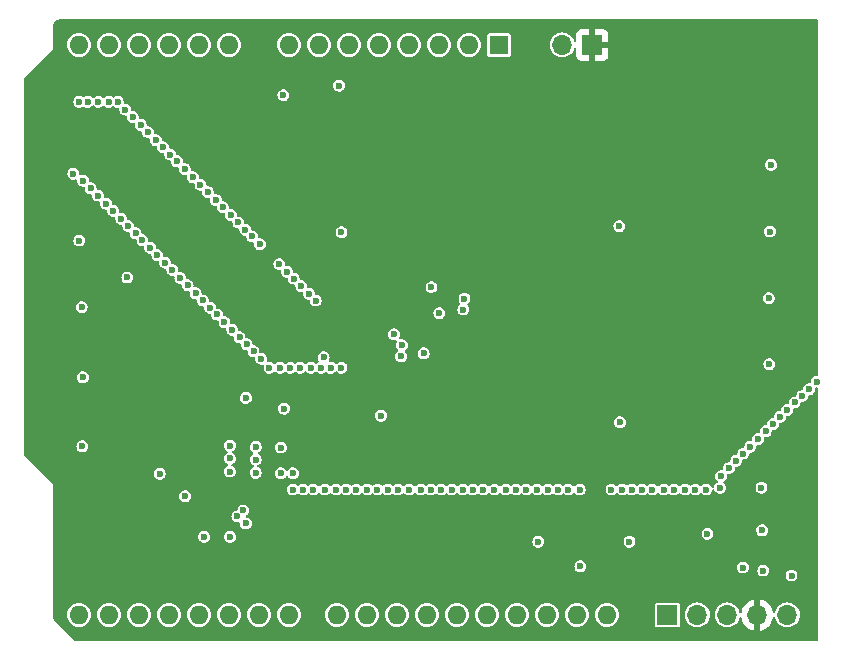
<source format=gbr>
%TF.GenerationSoftware,KiCad,Pcbnew,8.0.6*%
%TF.CreationDate,2025-06-24T21:55:00+02:00*%
%TF.ProjectId,PhaseLoom,50686173-654c-46f6-9f6d-2e6b69636164,rev?*%
%TF.SameCoordinates,Original*%
%TF.FileFunction,Copper,L3,Inr*%
%TF.FilePolarity,Positive*%
%FSLAX46Y46*%
G04 Gerber Fmt 4.6, Leading zero omitted, Abs format (unit mm)*
G04 Created by KiCad (PCBNEW 8.0.6) date 2025-06-24 21:55:00*
%MOMM*%
%LPD*%
G01*
G04 APERTURE LIST*
%TA.AperFunction,ComponentPad*%
%ADD10R,1.700000X1.700000*%
%TD*%
%TA.AperFunction,ComponentPad*%
%ADD11O,1.700000X1.700000*%
%TD*%
%TA.AperFunction,ComponentPad*%
%ADD12R,1.600000X1.600000*%
%TD*%
%TA.AperFunction,ComponentPad*%
%ADD13O,1.600000X1.600000*%
%TD*%
%TA.AperFunction,ViaPad*%
%ADD14C,0.600000*%
%TD*%
G04 APERTURE END LIST*
D10*
%TO.N,/SDA_5V*%
%TO.C,J2*%
X177800000Y-137414000D03*
D11*
%TO.N,/SCL_5V*%
X180340000Y-137414000D03*
%TO.N,GND*%
X182879999Y-137414000D03*
%TO.N,+3V3*%
X185420000Y-137414000D03*
%TO.N,+5V*%
X187960000Y-137414000D03*
%TD*%
D10*
%TO.N,+3V3*%
%TO.C,J1*%
X171450000Y-89154000D03*
D11*
%TO.N,GND*%
X168910000Y-89154000D03*
%TD*%
D12*
%TO.N,unconnected-(A1-NC-Pad1)*%
%TO.C,A1*%
X163550600Y-89154000D03*
D13*
%TO.N,unconnected-(A1-IOREF-Pad2)*%
X161010600Y-89154000D03*
%TO.N,unconnected-(A1-~{RESET}-Pad3)*%
X158470601Y-89154000D03*
%TO.N,unconnected-(A1-3V3-Pad4)*%
X155930600Y-89154000D03*
%TO.N,+5V*%
X153390600Y-89154000D03*
%TO.N,GND*%
X150850600Y-89154000D03*
X148310600Y-89154000D03*
%TO.N,unconnected-(A1-VIN-Pad8)*%
X145770599Y-89154000D03*
%TO.N,unconnected-(A1-A0-Pad9)*%
X140690600Y-89154000D03*
%TO.N,unconnected-(A1-A1-Pad10)*%
X138150600Y-89154000D03*
%TO.N,unconnected-(A1-A2-Pad11)*%
X135610601Y-89154000D03*
%TO.N,unconnected-(A1-A3-Pad12)*%
X133070600Y-89154000D03*
%TO.N,unconnected-(A1-SDA{slash}A4-Pad13)*%
X130530600Y-89154000D03*
%TO.N,unconnected-(A1-SCL{slash}A5-Pad14)*%
X127990600Y-89154000D03*
%TO.N,unconnected-(A1-D0{slash}RX-Pad15)*%
X127990600Y-137414000D03*
%TO.N,unconnected-(A1-D1{slash}TX-Pad16)*%
X130530600Y-137414000D03*
%TO.N,unconnected-(A1-D2-Pad17)*%
X133070600Y-137414000D03*
%TO.N,unconnected-(A1-D3-Pad18)*%
X135610600Y-137414000D03*
%TO.N,USRLED1*%
X138150600Y-137414000D03*
%TO.N,USRLED2*%
X140690600Y-137414000D03*
%TO.N,USRLED3*%
X143230600Y-137414000D03*
%TO.N,USRLED4*%
X145770600Y-137414000D03*
%TO.N,USR5*%
X149830600Y-137414000D03*
%TO.N,USR4*%
X152370600Y-137414000D03*
%TO.N,USR3*%
X154910600Y-137414000D03*
%TO.N,USR2*%
X157450600Y-137414000D03*
%TO.N,USR1*%
X159990600Y-137414000D03*
%TO.N,USRLED5*%
X162530600Y-137414000D03*
%TO.N,GND*%
X165070600Y-137414000D03*
%TO.N,unconnected-(A1-AREF-Pad30)*%
X167610600Y-137414000D03*
%TO.N,/SDA_5V*%
X170150600Y-137414000D03*
%TO.N,/SCL_5V*%
X172690600Y-137414000D03*
%TD*%
D14*
%TO.N,GND*%
X140766800Y-124155200D03*
X142951200Y-124256800D03*
X146100800Y-125425200D03*
X189802622Y-118299378D03*
X189227885Y-118874115D03*
X190449200Y-117652800D03*
X188573830Y-119426570D03*
X186131200Y-121869200D03*
X187352515Y-120647885D03*
X185470800Y-122529600D03*
X183638828Y-124361572D03*
X182345671Y-125654729D03*
X184249485Y-123750915D03*
X184824222Y-123176178D03*
X187927252Y-120073148D03*
X186741858Y-121258542D03*
X183028170Y-124972230D03*
X129641601Y-93980000D03*
X128727200Y-93980000D03*
X130505200Y-93980000D03*
X147456463Y-110220063D03*
X146809885Y-109573485D03*
X148031200Y-110794800D03*
X145592800Y-108356400D03*
X144946222Y-107709822D03*
X146167537Y-108931137D03*
X148488400Y-116484400D03*
X149301201Y-116484400D03*
X150215600Y-116484400D03*
X147624800Y-116484400D03*
X144119600Y-116484400D03*
X145897600Y-116484400D03*
X146710401Y-116484400D03*
X145034000Y-116484400D03*
X143412630Y-115726630D03*
X141580658Y-113894658D03*
X142191315Y-114505315D03*
X142766052Y-115080052D03*
X140970000Y-113284000D03*
X138277857Y-100990657D03*
X139571013Y-102283813D03*
X141474828Y-104187628D03*
X137631278Y-100344078D03*
X140181671Y-102894471D03*
X138888514Y-101601314D03*
X143306800Y-106019600D03*
X142085485Y-104798285D03*
X142660222Y-105373022D03*
X140864170Y-103576970D03*
X136942722Y-99655522D03*
X135110750Y-97823550D03*
X131267200Y-93980000D03*
X133817593Y-96530393D03*
X132524436Y-95237236D03*
X135721407Y-98434207D03*
X136296144Y-99008944D03*
X134500092Y-97212892D03*
X133206935Y-95919735D03*
X131913779Y-94626579D03*
X135891314Y-108205314D03*
X140309600Y-112623600D03*
X138477628Y-110791628D03*
X134634078Y-106948078D03*
X137184471Y-109498471D03*
X139088285Y-111402285D03*
X139663022Y-111977022D03*
X137866970Y-110180970D03*
X135280657Y-107594657D03*
X136573813Y-108887813D03*
X129592114Y-101906114D03*
X131567770Y-103881770D03*
X128334878Y-100648878D03*
X132178428Y-104492428D03*
X128981457Y-101295457D03*
X132789085Y-105103085D03*
X130885271Y-103199271D03*
X130274613Y-102588613D03*
X134010400Y-106324400D03*
X133363822Y-105677822D03*
X178358800Y-126796800D03*
X179324000Y-126796800D03*
X176530000Y-126796800D03*
X180187600Y-126796800D03*
X175666400Y-126796800D03*
X177495200Y-126796800D03*
X181102000Y-126796800D03*
X174802800Y-126796800D03*
X170383200Y-126796800D03*
X173990000Y-126796800D03*
X173075600Y-126796800D03*
X167690800Y-126796800D03*
X169418000Y-126796800D03*
X168554400Y-126796800D03*
X163169600Y-126796800D03*
X166776400Y-126796800D03*
X165862000Y-126796800D03*
X160477200Y-126796800D03*
X162204400Y-126796800D03*
X161340800Y-126796800D03*
X164134800Y-126796800D03*
X164998400Y-126796800D03*
X155956000Y-126796800D03*
X159562800Y-126796800D03*
X158648400Y-126796800D03*
X153263600Y-126796800D03*
X156921200Y-126796800D03*
X157784800Y-126796800D03*
X154990800Y-126796800D03*
X154127200Y-126796800D03*
X152400000Y-126796800D03*
X150622000Y-126796800D03*
X151485600Y-126796800D03*
X149758400Y-126796800D03*
X146964400Y-126796800D03*
X148793200Y-126796800D03*
X147828000Y-126796800D03*
X146100800Y-126796800D03*
X140766800Y-130810000D03*
X138582400Y-130810000D03*
X140766800Y-123088400D03*
X140766800Y-125272800D03*
X142951200Y-123190000D03*
X142951200Y-125374400D03*
X145084800Y-123240800D03*
X145084800Y-125425200D03*
X128270000Y-123139200D03*
X128320800Y-117297200D03*
X128219200Y-111353600D03*
X128016000Y-105714800D03*
X150215600Y-105003600D03*
X153568400Y-120548400D03*
X173786800Y-121107200D03*
X173736000Y-104495600D03*
X186588400Y-99314000D03*
X186486800Y-104952800D03*
X186385200Y-110591600D03*
X186436000Y-116179600D03*
%TO.N,Net-(Q1-S)*%
X185836600Y-130255799D03*
%TO.N,USRLED5*%
X170434000Y-133299200D03*
%TO.N,+3V3*%
X179324000Y-125272800D03*
%TO.N,GND*%
X174599600Y-131216400D03*
X166878000Y-131216400D03*
%TO.N,Net-(Q2-S)*%
X181203600Y-130556000D03*
%TO.N,+3V3*%
X136625417Y-135847795D03*
X139502651Y-135763321D03*
X142476400Y-135802193D03*
X145541988Y-135839200D03*
%TO.N,+5V*%
X185775600Y-126644400D03*
X182270400Y-126644400D03*
%TO.N,/SCL_5V*%
X185928000Y-133654800D03*
%TO.N,/SDA_5V*%
X184200800Y-133400800D03*
%TO.N,GND*%
X132080000Y-108839000D03*
X136979903Y-127359400D03*
X128016000Y-93980000D03*
X142113000Y-129667000D03*
X188316600Y-134075799D03*
X158496000Y-111861600D03*
X150000000Y-92600000D03*
X154678252Y-113657252D03*
X145300000Y-93400000D03*
X134820903Y-125454399D03*
X148700000Y-115600000D03*
X127508000Y-100076000D03*
%TO.N,+3V3*%
X145643602Y-128981200D03*
X139973901Y-125394400D03*
X143359888Y-101830888D03*
X187868600Y-130255799D03*
X171424600Y-116535200D03*
X184312600Y-130255799D03*
X158900000Y-118700000D03*
X140512800Y-94488000D03*
X158484982Y-115200000D03*
%TO.N,/+90*%
X142113439Y-119035718D03*
X157835600Y-109651800D03*
%TO.N,/LO*%
X157175200Y-115265200D03*
X145338796Y-119951800D03*
%TO.N,Net-(Q1-S)*%
X141904403Y-128569400D03*
%TO.N,Net-(Q2-S)*%
X141396403Y-129077400D03*
%TO.N,/I+*%
X155320996Y-114579404D03*
X160629601Y-110642401D03*
%TO.N,/I-*%
X155264754Y-115524084D03*
X160527972Y-111556800D03*
%TD*%
%TA.AperFunction,Conductor*%
%TO.N,+3V3*%
G36*
X190560791Y-87019407D02*
G01*
X190596755Y-87068907D01*
X190601600Y-87099500D01*
X190601600Y-117053300D01*
X190582693Y-117111491D01*
X190533193Y-117147455D01*
X190502600Y-117152300D01*
X190377235Y-117152300D01*
X190239149Y-117192846D01*
X190239142Y-117192849D01*
X190118073Y-117270655D01*
X190023822Y-117379428D01*
X189964034Y-117510343D01*
X189943553Y-117652797D01*
X189943553Y-117652801D01*
X189948296Y-117685788D01*
X189937863Y-117746077D01*
X189893986Y-117788720D01*
X189850304Y-117798878D01*
X189730657Y-117798878D01*
X189592571Y-117839424D01*
X189592564Y-117839427D01*
X189471495Y-117917233D01*
X189377244Y-118026006D01*
X189317456Y-118156921D01*
X189298509Y-118288704D01*
X189271513Y-118343612D01*
X189217399Y-118372165D01*
X189200517Y-118373615D01*
X189155920Y-118373615D01*
X189017834Y-118414161D01*
X189017827Y-118414164D01*
X188896758Y-118491970D01*
X188802507Y-118600743D01*
X188742719Y-118731658D01*
X188726976Y-118841159D01*
X188699980Y-118896066D01*
X188645866Y-118924620D01*
X188628984Y-118926070D01*
X188501865Y-118926070D01*
X188363779Y-118966616D01*
X188363772Y-118966619D01*
X188242703Y-119044425D01*
X188148452Y-119153198D01*
X188088664Y-119284113D01*
X188068183Y-119426567D01*
X188068183Y-119426571D01*
X188072926Y-119459558D01*
X188062493Y-119519847D01*
X188018616Y-119562490D01*
X187974934Y-119572648D01*
X187855287Y-119572648D01*
X187717201Y-119613194D01*
X187717194Y-119613197D01*
X187596125Y-119691003D01*
X187501874Y-119799776D01*
X187442086Y-119930691D01*
X187423139Y-120062474D01*
X187396143Y-120117382D01*
X187342029Y-120145935D01*
X187325147Y-120147385D01*
X187280550Y-120147385D01*
X187142464Y-120187931D01*
X187142457Y-120187934D01*
X187021388Y-120265740D01*
X186927137Y-120374513D01*
X186867349Y-120505428D01*
X186846868Y-120647882D01*
X186846868Y-120654965D01*
X186844715Y-120654965D01*
X186836011Y-120705246D01*
X186792131Y-120747886D01*
X186748454Y-120758042D01*
X186669893Y-120758042D01*
X186531807Y-120798588D01*
X186531800Y-120798591D01*
X186410731Y-120876397D01*
X186316480Y-120985170D01*
X186256692Y-121116085D01*
X186236211Y-121258539D01*
X186236211Y-121265622D01*
X186234058Y-121265622D01*
X186225352Y-121315907D01*
X186181471Y-121358546D01*
X186137797Y-121368700D01*
X186059235Y-121368700D01*
X185921149Y-121409246D01*
X185921142Y-121409249D01*
X185800073Y-121487055D01*
X185705822Y-121595828D01*
X185646034Y-121726743D01*
X185625553Y-121869197D01*
X185625553Y-121869202D01*
X185632283Y-121916011D01*
X185621850Y-121976300D01*
X185577972Y-122018942D01*
X185534291Y-122029100D01*
X185398835Y-122029100D01*
X185260749Y-122069646D01*
X185260742Y-122069649D01*
X185139673Y-122147455D01*
X185045422Y-122256228D01*
X184985634Y-122387143D01*
X184965153Y-122529597D01*
X184965153Y-122529601D01*
X184969896Y-122562588D01*
X184959463Y-122622877D01*
X184915586Y-122665520D01*
X184871904Y-122675678D01*
X184752257Y-122675678D01*
X184614171Y-122716224D01*
X184614164Y-122716227D01*
X184493095Y-122794033D01*
X184398844Y-122902806D01*
X184339056Y-123033721D01*
X184320109Y-123165504D01*
X184293113Y-123220412D01*
X184238999Y-123248965D01*
X184222117Y-123250415D01*
X184177520Y-123250415D01*
X184039434Y-123290961D01*
X184039427Y-123290964D01*
X183918358Y-123368770D01*
X183824107Y-123477543D01*
X183764319Y-123608458D01*
X183743838Y-123750912D01*
X183743838Y-123757995D01*
X183741685Y-123757995D01*
X183732981Y-123808276D01*
X183689101Y-123850916D01*
X183645424Y-123861072D01*
X183566863Y-123861072D01*
X183428777Y-123901618D01*
X183428770Y-123901621D01*
X183307701Y-123979427D01*
X183213450Y-124088200D01*
X183153662Y-124219115D01*
X183133181Y-124361569D01*
X183133181Y-124368652D01*
X183131028Y-124368652D01*
X183122322Y-124418937D01*
X183078441Y-124461576D01*
X183034767Y-124471730D01*
X182956205Y-124471730D01*
X182818119Y-124512276D01*
X182818112Y-124512279D01*
X182697043Y-124590085D01*
X182602792Y-124698858D01*
X182543004Y-124829773D01*
X182522523Y-124972227D01*
X182522523Y-124972233D01*
X182532635Y-125042567D01*
X182522202Y-125102857D01*
X182478323Y-125145499D01*
X182424713Y-125153991D01*
X182424713Y-125154229D01*
X182423212Y-125154229D01*
X182420561Y-125154649D01*
X182417638Y-125154229D01*
X182417632Y-125154229D01*
X182273710Y-125154229D01*
X182273706Y-125154229D01*
X182135620Y-125194775D01*
X182135613Y-125194778D01*
X182014544Y-125272584D01*
X181920293Y-125381357D01*
X181860505Y-125512272D01*
X181840024Y-125654726D01*
X181840024Y-125654731D01*
X181860505Y-125797185D01*
X181919197Y-125925700D01*
X181920294Y-125928102D01*
X182014543Y-126036872D01*
X182022666Y-126042092D01*
X182061398Y-126089458D01*
X182064892Y-126150543D01*
X182031813Y-126202016D01*
X182022668Y-126208661D01*
X181939272Y-126262257D01*
X181845022Y-126371028D01*
X181785234Y-126501943D01*
X181769125Y-126613982D01*
X181742129Y-126668889D01*
X181688014Y-126697442D01*
X181627452Y-126688734D01*
X181583574Y-126646092D01*
X181581080Y-126641018D01*
X181527378Y-126523429D01*
X181527377Y-126523428D01*
X181527377Y-126523427D01*
X181433128Y-126414657D01*
X181433127Y-126414656D01*
X181433126Y-126414655D01*
X181312057Y-126336849D01*
X181312054Y-126336847D01*
X181312053Y-126336847D01*
X181312050Y-126336846D01*
X181173964Y-126296300D01*
X181173961Y-126296300D01*
X181030039Y-126296300D01*
X181030035Y-126296300D01*
X180891949Y-126336846D01*
X180891942Y-126336849D01*
X180770873Y-126414655D01*
X180747579Y-126441539D01*
X180722180Y-126470852D01*
X180719620Y-126473806D01*
X180667224Y-126505402D01*
X180606263Y-126500166D01*
X180569980Y-126473806D01*
X180567420Y-126470852D01*
X180518728Y-126414657D01*
X180518727Y-126414656D01*
X180518726Y-126414655D01*
X180397657Y-126336849D01*
X180397654Y-126336847D01*
X180397653Y-126336847D01*
X180397650Y-126336846D01*
X180259564Y-126296300D01*
X180259561Y-126296300D01*
X180115639Y-126296300D01*
X180115635Y-126296300D01*
X179977549Y-126336846D01*
X179977542Y-126336849D01*
X179856472Y-126414656D01*
X179856470Y-126414658D01*
X179830619Y-126444492D01*
X179778223Y-126476088D01*
X179717262Y-126470852D01*
X179680981Y-126444492D01*
X179655129Y-126414658D01*
X179655127Y-126414656D01*
X179534057Y-126336849D01*
X179534054Y-126336847D01*
X179534053Y-126336847D01*
X179534050Y-126336846D01*
X179395964Y-126296300D01*
X179395961Y-126296300D01*
X179252039Y-126296300D01*
X179252035Y-126296300D01*
X179113949Y-126336846D01*
X179113942Y-126336849D01*
X178992872Y-126414656D01*
X178992870Y-126414658D01*
X178916219Y-126503119D01*
X178863823Y-126534715D01*
X178802862Y-126529479D01*
X178766581Y-126503119D01*
X178689929Y-126414658D01*
X178689927Y-126414656D01*
X178568857Y-126336849D01*
X178568854Y-126336847D01*
X178568853Y-126336847D01*
X178568850Y-126336846D01*
X178430764Y-126296300D01*
X178430761Y-126296300D01*
X178286839Y-126296300D01*
X178286835Y-126296300D01*
X178148749Y-126336846D01*
X178148742Y-126336849D01*
X178027672Y-126414656D01*
X178027670Y-126414658D01*
X178001819Y-126444492D01*
X177949423Y-126476088D01*
X177888462Y-126470852D01*
X177852181Y-126444492D01*
X177826329Y-126414658D01*
X177826327Y-126414656D01*
X177705257Y-126336849D01*
X177705254Y-126336847D01*
X177705253Y-126336847D01*
X177705250Y-126336846D01*
X177567164Y-126296300D01*
X177567161Y-126296300D01*
X177423239Y-126296300D01*
X177423235Y-126296300D01*
X177285149Y-126336846D01*
X177285142Y-126336849D01*
X177164072Y-126414656D01*
X177164070Y-126414658D01*
X177087419Y-126503119D01*
X177035023Y-126534715D01*
X176974062Y-126529479D01*
X176937781Y-126503119D01*
X176861129Y-126414658D01*
X176861127Y-126414656D01*
X176740057Y-126336849D01*
X176740054Y-126336847D01*
X176740053Y-126336847D01*
X176740050Y-126336846D01*
X176601964Y-126296300D01*
X176601961Y-126296300D01*
X176458039Y-126296300D01*
X176458035Y-126296300D01*
X176319949Y-126336846D01*
X176319942Y-126336849D01*
X176198872Y-126414656D01*
X176198870Y-126414658D01*
X176173019Y-126444492D01*
X176120623Y-126476088D01*
X176059662Y-126470852D01*
X176023381Y-126444492D01*
X175997529Y-126414658D01*
X175997527Y-126414656D01*
X175876457Y-126336849D01*
X175876454Y-126336847D01*
X175876453Y-126336847D01*
X175876450Y-126336846D01*
X175738364Y-126296300D01*
X175738361Y-126296300D01*
X175594439Y-126296300D01*
X175594435Y-126296300D01*
X175456349Y-126336846D01*
X175456342Y-126336849D01*
X175335272Y-126414656D01*
X175335270Y-126414658D01*
X175309419Y-126444492D01*
X175257023Y-126476088D01*
X175196062Y-126470852D01*
X175159781Y-126444492D01*
X175133929Y-126414658D01*
X175133927Y-126414656D01*
X175012857Y-126336849D01*
X175012854Y-126336847D01*
X175012853Y-126336847D01*
X175012850Y-126336846D01*
X174874764Y-126296300D01*
X174874761Y-126296300D01*
X174730839Y-126296300D01*
X174730835Y-126296300D01*
X174592749Y-126336846D01*
X174592742Y-126336849D01*
X174471672Y-126414656D01*
X174471670Y-126414658D01*
X174471219Y-126415179D01*
X174470726Y-126415476D01*
X174466319Y-126419295D01*
X174465658Y-126418532D01*
X174418823Y-126446775D01*
X174357862Y-126441539D01*
X174326776Y-126418953D01*
X174326481Y-126419295D01*
X174322508Y-126415852D01*
X174321581Y-126415179D01*
X174321129Y-126414658D01*
X174321127Y-126414656D01*
X174200057Y-126336849D01*
X174200054Y-126336847D01*
X174200053Y-126336847D01*
X174200050Y-126336846D01*
X174061964Y-126296300D01*
X174061961Y-126296300D01*
X173918039Y-126296300D01*
X173918035Y-126296300D01*
X173779949Y-126336846D01*
X173779942Y-126336849D01*
X173658873Y-126414655D01*
X173635579Y-126441539D01*
X173610180Y-126470852D01*
X173607620Y-126473806D01*
X173555224Y-126505402D01*
X173494263Y-126500166D01*
X173457980Y-126473806D01*
X173455420Y-126470852D01*
X173406728Y-126414657D01*
X173406727Y-126414656D01*
X173406726Y-126414655D01*
X173285657Y-126336849D01*
X173285654Y-126336847D01*
X173285653Y-126336847D01*
X173285650Y-126336846D01*
X173147564Y-126296300D01*
X173147561Y-126296300D01*
X173003639Y-126296300D01*
X173003635Y-126296300D01*
X172865549Y-126336846D01*
X172865542Y-126336849D01*
X172744473Y-126414655D01*
X172650222Y-126523428D01*
X172590434Y-126654343D01*
X172569953Y-126796797D01*
X172569953Y-126796802D01*
X172590434Y-126939256D01*
X172630298Y-127026544D01*
X172650223Y-127070173D01*
X172740453Y-127174305D01*
X172744473Y-127178944D01*
X172865542Y-127256750D01*
X172865547Y-127256753D01*
X172972003Y-127288011D01*
X173003635Y-127297299D01*
X173003636Y-127297299D01*
X173003639Y-127297300D01*
X173003641Y-127297300D01*
X173147559Y-127297300D01*
X173147561Y-127297300D01*
X173285653Y-127256753D01*
X173406728Y-127178943D01*
X173457981Y-127119793D01*
X173510376Y-127088197D01*
X173571337Y-127093432D01*
X173607618Y-127119793D01*
X173658872Y-127178943D01*
X173779947Y-127256753D01*
X173886403Y-127288011D01*
X173918035Y-127297299D01*
X173918036Y-127297299D01*
X173918039Y-127297300D01*
X173918041Y-127297300D01*
X174061959Y-127297300D01*
X174061961Y-127297300D01*
X174200053Y-127256753D01*
X174321128Y-127178943D01*
X174321577Y-127178424D01*
X174322068Y-127178128D01*
X174326481Y-127174305D01*
X174327142Y-127175068D01*
X174373969Y-127146826D01*
X174434930Y-127152057D01*
X174466022Y-127174646D01*
X174466319Y-127174305D01*
X174470296Y-127177751D01*
X174471222Y-127178424D01*
X174471671Y-127178942D01*
X174471674Y-127178945D01*
X174592742Y-127256750D01*
X174592747Y-127256753D01*
X174699203Y-127288011D01*
X174730835Y-127297299D01*
X174730836Y-127297299D01*
X174730839Y-127297300D01*
X174730841Y-127297300D01*
X174874759Y-127297300D01*
X174874761Y-127297300D01*
X175012853Y-127256753D01*
X175133928Y-127178943D01*
X175159780Y-127149108D01*
X175212176Y-127117511D01*
X175273137Y-127122746D01*
X175309420Y-127149108D01*
X175335272Y-127178943D01*
X175456347Y-127256753D01*
X175562803Y-127288011D01*
X175594435Y-127297299D01*
X175594436Y-127297299D01*
X175594439Y-127297300D01*
X175594441Y-127297300D01*
X175738359Y-127297300D01*
X175738361Y-127297300D01*
X175876453Y-127256753D01*
X175997528Y-127178943D01*
X176023380Y-127149108D01*
X176075776Y-127117511D01*
X176136737Y-127122746D01*
X176173020Y-127149108D01*
X176198872Y-127178943D01*
X176319947Y-127256753D01*
X176426403Y-127288011D01*
X176458035Y-127297299D01*
X176458036Y-127297299D01*
X176458039Y-127297300D01*
X176458041Y-127297300D01*
X176601959Y-127297300D01*
X176601961Y-127297300D01*
X176740053Y-127256753D01*
X176861128Y-127178943D01*
X176937782Y-127090478D01*
X176990176Y-127058884D01*
X177051137Y-127064119D01*
X177087417Y-127090477D01*
X177160053Y-127174305D01*
X177164073Y-127178944D01*
X177285142Y-127256750D01*
X177285147Y-127256753D01*
X177391603Y-127288011D01*
X177423235Y-127297299D01*
X177423236Y-127297299D01*
X177423239Y-127297300D01*
X177423241Y-127297300D01*
X177567159Y-127297300D01*
X177567161Y-127297300D01*
X177705253Y-127256753D01*
X177826328Y-127178943D01*
X177852180Y-127149108D01*
X177904576Y-127117511D01*
X177965537Y-127122746D01*
X178001820Y-127149108D01*
X178027672Y-127178943D01*
X178148747Y-127256753D01*
X178255203Y-127288011D01*
X178286835Y-127297299D01*
X178286836Y-127297299D01*
X178286839Y-127297300D01*
X178286841Y-127297300D01*
X178430759Y-127297300D01*
X178430761Y-127297300D01*
X178568853Y-127256753D01*
X178689928Y-127178943D01*
X178766582Y-127090478D01*
X178818976Y-127058884D01*
X178879937Y-127064119D01*
X178916217Y-127090477D01*
X178988853Y-127174305D01*
X178992873Y-127178944D01*
X179113942Y-127256750D01*
X179113947Y-127256753D01*
X179220403Y-127288011D01*
X179252035Y-127297299D01*
X179252036Y-127297299D01*
X179252039Y-127297300D01*
X179252041Y-127297300D01*
X179395959Y-127297300D01*
X179395961Y-127297300D01*
X179534053Y-127256753D01*
X179655128Y-127178943D01*
X179680980Y-127149108D01*
X179733376Y-127117511D01*
X179794337Y-127122746D01*
X179830620Y-127149108D01*
X179856472Y-127178943D01*
X179977547Y-127256753D01*
X180084003Y-127288011D01*
X180115635Y-127297299D01*
X180115636Y-127297299D01*
X180115639Y-127297300D01*
X180115641Y-127297300D01*
X180259559Y-127297300D01*
X180259561Y-127297300D01*
X180397653Y-127256753D01*
X180518728Y-127178943D01*
X180569981Y-127119793D01*
X180622376Y-127088197D01*
X180683337Y-127093432D01*
X180719618Y-127119793D01*
X180770872Y-127178943D01*
X180891947Y-127256753D01*
X180998403Y-127288011D01*
X181030035Y-127297299D01*
X181030036Y-127297299D01*
X181030039Y-127297300D01*
X181030041Y-127297300D01*
X181173959Y-127297300D01*
X181173961Y-127297300D01*
X181312053Y-127256753D01*
X181433128Y-127178943D01*
X181527377Y-127070173D01*
X181587165Y-126939257D01*
X181591422Y-126909645D01*
X181603274Y-126827218D01*
X181630270Y-126772310D01*
X181684384Y-126743757D01*
X181744947Y-126752464D01*
X181788825Y-126795107D01*
X181791319Y-126800180D01*
X181845022Y-126917771D01*
X181845023Y-126917773D01*
X181896564Y-126977255D01*
X181939273Y-127026544D01*
X182060342Y-127104350D01*
X182060347Y-127104353D01*
X182122989Y-127122746D01*
X182198435Y-127144899D01*
X182198436Y-127144899D01*
X182198439Y-127144900D01*
X182198441Y-127144900D01*
X182342359Y-127144900D01*
X182342361Y-127144900D01*
X182480453Y-127104353D01*
X182601528Y-127026543D01*
X182695777Y-126917773D01*
X182755565Y-126786857D01*
X182772526Y-126668889D01*
X182776047Y-126644402D01*
X182776047Y-126644397D01*
X185269953Y-126644397D01*
X185269953Y-126644402D01*
X185290434Y-126786856D01*
X185350222Y-126917771D01*
X185350223Y-126917773D01*
X185401764Y-126977255D01*
X185444473Y-127026544D01*
X185565542Y-127104350D01*
X185565547Y-127104353D01*
X185628189Y-127122746D01*
X185703635Y-127144899D01*
X185703636Y-127144899D01*
X185703639Y-127144900D01*
X185703641Y-127144900D01*
X185847559Y-127144900D01*
X185847561Y-127144900D01*
X185985653Y-127104353D01*
X186106728Y-127026543D01*
X186200977Y-126917773D01*
X186260765Y-126786857D01*
X186277726Y-126668889D01*
X186281247Y-126644402D01*
X186281247Y-126644397D01*
X186260765Y-126501943D01*
X186224609Y-126422773D01*
X186200977Y-126371027D01*
X186106728Y-126262257D01*
X186106727Y-126262256D01*
X186106726Y-126262255D01*
X185985657Y-126184449D01*
X185985654Y-126184447D01*
X185985653Y-126184447D01*
X185985650Y-126184446D01*
X185847564Y-126143900D01*
X185847561Y-126143900D01*
X185703639Y-126143900D01*
X185703635Y-126143900D01*
X185565549Y-126184446D01*
X185565542Y-126184449D01*
X185444473Y-126262255D01*
X185350222Y-126371028D01*
X185290434Y-126501943D01*
X185269953Y-126644397D01*
X182776047Y-126644397D01*
X182755565Y-126501943D01*
X182719409Y-126422773D01*
X182695777Y-126371027D01*
X182601528Y-126262257D01*
X182593401Y-126257034D01*
X182554671Y-126209669D01*
X182551179Y-126148583D01*
X182584258Y-126097111D01*
X182593403Y-126090467D01*
X182594973Y-126089458D01*
X182676799Y-126036872D01*
X182771048Y-125928102D01*
X182830836Y-125797186D01*
X182850435Y-125660871D01*
X182851318Y-125654731D01*
X182851318Y-125654727D01*
X182841205Y-125584392D01*
X182851638Y-125524102D01*
X182895516Y-125481460D01*
X182949128Y-125472968D01*
X182949128Y-125472730D01*
X182950636Y-125472730D01*
X182953288Y-125472310D01*
X182956209Y-125472730D01*
X183100129Y-125472730D01*
X183100131Y-125472730D01*
X183238223Y-125432183D01*
X183359298Y-125354373D01*
X183453547Y-125245603D01*
X183513335Y-125114687D01*
X183533817Y-124972230D01*
X183533817Y-124972227D01*
X183533817Y-124965150D01*
X183535970Y-124965150D01*
X183544676Y-124914865D01*
X183588557Y-124872226D01*
X183632231Y-124862072D01*
X183710787Y-124862072D01*
X183710789Y-124862072D01*
X183848881Y-124821525D01*
X183969956Y-124743715D01*
X184064205Y-124634945D01*
X184123993Y-124504029D01*
X184144475Y-124361572D01*
X184144475Y-124361569D01*
X184144475Y-124354491D01*
X184146630Y-124354491D01*
X184155331Y-124304214D01*
X184199209Y-124261572D01*
X184242889Y-124251415D01*
X184321444Y-124251415D01*
X184321446Y-124251415D01*
X184459538Y-124210868D01*
X184580613Y-124133058D01*
X184674862Y-124024288D01*
X184734650Y-123893372D01*
X184748069Y-123800040D01*
X184753598Y-123761589D01*
X184780594Y-123706681D01*
X184834708Y-123678128D01*
X184851590Y-123676678D01*
X184896181Y-123676678D01*
X184896183Y-123676678D01*
X185034275Y-123636131D01*
X185155350Y-123558321D01*
X185249599Y-123449551D01*
X185309387Y-123318635D01*
X185318852Y-123252806D01*
X185329869Y-123176180D01*
X185329869Y-123176176D01*
X185325126Y-123143190D01*
X185335559Y-123082901D01*
X185379436Y-123040258D01*
X185423118Y-123030100D01*
X185542759Y-123030100D01*
X185542761Y-123030100D01*
X185680853Y-122989553D01*
X185801928Y-122911743D01*
X185896177Y-122802973D01*
X185955965Y-122672057D01*
X185976447Y-122529600D01*
X185969717Y-122482789D01*
X185980150Y-122422500D01*
X186024028Y-122379858D01*
X186067709Y-122369700D01*
X186203159Y-122369700D01*
X186203161Y-122369700D01*
X186341253Y-122329153D01*
X186462328Y-122251343D01*
X186556577Y-122142573D01*
X186616365Y-122011657D01*
X186636847Y-121869200D01*
X186636847Y-121869197D01*
X186636847Y-121862119D01*
X186639000Y-121862119D01*
X186647704Y-121811838D01*
X186691584Y-121769198D01*
X186735261Y-121759042D01*
X186813817Y-121759042D01*
X186813819Y-121759042D01*
X186951911Y-121718495D01*
X187072986Y-121640685D01*
X187167235Y-121531915D01*
X187227023Y-121400999D01*
X187247505Y-121258542D01*
X187247505Y-121258539D01*
X187247505Y-121251461D01*
X187249660Y-121251461D01*
X187258361Y-121201184D01*
X187302239Y-121158542D01*
X187345919Y-121148385D01*
X187424474Y-121148385D01*
X187424476Y-121148385D01*
X187562568Y-121107838D01*
X187683643Y-121030028D01*
X187777892Y-120921258D01*
X187837680Y-120790342D01*
X187843784Y-120747886D01*
X187856628Y-120658559D01*
X187883624Y-120603651D01*
X187937738Y-120575098D01*
X187954620Y-120573648D01*
X187999211Y-120573648D01*
X187999213Y-120573648D01*
X188137305Y-120533101D01*
X188258380Y-120455291D01*
X188352629Y-120346521D01*
X188412417Y-120215605D01*
X188421882Y-120149776D01*
X188432899Y-120073150D01*
X188432899Y-120073146D01*
X188428156Y-120040160D01*
X188438589Y-119979871D01*
X188482466Y-119937228D01*
X188526148Y-119927070D01*
X188645789Y-119927070D01*
X188645791Y-119927070D01*
X188783883Y-119886523D01*
X188904958Y-119808713D01*
X188999207Y-119699943D01*
X189058995Y-119569027D01*
X189069542Y-119495668D01*
X189074739Y-119459526D01*
X189101735Y-119404619D01*
X189155849Y-119376065D01*
X189172731Y-119374615D01*
X189299844Y-119374615D01*
X189299846Y-119374615D01*
X189437938Y-119334068D01*
X189559013Y-119256258D01*
X189653262Y-119147488D01*
X189713050Y-119016572D01*
X189720232Y-118966619D01*
X189731998Y-118884789D01*
X189758994Y-118829881D01*
X189813108Y-118801328D01*
X189829990Y-118799878D01*
X189874581Y-118799878D01*
X189874583Y-118799878D01*
X190012675Y-118759331D01*
X190133750Y-118681521D01*
X190227999Y-118572751D01*
X190287787Y-118441835D01*
X190297252Y-118376006D01*
X190308269Y-118299380D01*
X190308269Y-118299376D01*
X190303526Y-118266390D01*
X190313959Y-118206101D01*
X190357836Y-118163458D01*
X190401518Y-118153300D01*
X190502600Y-118153300D01*
X190560791Y-118172207D01*
X190596755Y-118221707D01*
X190601600Y-118252300D01*
X190601600Y-139500500D01*
X190582693Y-139558691D01*
X190533193Y-139594655D01*
X190502600Y-139599500D01*
X127677108Y-139599500D01*
X127618917Y-139580593D01*
X127607104Y-139570504D01*
X125860596Y-137823996D01*
X125832819Y-137769479D01*
X125831600Y-137753992D01*
X125831600Y-137413996D01*
X126985259Y-137413996D01*
X126985259Y-137414003D01*
X127004574Y-137610126D01*
X127004575Y-137610129D01*
X127061787Y-137798730D01*
X127061788Y-137798732D01*
X127105187Y-137879925D01*
X127154690Y-137972538D01*
X127154692Y-137972540D01*
X127154693Y-137972542D01*
X127279712Y-138124878D01*
X127279721Y-138124887D01*
X127432057Y-138249906D01*
X127432062Y-138249910D01*
X127564953Y-138320942D01*
X127604774Y-138342227D01*
X127605873Y-138342814D01*
X127794468Y-138400024D01*
X127794470Y-138400024D01*
X127794473Y-138400025D01*
X127990597Y-138419341D01*
X127990600Y-138419341D01*
X127990603Y-138419341D01*
X128186726Y-138400025D01*
X128186727Y-138400024D01*
X128186732Y-138400024D01*
X128375327Y-138342814D01*
X128549138Y-138249910D01*
X128701483Y-138124883D01*
X128826510Y-137972538D01*
X128919414Y-137798727D01*
X128976624Y-137610132D01*
X128976934Y-137606993D01*
X128995941Y-137414003D01*
X128995941Y-137413996D01*
X129525259Y-137413996D01*
X129525259Y-137414003D01*
X129544574Y-137610126D01*
X129544575Y-137610129D01*
X129601787Y-137798730D01*
X129601788Y-137798732D01*
X129645187Y-137879925D01*
X129694690Y-137972538D01*
X129694692Y-137972540D01*
X129694693Y-137972542D01*
X129819712Y-138124878D01*
X129819721Y-138124887D01*
X129972057Y-138249906D01*
X129972062Y-138249910D01*
X130104953Y-138320942D01*
X130144774Y-138342227D01*
X130145873Y-138342814D01*
X130334468Y-138400024D01*
X130334470Y-138400024D01*
X130334473Y-138400025D01*
X130530597Y-138419341D01*
X130530600Y-138419341D01*
X130530603Y-138419341D01*
X130726726Y-138400025D01*
X130726727Y-138400024D01*
X130726732Y-138400024D01*
X130915327Y-138342814D01*
X131089138Y-138249910D01*
X131241483Y-138124883D01*
X131366510Y-137972538D01*
X131459414Y-137798727D01*
X131516624Y-137610132D01*
X131516934Y-137606993D01*
X131535941Y-137414003D01*
X131535941Y-137413996D01*
X132065259Y-137413996D01*
X132065259Y-137414003D01*
X132084574Y-137610126D01*
X132084575Y-137610129D01*
X132141787Y-137798730D01*
X132141788Y-137798732D01*
X132185187Y-137879925D01*
X132234690Y-137972538D01*
X132234692Y-137972540D01*
X132234693Y-137972542D01*
X132359712Y-138124878D01*
X132359721Y-138124887D01*
X132512057Y-138249906D01*
X132512062Y-138249910D01*
X132644953Y-138320942D01*
X132684774Y-138342227D01*
X132685873Y-138342814D01*
X132874468Y-138400024D01*
X132874470Y-138400024D01*
X132874473Y-138400025D01*
X133070597Y-138419341D01*
X133070600Y-138419341D01*
X133070603Y-138419341D01*
X133266726Y-138400025D01*
X133266727Y-138400024D01*
X133266732Y-138400024D01*
X133455327Y-138342814D01*
X133629138Y-138249910D01*
X133781483Y-138124883D01*
X133906510Y-137972538D01*
X133999414Y-137798727D01*
X134056624Y-137610132D01*
X134056934Y-137606993D01*
X134075941Y-137414003D01*
X134075941Y-137413996D01*
X134605259Y-137413996D01*
X134605259Y-137414003D01*
X134624574Y-137610126D01*
X134624575Y-137610129D01*
X134681787Y-137798730D01*
X134681788Y-137798732D01*
X134725187Y-137879925D01*
X134774690Y-137972538D01*
X134774692Y-137972540D01*
X134774693Y-137972542D01*
X134899712Y-138124878D01*
X134899721Y-138124887D01*
X135052057Y-138249906D01*
X135052062Y-138249910D01*
X135184953Y-138320942D01*
X135224774Y-138342227D01*
X135225873Y-138342814D01*
X135414468Y-138400024D01*
X135414470Y-138400024D01*
X135414473Y-138400025D01*
X135610597Y-138419341D01*
X135610600Y-138419341D01*
X135610603Y-138419341D01*
X135806726Y-138400025D01*
X135806727Y-138400024D01*
X135806732Y-138400024D01*
X135995327Y-138342814D01*
X136169138Y-138249910D01*
X136321483Y-138124883D01*
X136446510Y-137972538D01*
X136539414Y-137798727D01*
X136596624Y-137610132D01*
X136596934Y-137606993D01*
X136615941Y-137414003D01*
X136615941Y-137413996D01*
X137145259Y-137413996D01*
X137145259Y-137414003D01*
X137164574Y-137610126D01*
X137164575Y-137610129D01*
X137221787Y-137798730D01*
X137221788Y-137798732D01*
X137265187Y-137879925D01*
X137314690Y-137972538D01*
X137314692Y-137972540D01*
X137314693Y-137972542D01*
X137439712Y-138124878D01*
X137439721Y-138124887D01*
X137592057Y-138249906D01*
X137592062Y-138249910D01*
X137724953Y-138320942D01*
X137764774Y-138342227D01*
X137765873Y-138342814D01*
X137954468Y-138400024D01*
X137954470Y-138400024D01*
X137954473Y-138400025D01*
X138150597Y-138419341D01*
X138150600Y-138419341D01*
X138150603Y-138419341D01*
X138346726Y-138400025D01*
X138346727Y-138400024D01*
X138346732Y-138400024D01*
X138535327Y-138342814D01*
X138709138Y-138249910D01*
X138861483Y-138124883D01*
X138986510Y-137972538D01*
X139079414Y-137798727D01*
X139136624Y-137610132D01*
X139136934Y-137606993D01*
X139155941Y-137414003D01*
X139155941Y-137413996D01*
X139685259Y-137413996D01*
X139685259Y-137414003D01*
X139704574Y-137610126D01*
X139704575Y-137610129D01*
X139761787Y-137798730D01*
X139761788Y-137798732D01*
X139805187Y-137879925D01*
X139854690Y-137972538D01*
X139854692Y-137972540D01*
X139854693Y-137972542D01*
X139979712Y-138124878D01*
X139979721Y-138124887D01*
X140132057Y-138249906D01*
X140132062Y-138249910D01*
X140264953Y-138320942D01*
X140304774Y-138342227D01*
X140305873Y-138342814D01*
X140494468Y-138400024D01*
X140494470Y-138400024D01*
X140494473Y-138400025D01*
X140690597Y-138419341D01*
X140690600Y-138419341D01*
X140690603Y-138419341D01*
X140886726Y-138400025D01*
X140886727Y-138400024D01*
X140886732Y-138400024D01*
X141075327Y-138342814D01*
X141249138Y-138249910D01*
X141401483Y-138124883D01*
X141526510Y-137972538D01*
X141619414Y-137798727D01*
X141676624Y-137610132D01*
X141676934Y-137606993D01*
X141695941Y-137414003D01*
X141695941Y-137413996D01*
X142225259Y-137413996D01*
X142225259Y-137414003D01*
X142244574Y-137610126D01*
X142244575Y-137610129D01*
X142301787Y-137798730D01*
X142301788Y-137798732D01*
X142345187Y-137879925D01*
X142394690Y-137972538D01*
X142394692Y-137972540D01*
X142394693Y-137972542D01*
X142519712Y-138124878D01*
X142519721Y-138124887D01*
X142672057Y-138249906D01*
X142672062Y-138249910D01*
X142804953Y-138320942D01*
X142844774Y-138342227D01*
X142845873Y-138342814D01*
X143034468Y-138400024D01*
X143034470Y-138400024D01*
X143034473Y-138400025D01*
X143230597Y-138419341D01*
X143230600Y-138419341D01*
X143230603Y-138419341D01*
X143426726Y-138400025D01*
X143426727Y-138400024D01*
X143426732Y-138400024D01*
X143615327Y-138342814D01*
X143789138Y-138249910D01*
X143941483Y-138124883D01*
X144066510Y-137972538D01*
X144159414Y-137798727D01*
X144216624Y-137610132D01*
X144216934Y-137606993D01*
X144235941Y-137414003D01*
X144235941Y-137413996D01*
X144765259Y-137413996D01*
X144765259Y-137414003D01*
X144784574Y-137610126D01*
X144784575Y-137610129D01*
X144841787Y-137798730D01*
X144841788Y-137798732D01*
X144885187Y-137879925D01*
X144934690Y-137972538D01*
X144934692Y-137972540D01*
X144934693Y-137972542D01*
X145059712Y-138124878D01*
X145059721Y-138124887D01*
X145212057Y-138249906D01*
X145212062Y-138249910D01*
X145344953Y-138320942D01*
X145384774Y-138342227D01*
X145385873Y-138342814D01*
X145574468Y-138400024D01*
X145574470Y-138400024D01*
X145574473Y-138400025D01*
X145770597Y-138419341D01*
X145770600Y-138419341D01*
X145770603Y-138419341D01*
X145966726Y-138400025D01*
X145966727Y-138400024D01*
X145966732Y-138400024D01*
X146155327Y-138342814D01*
X146329138Y-138249910D01*
X146481483Y-138124883D01*
X146606510Y-137972538D01*
X146699414Y-137798727D01*
X146756624Y-137610132D01*
X146756934Y-137606993D01*
X146775941Y-137414003D01*
X146775941Y-137413996D01*
X148825259Y-137413996D01*
X148825259Y-137414003D01*
X148844574Y-137610126D01*
X148844575Y-137610129D01*
X148901787Y-137798730D01*
X148901788Y-137798732D01*
X148945187Y-137879925D01*
X148994690Y-137972538D01*
X148994692Y-137972540D01*
X148994693Y-137972542D01*
X149119712Y-138124878D01*
X149119721Y-138124887D01*
X149272057Y-138249906D01*
X149272062Y-138249910D01*
X149404953Y-138320942D01*
X149444774Y-138342227D01*
X149445873Y-138342814D01*
X149634468Y-138400024D01*
X149634470Y-138400024D01*
X149634473Y-138400025D01*
X149830597Y-138419341D01*
X149830600Y-138419341D01*
X149830603Y-138419341D01*
X150026726Y-138400025D01*
X150026727Y-138400024D01*
X150026732Y-138400024D01*
X150215327Y-138342814D01*
X150389138Y-138249910D01*
X150541483Y-138124883D01*
X150666510Y-137972538D01*
X150759414Y-137798727D01*
X150816624Y-137610132D01*
X150816934Y-137606993D01*
X150835941Y-137414003D01*
X150835941Y-137413996D01*
X151365259Y-137413996D01*
X151365259Y-137414003D01*
X151384574Y-137610126D01*
X151384575Y-137610129D01*
X151441787Y-137798730D01*
X151441788Y-137798732D01*
X151485187Y-137879925D01*
X151534690Y-137972538D01*
X151534692Y-137972540D01*
X151534693Y-137972542D01*
X151659712Y-138124878D01*
X151659721Y-138124887D01*
X151812057Y-138249906D01*
X151812062Y-138249910D01*
X151944953Y-138320942D01*
X151984774Y-138342227D01*
X151985873Y-138342814D01*
X152174468Y-138400024D01*
X152174470Y-138400024D01*
X152174473Y-138400025D01*
X152370597Y-138419341D01*
X152370600Y-138419341D01*
X152370603Y-138419341D01*
X152566726Y-138400025D01*
X152566727Y-138400024D01*
X152566732Y-138400024D01*
X152755327Y-138342814D01*
X152929138Y-138249910D01*
X153081483Y-138124883D01*
X153206510Y-137972538D01*
X153299414Y-137798727D01*
X153356624Y-137610132D01*
X153356934Y-137606993D01*
X153375941Y-137414003D01*
X153375941Y-137413996D01*
X153905259Y-137413996D01*
X153905259Y-137414003D01*
X153924574Y-137610126D01*
X153924575Y-137610129D01*
X153981787Y-137798730D01*
X153981788Y-137798732D01*
X154025187Y-137879925D01*
X154074690Y-137972538D01*
X154074692Y-137972540D01*
X154074693Y-137972542D01*
X154199712Y-138124878D01*
X154199721Y-138124887D01*
X154352057Y-138249906D01*
X154352062Y-138249910D01*
X154484953Y-138320942D01*
X154524774Y-138342227D01*
X154525873Y-138342814D01*
X154714468Y-138400024D01*
X154714470Y-138400024D01*
X154714473Y-138400025D01*
X154910597Y-138419341D01*
X154910600Y-138419341D01*
X154910603Y-138419341D01*
X155106726Y-138400025D01*
X155106727Y-138400024D01*
X155106732Y-138400024D01*
X155295327Y-138342814D01*
X155469138Y-138249910D01*
X155621483Y-138124883D01*
X155746510Y-137972538D01*
X155839414Y-137798727D01*
X155896624Y-137610132D01*
X155896934Y-137606993D01*
X155915941Y-137414003D01*
X155915941Y-137413996D01*
X156445259Y-137413996D01*
X156445259Y-137414003D01*
X156464574Y-137610126D01*
X156464575Y-137610129D01*
X156521787Y-137798730D01*
X156521788Y-137798732D01*
X156565187Y-137879925D01*
X156614690Y-137972538D01*
X156614692Y-137972540D01*
X156614693Y-137972542D01*
X156739712Y-138124878D01*
X156739721Y-138124887D01*
X156892057Y-138249906D01*
X156892062Y-138249910D01*
X157024953Y-138320942D01*
X157064774Y-138342227D01*
X157065873Y-138342814D01*
X157254468Y-138400024D01*
X157254470Y-138400024D01*
X157254473Y-138400025D01*
X157450597Y-138419341D01*
X157450600Y-138419341D01*
X157450603Y-138419341D01*
X157646726Y-138400025D01*
X157646727Y-138400024D01*
X157646732Y-138400024D01*
X157835327Y-138342814D01*
X158009138Y-138249910D01*
X158161483Y-138124883D01*
X158286510Y-137972538D01*
X158379414Y-137798727D01*
X158436624Y-137610132D01*
X158436934Y-137606993D01*
X158455941Y-137414003D01*
X158455941Y-137413996D01*
X158985259Y-137413996D01*
X158985259Y-137414003D01*
X159004574Y-137610126D01*
X159004575Y-137610129D01*
X159061787Y-137798730D01*
X159061788Y-137798732D01*
X159105187Y-137879925D01*
X159154690Y-137972538D01*
X159154692Y-137972540D01*
X159154693Y-137972542D01*
X159279712Y-138124878D01*
X159279721Y-138124887D01*
X159432057Y-138249906D01*
X159432062Y-138249910D01*
X159564953Y-138320942D01*
X159604774Y-138342227D01*
X159605873Y-138342814D01*
X159794468Y-138400024D01*
X159794470Y-138400024D01*
X159794473Y-138400025D01*
X159990597Y-138419341D01*
X159990600Y-138419341D01*
X159990603Y-138419341D01*
X160186726Y-138400025D01*
X160186727Y-138400024D01*
X160186732Y-138400024D01*
X160375327Y-138342814D01*
X160549138Y-138249910D01*
X160701483Y-138124883D01*
X160826510Y-137972538D01*
X160919414Y-137798727D01*
X160976624Y-137610132D01*
X160976934Y-137606993D01*
X160995941Y-137414003D01*
X160995941Y-137413996D01*
X161525259Y-137413996D01*
X161525259Y-137414003D01*
X161544574Y-137610126D01*
X161544575Y-137610129D01*
X161601787Y-137798730D01*
X161601788Y-137798732D01*
X161645187Y-137879925D01*
X161694690Y-137972538D01*
X161694692Y-137972540D01*
X161694693Y-137972542D01*
X161819712Y-138124878D01*
X161819721Y-138124887D01*
X161972057Y-138249906D01*
X161972062Y-138249910D01*
X162104953Y-138320942D01*
X162144774Y-138342227D01*
X162145873Y-138342814D01*
X162334468Y-138400024D01*
X162334470Y-138400024D01*
X162334473Y-138400025D01*
X162530597Y-138419341D01*
X162530600Y-138419341D01*
X162530603Y-138419341D01*
X162726726Y-138400025D01*
X162726727Y-138400024D01*
X162726732Y-138400024D01*
X162915327Y-138342814D01*
X163089138Y-138249910D01*
X163241483Y-138124883D01*
X163366510Y-137972538D01*
X163459414Y-137798727D01*
X163516624Y-137610132D01*
X163516934Y-137606993D01*
X163535941Y-137414003D01*
X163535941Y-137413996D01*
X164065259Y-137413996D01*
X164065259Y-137414003D01*
X164084574Y-137610126D01*
X164084575Y-137610129D01*
X164141787Y-137798730D01*
X164141788Y-137798732D01*
X164185187Y-137879925D01*
X164234690Y-137972538D01*
X164234692Y-137972540D01*
X164234693Y-137972542D01*
X164359712Y-138124878D01*
X164359721Y-138124887D01*
X164512057Y-138249906D01*
X164512062Y-138249910D01*
X164644953Y-138320942D01*
X164684774Y-138342227D01*
X164685873Y-138342814D01*
X164874468Y-138400024D01*
X164874470Y-138400024D01*
X164874473Y-138400025D01*
X165070597Y-138419341D01*
X165070600Y-138419341D01*
X165070603Y-138419341D01*
X165266726Y-138400025D01*
X165266727Y-138400024D01*
X165266732Y-138400024D01*
X165455327Y-138342814D01*
X165629138Y-138249910D01*
X165781483Y-138124883D01*
X165906510Y-137972538D01*
X165999414Y-137798727D01*
X166056624Y-137610132D01*
X166056934Y-137606993D01*
X166075941Y-137414003D01*
X166075941Y-137413996D01*
X166605259Y-137413996D01*
X166605259Y-137414003D01*
X166624574Y-137610126D01*
X166624575Y-137610129D01*
X166681787Y-137798730D01*
X166681788Y-137798732D01*
X166725187Y-137879925D01*
X166774690Y-137972538D01*
X166774692Y-137972540D01*
X166774693Y-137972542D01*
X166899712Y-138124878D01*
X166899721Y-138124887D01*
X167052057Y-138249906D01*
X167052062Y-138249910D01*
X167184953Y-138320942D01*
X167224774Y-138342227D01*
X167225873Y-138342814D01*
X167414468Y-138400024D01*
X167414470Y-138400024D01*
X167414473Y-138400025D01*
X167610597Y-138419341D01*
X167610600Y-138419341D01*
X167610603Y-138419341D01*
X167806726Y-138400025D01*
X167806727Y-138400024D01*
X167806732Y-138400024D01*
X167995327Y-138342814D01*
X168169138Y-138249910D01*
X168321483Y-138124883D01*
X168446510Y-137972538D01*
X168539414Y-137798727D01*
X168596624Y-137610132D01*
X168596934Y-137606993D01*
X168615941Y-137414003D01*
X168615941Y-137413996D01*
X169145259Y-137413996D01*
X169145259Y-137414003D01*
X169164574Y-137610126D01*
X169164575Y-137610129D01*
X169221787Y-137798730D01*
X169221788Y-137798732D01*
X169265187Y-137879925D01*
X169314690Y-137972538D01*
X169314692Y-137972540D01*
X169314693Y-137972542D01*
X169439712Y-138124878D01*
X169439721Y-138124887D01*
X169592057Y-138249906D01*
X169592062Y-138249910D01*
X169724953Y-138320942D01*
X169764774Y-138342227D01*
X169765873Y-138342814D01*
X169954468Y-138400024D01*
X169954470Y-138400024D01*
X169954473Y-138400025D01*
X170150597Y-138419341D01*
X170150600Y-138419341D01*
X170150603Y-138419341D01*
X170346726Y-138400025D01*
X170346727Y-138400024D01*
X170346732Y-138400024D01*
X170535327Y-138342814D01*
X170709138Y-138249910D01*
X170861483Y-138124883D01*
X170986510Y-137972538D01*
X171079414Y-137798727D01*
X171136624Y-137610132D01*
X171136934Y-137606993D01*
X171155941Y-137414003D01*
X171155941Y-137413996D01*
X171685259Y-137413996D01*
X171685259Y-137414003D01*
X171704574Y-137610126D01*
X171704575Y-137610129D01*
X171761787Y-137798730D01*
X171761788Y-137798732D01*
X171805187Y-137879925D01*
X171854690Y-137972538D01*
X171854692Y-137972540D01*
X171854693Y-137972542D01*
X171979712Y-138124878D01*
X171979721Y-138124887D01*
X172132057Y-138249906D01*
X172132062Y-138249910D01*
X172264953Y-138320942D01*
X172304774Y-138342227D01*
X172305873Y-138342814D01*
X172494468Y-138400024D01*
X172494470Y-138400024D01*
X172494473Y-138400025D01*
X172690597Y-138419341D01*
X172690600Y-138419341D01*
X172690603Y-138419341D01*
X172886726Y-138400025D01*
X172886727Y-138400024D01*
X172886732Y-138400024D01*
X173075327Y-138342814D01*
X173249138Y-138249910D01*
X173401483Y-138124883D01*
X173526510Y-137972538D01*
X173619414Y-137798727D01*
X173676624Y-137610132D01*
X173676934Y-137606993D01*
X173695941Y-137414003D01*
X173695941Y-137413996D01*
X173676625Y-137217873D01*
X173676624Y-137217870D01*
X173676624Y-137217868D01*
X173619414Y-137029273D01*
X173611197Y-137013901D01*
X173597542Y-136988353D01*
X173526510Y-136855462D01*
X173503601Y-136827547D01*
X173401487Y-136703121D01*
X173401478Y-136703112D01*
X173249142Y-136578093D01*
X173249140Y-136578092D01*
X173249138Y-136578090D01*
X173208218Y-136556218D01*
X173185833Y-136544253D01*
X176749500Y-136544253D01*
X176749500Y-138283746D01*
X176749501Y-138283758D01*
X176761132Y-138342227D01*
X176761134Y-138342233D01*
X176799750Y-138400025D01*
X176805448Y-138408552D01*
X176871769Y-138452867D01*
X176916231Y-138461711D01*
X176930241Y-138464498D01*
X176930246Y-138464498D01*
X176930252Y-138464500D01*
X176930253Y-138464500D01*
X178669747Y-138464500D01*
X178669748Y-138464500D01*
X178728231Y-138452867D01*
X178794552Y-138408552D01*
X178838867Y-138342231D01*
X178850500Y-138283748D01*
X178850500Y-137413996D01*
X179284417Y-137413996D01*
X179284417Y-137414003D01*
X179304698Y-137619929D01*
X179304699Y-137619934D01*
X179364768Y-137817954D01*
X179462316Y-138000452D01*
X179564430Y-138124878D01*
X179593590Y-138160410D01*
X179593595Y-138160414D01*
X179753547Y-138291683D01*
X179753548Y-138291683D01*
X179753550Y-138291685D01*
X179936046Y-138389232D01*
X180073997Y-138431078D01*
X180134065Y-138449300D01*
X180134070Y-138449301D01*
X180339997Y-138469583D01*
X180340000Y-138469583D01*
X180340003Y-138469583D01*
X180545929Y-138449301D01*
X180545934Y-138449300D01*
X180743954Y-138389232D01*
X180926450Y-138291685D01*
X181086410Y-138160410D01*
X181217685Y-138000450D01*
X181315232Y-137817954D01*
X181375300Y-137619934D01*
X181375301Y-137619929D01*
X181395583Y-137414003D01*
X181395583Y-137413996D01*
X181824416Y-137413996D01*
X181824416Y-137414003D01*
X181844697Y-137619929D01*
X181844698Y-137619934D01*
X181904767Y-137817954D01*
X182002315Y-138000452D01*
X182104429Y-138124878D01*
X182133589Y-138160410D01*
X182133594Y-138160414D01*
X182293546Y-138291683D01*
X182293547Y-138291683D01*
X182293549Y-138291685D01*
X182476045Y-138389232D01*
X182613996Y-138431078D01*
X182674064Y-138449300D01*
X182674069Y-138449301D01*
X182879996Y-138469583D01*
X182879999Y-138469583D01*
X182880002Y-138469583D01*
X183085928Y-138449301D01*
X183085933Y-138449300D01*
X183283953Y-138389232D01*
X183466449Y-138291685D01*
X183626409Y-138160410D01*
X183757684Y-138000450D01*
X183855231Y-137817954D01*
X183900819Y-137667668D01*
X183935802Y-137617473D01*
X183993611Y-137597426D01*
X184052161Y-137615187D01*
X184089091Y-137663971D01*
X184091182Y-137670784D01*
X184146569Y-137877489D01*
X184246399Y-138091577D01*
X184381886Y-138285073D01*
X184548926Y-138452113D01*
X184742422Y-138587600D01*
X184956509Y-138687430D01*
X185170000Y-138744634D01*
X185170000Y-137847012D01*
X185227007Y-137879925D01*
X185354174Y-137914000D01*
X185485826Y-137914000D01*
X185612993Y-137879925D01*
X185670000Y-137847012D01*
X185670000Y-138744633D01*
X185883490Y-138687430D01*
X186097577Y-138587600D01*
X186291073Y-138452113D01*
X186458113Y-138285073D01*
X186593600Y-138091577D01*
X186693430Y-137877490D01*
X186748816Y-137670786D01*
X186782140Y-137619472D01*
X186839261Y-137597545D01*
X186898362Y-137613380D01*
X186936867Y-137660930D01*
X186939180Y-137667671D01*
X186984768Y-137817954D01*
X187082316Y-138000452D01*
X187184430Y-138124878D01*
X187213590Y-138160410D01*
X187213595Y-138160414D01*
X187373547Y-138291683D01*
X187373548Y-138291683D01*
X187373550Y-138291685D01*
X187556046Y-138389232D01*
X187693997Y-138431078D01*
X187754065Y-138449300D01*
X187754070Y-138449301D01*
X187959997Y-138469583D01*
X187960000Y-138469583D01*
X187960003Y-138469583D01*
X188165929Y-138449301D01*
X188165934Y-138449300D01*
X188363954Y-138389232D01*
X188546450Y-138291685D01*
X188706410Y-138160410D01*
X188837685Y-138000450D01*
X188935232Y-137817954D01*
X188995300Y-137619934D01*
X188995301Y-137619929D01*
X189015583Y-137414003D01*
X189015583Y-137413996D01*
X188995301Y-137208070D01*
X188995300Y-137208065D01*
X188941063Y-137029269D01*
X188935232Y-137010046D01*
X188837685Y-136827550D01*
X188706410Y-136667590D01*
X188706404Y-136667585D01*
X188546452Y-136536316D01*
X188363954Y-136438768D01*
X188165934Y-136378699D01*
X188165929Y-136378698D01*
X187960003Y-136358417D01*
X187959997Y-136358417D01*
X187754070Y-136378698D01*
X187754065Y-136378699D01*
X187556045Y-136438768D01*
X187373547Y-136536316D01*
X187213595Y-136667585D01*
X187213585Y-136667595D01*
X187082316Y-136827547D01*
X186984769Y-137010044D01*
X186984768Y-137010046D01*
X186978937Y-137029269D01*
X186939180Y-137160329D01*
X186904195Y-137210525D01*
X186846386Y-137230571D01*
X186787836Y-137212810D01*
X186750907Y-137164025D01*
X186748816Y-137157213D01*
X186693429Y-136950504D01*
X186593605Y-136736432D01*
X186593601Y-136736424D01*
X186458113Y-136542926D01*
X186291073Y-136375886D01*
X186097577Y-136240399D01*
X185883489Y-136140569D01*
X185670000Y-136083364D01*
X185670000Y-136980988D01*
X185612993Y-136948075D01*
X185485826Y-136914000D01*
X185354174Y-136914000D01*
X185227007Y-136948075D01*
X185170000Y-136980988D01*
X185170000Y-136083364D01*
X184956505Y-136140570D01*
X184742432Y-136240394D01*
X184742424Y-136240398D01*
X184548926Y-136375886D01*
X184381886Y-136542926D01*
X184246398Y-136736424D01*
X184246394Y-136736432D01*
X184146570Y-136950505D01*
X184091182Y-137157215D01*
X184057858Y-137208530D01*
X184000736Y-137230456D01*
X183941636Y-137214620D01*
X183903130Y-137167070D01*
X183900823Y-137160345D01*
X183855231Y-137010046D01*
X183757684Y-136827550D01*
X183626409Y-136667590D01*
X183626403Y-136667585D01*
X183466451Y-136536316D01*
X183283953Y-136438768D01*
X183085933Y-136378699D01*
X183085928Y-136378698D01*
X182880002Y-136358417D01*
X182879996Y-136358417D01*
X182674069Y-136378698D01*
X182674064Y-136378699D01*
X182476044Y-136438768D01*
X182293546Y-136536316D01*
X182133594Y-136667585D01*
X182133584Y-136667595D01*
X182002315Y-136827547D01*
X181904767Y-137010045D01*
X181844698Y-137208065D01*
X181844697Y-137208070D01*
X181824416Y-137413996D01*
X181395583Y-137413996D01*
X181375301Y-137208070D01*
X181375300Y-137208065D01*
X181321063Y-137029269D01*
X181315232Y-137010046D01*
X181217685Y-136827550D01*
X181086410Y-136667590D01*
X181086404Y-136667585D01*
X180926452Y-136536316D01*
X180743954Y-136438768D01*
X180545934Y-136378699D01*
X180545929Y-136378698D01*
X180340003Y-136358417D01*
X180339997Y-136358417D01*
X180134070Y-136378698D01*
X180134065Y-136378699D01*
X179936045Y-136438768D01*
X179753547Y-136536316D01*
X179593595Y-136667585D01*
X179593585Y-136667595D01*
X179462316Y-136827547D01*
X179364768Y-137010045D01*
X179304699Y-137208065D01*
X179304698Y-137208070D01*
X179284417Y-137413996D01*
X178850500Y-137413996D01*
X178850500Y-136544252D01*
X178848921Y-136536316D01*
X178847711Y-136530231D01*
X178838867Y-136485769D01*
X178794552Y-136419448D01*
X178794548Y-136419445D01*
X178728233Y-136375134D01*
X178728231Y-136375133D01*
X178728228Y-136375132D01*
X178728227Y-136375132D01*
X178669758Y-136363501D01*
X178669748Y-136363500D01*
X176930252Y-136363500D01*
X176930251Y-136363500D01*
X176930241Y-136363501D01*
X176871772Y-136375132D01*
X176871766Y-136375134D01*
X176805451Y-136419445D01*
X176805445Y-136419451D01*
X176761134Y-136485766D01*
X176761132Y-136485772D01*
X176749501Y-136544241D01*
X176749500Y-136544253D01*
X173185833Y-136544253D01*
X173075332Y-136485188D01*
X173075330Y-136485187D01*
X172886729Y-136427975D01*
X172886726Y-136427974D01*
X172690603Y-136408659D01*
X172690597Y-136408659D01*
X172494473Y-136427974D01*
X172494470Y-136427975D01*
X172305869Y-136485187D01*
X172305867Y-136485188D01*
X172132067Y-136578087D01*
X172132057Y-136578093D01*
X171979721Y-136703112D01*
X171979712Y-136703121D01*
X171854693Y-136855457D01*
X171854687Y-136855467D01*
X171761788Y-137029267D01*
X171761787Y-137029269D01*
X171704575Y-137217870D01*
X171704574Y-137217873D01*
X171685259Y-137413996D01*
X171155941Y-137413996D01*
X171136625Y-137217873D01*
X171136624Y-137217870D01*
X171136624Y-137217868D01*
X171079414Y-137029273D01*
X171071197Y-137013901D01*
X171057542Y-136988353D01*
X170986510Y-136855462D01*
X170963601Y-136827547D01*
X170861487Y-136703121D01*
X170861478Y-136703112D01*
X170709142Y-136578093D01*
X170709140Y-136578092D01*
X170709138Y-136578090D01*
X170668218Y-136556218D01*
X170535332Y-136485188D01*
X170535330Y-136485187D01*
X170346729Y-136427975D01*
X170346726Y-136427974D01*
X170150603Y-136408659D01*
X170150597Y-136408659D01*
X169954473Y-136427974D01*
X169954470Y-136427975D01*
X169765869Y-136485187D01*
X169765867Y-136485188D01*
X169592067Y-136578087D01*
X169592057Y-136578093D01*
X169439721Y-136703112D01*
X169439712Y-136703121D01*
X169314693Y-136855457D01*
X169314687Y-136855467D01*
X169221788Y-137029267D01*
X169221787Y-137029269D01*
X169164575Y-137217870D01*
X169164574Y-137217873D01*
X169145259Y-137413996D01*
X168615941Y-137413996D01*
X168596625Y-137217873D01*
X168596624Y-137217870D01*
X168596624Y-137217868D01*
X168539414Y-137029273D01*
X168531197Y-137013901D01*
X168517542Y-136988353D01*
X168446510Y-136855462D01*
X168423601Y-136827547D01*
X168321487Y-136703121D01*
X168321478Y-136703112D01*
X168169142Y-136578093D01*
X168169140Y-136578092D01*
X168169138Y-136578090D01*
X168128218Y-136556218D01*
X167995332Y-136485188D01*
X167995330Y-136485187D01*
X167806729Y-136427975D01*
X167806726Y-136427974D01*
X167610603Y-136408659D01*
X167610597Y-136408659D01*
X167414473Y-136427974D01*
X167414470Y-136427975D01*
X167225869Y-136485187D01*
X167225867Y-136485188D01*
X167052067Y-136578087D01*
X167052057Y-136578093D01*
X166899721Y-136703112D01*
X166899712Y-136703121D01*
X166774693Y-136855457D01*
X166774687Y-136855467D01*
X166681788Y-137029267D01*
X166681787Y-137029269D01*
X166624575Y-137217870D01*
X166624574Y-137217873D01*
X166605259Y-137413996D01*
X166075941Y-137413996D01*
X166056625Y-137217873D01*
X166056624Y-137217870D01*
X166056624Y-137217868D01*
X165999414Y-137029273D01*
X165991197Y-137013901D01*
X165977542Y-136988353D01*
X165906510Y-136855462D01*
X165883601Y-136827547D01*
X165781487Y-136703121D01*
X165781478Y-136703112D01*
X165629142Y-136578093D01*
X165629140Y-136578092D01*
X165629138Y-136578090D01*
X165588218Y-136556218D01*
X165455332Y-136485188D01*
X165455330Y-136485187D01*
X165266729Y-136427975D01*
X165266726Y-136427974D01*
X165070603Y-136408659D01*
X165070597Y-136408659D01*
X164874473Y-136427974D01*
X164874470Y-136427975D01*
X164685869Y-136485187D01*
X164685867Y-136485188D01*
X164512067Y-136578087D01*
X164512057Y-136578093D01*
X164359721Y-136703112D01*
X164359712Y-136703121D01*
X164234693Y-136855457D01*
X164234687Y-136855467D01*
X164141788Y-137029267D01*
X164141787Y-137029269D01*
X164084575Y-137217870D01*
X164084574Y-137217873D01*
X164065259Y-137413996D01*
X163535941Y-137413996D01*
X163516625Y-137217873D01*
X163516624Y-137217870D01*
X163516624Y-137217868D01*
X163459414Y-137029273D01*
X163451197Y-137013901D01*
X163437542Y-136988353D01*
X163366510Y-136855462D01*
X163343601Y-136827547D01*
X163241487Y-136703121D01*
X163241478Y-136703112D01*
X163089142Y-136578093D01*
X163089140Y-136578092D01*
X163089138Y-136578090D01*
X163048218Y-136556218D01*
X162915332Y-136485188D01*
X162915330Y-136485187D01*
X162726729Y-136427975D01*
X162726726Y-136427974D01*
X162530603Y-136408659D01*
X162530597Y-136408659D01*
X162334473Y-136427974D01*
X162334470Y-136427975D01*
X162145869Y-136485187D01*
X162145867Y-136485188D01*
X161972067Y-136578087D01*
X161972057Y-136578093D01*
X161819721Y-136703112D01*
X161819712Y-136703121D01*
X161694693Y-136855457D01*
X161694687Y-136855467D01*
X161601788Y-137029267D01*
X161601787Y-137029269D01*
X161544575Y-137217870D01*
X161544574Y-137217873D01*
X161525259Y-137413996D01*
X160995941Y-137413996D01*
X160976625Y-137217873D01*
X160976624Y-137217870D01*
X160976624Y-137217868D01*
X160919414Y-137029273D01*
X160911197Y-137013901D01*
X160897542Y-136988353D01*
X160826510Y-136855462D01*
X160803601Y-136827547D01*
X160701487Y-136703121D01*
X160701478Y-136703112D01*
X160549142Y-136578093D01*
X160549140Y-136578092D01*
X160549138Y-136578090D01*
X160508218Y-136556218D01*
X160375332Y-136485188D01*
X160375330Y-136485187D01*
X160186729Y-136427975D01*
X160186726Y-136427974D01*
X159990603Y-136408659D01*
X159990597Y-136408659D01*
X159794473Y-136427974D01*
X159794470Y-136427975D01*
X159605869Y-136485187D01*
X159605867Y-136485188D01*
X159432067Y-136578087D01*
X159432057Y-136578093D01*
X159279721Y-136703112D01*
X159279712Y-136703121D01*
X159154693Y-136855457D01*
X159154687Y-136855467D01*
X159061788Y-137029267D01*
X159061787Y-137029269D01*
X159004575Y-137217870D01*
X159004574Y-137217873D01*
X158985259Y-137413996D01*
X158455941Y-137413996D01*
X158436625Y-137217873D01*
X158436624Y-137217870D01*
X158436624Y-137217868D01*
X158379414Y-137029273D01*
X158371197Y-137013901D01*
X158357542Y-136988353D01*
X158286510Y-136855462D01*
X158263601Y-136827547D01*
X158161487Y-136703121D01*
X158161478Y-136703112D01*
X158009142Y-136578093D01*
X158009140Y-136578092D01*
X158009138Y-136578090D01*
X157968218Y-136556218D01*
X157835332Y-136485188D01*
X157835330Y-136485187D01*
X157646729Y-136427975D01*
X157646726Y-136427974D01*
X157450603Y-136408659D01*
X157450597Y-136408659D01*
X157254473Y-136427974D01*
X157254470Y-136427975D01*
X157065869Y-136485187D01*
X157065867Y-136485188D01*
X156892067Y-136578087D01*
X156892057Y-136578093D01*
X156739721Y-136703112D01*
X156739712Y-136703121D01*
X156614693Y-136855457D01*
X156614687Y-136855467D01*
X156521788Y-137029267D01*
X156521787Y-137029269D01*
X156464575Y-137217870D01*
X156464574Y-137217873D01*
X156445259Y-137413996D01*
X155915941Y-137413996D01*
X155896625Y-137217873D01*
X155896624Y-137217870D01*
X155896624Y-137217868D01*
X155839414Y-137029273D01*
X155831197Y-137013901D01*
X155817542Y-136988353D01*
X155746510Y-136855462D01*
X155723601Y-136827547D01*
X155621487Y-136703121D01*
X155621478Y-136703112D01*
X155469142Y-136578093D01*
X155469140Y-136578092D01*
X155469138Y-136578090D01*
X155428218Y-136556218D01*
X155295332Y-136485188D01*
X155295330Y-136485187D01*
X155106729Y-136427975D01*
X155106726Y-136427974D01*
X154910603Y-136408659D01*
X154910597Y-136408659D01*
X154714473Y-136427974D01*
X154714470Y-136427975D01*
X154525869Y-136485187D01*
X154525867Y-136485188D01*
X154352067Y-136578087D01*
X154352057Y-136578093D01*
X154199721Y-136703112D01*
X154199712Y-136703121D01*
X154074693Y-136855457D01*
X154074687Y-136855467D01*
X153981788Y-137029267D01*
X153981787Y-137029269D01*
X153924575Y-137217870D01*
X153924574Y-137217873D01*
X153905259Y-137413996D01*
X153375941Y-137413996D01*
X153356625Y-137217873D01*
X153356624Y-137217870D01*
X153356624Y-137217868D01*
X153299414Y-137029273D01*
X153291197Y-137013901D01*
X153277542Y-136988353D01*
X153206510Y-136855462D01*
X153183601Y-136827547D01*
X153081487Y-136703121D01*
X153081478Y-136703112D01*
X152929142Y-136578093D01*
X152929140Y-136578092D01*
X152929138Y-136578090D01*
X152888218Y-136556218D01*
X152755332Y-136485188D01*
X152755330Y-136485187D01*
X152566729Y-136427975D01*
X152566726Y-136427974D01*
X152370603Y-136408659D01*
X152370597Y-136408659D01*
X152174473Y-136427974D01*
X152174470Y-136427975D01*
X151985869Y-136485187D01*
X151985867Y-136485188D01*
X151812067Y-136578087D01*
X151812057Y-136578093D01*
X151659721Y-136703112D01*
X151659712Y-136703121D01*
X151534693Y-136855457D01*
X151534687Y-136855467D01*
X151441788Y-137029267D01*
X151441787Y-137029269D01*
X151384575Y-137217870D01*
X151384574Y-137217873D01*
X151365259Y-137413996D01*
X150835941Y-137413996D01*
X150816625Y-137217873D01*
X150816624Y-137217870D01*
X150816624Y-137217868D01*
X150759414Y-137029273D01*
X150751197Y-137013901D01*
X150737542Y-136988353D01*
X150666510Y-136855462D01*
X150643601Y-136827547D01*
X150541487Y-136703121D01*
X150541478Y-136703112D01*
X150389142Y-136578093D01*
X150389140Y-136578092D01*
X150389138Y-136578090D01*
X150348218Y-136556218D01*
X150215332Y-136485188D01*
X150215330Y-136485187D01*
X150026729Y-136427975D01*
X150026726Y-136427974D01*
X149830603Y-136408659D01*
X149830597Y-136408659D01*
X149634473Y-136427974D01*
X149634470Y-136427975D01*
X149445869Y-136485187D01*
X149445867Y-136485188D01*
X149272067Y-136578087D01*
X149272057Y-136578093D01*
X149119721Y-136703112D01*
X149119712Y-136703121D01*
X148994693Y-136855457D01*
X148994687Y-136855467D01*
X148901788Y-137029267D01*
X148901787Y-137029269D01*
X148844575Y-137217870D01*
X148844574Y-137217873D01*
X148825259Y-137413996D01*
X146775941Y-137413996D01*
X146756625Y-137217873D01*
X146756624Y-137217870D01*
X146756624Y-137217868D01*
X146699414Y-137029273D01*
X146691197Y-137013901D01*
X146677542Y-136988353D01*
X146606510Y-136855462D01*
X146583601Y-136827547D01*
X146481487Y-136703121D01*
X146481478Y-136703112D01*
X146329142Y-136578093D01*
X146329140Y-136578092D01*
X146329138Y-136578090D01*
X146288218Y-136556218D01*
X146155332Y-136485188D01*
X146155330Y-136485187D01*
X145966729Y-136427975D01*
X145966726Y-136427974D01*
X145770603Y-136408659D01*
X145770597Y-136408659D01*
X145574473Y-136427974D01*
X145574470Y-136427975D01*
X145385869Y-136485187D01*
X145385867Y-136485188D01*
X145212067Y-136578087D01*
X145212057Y-136578093D01*
X145059721Y-136703112D01*
X145059712Y-136703121D01*
X144934693Y-136855457D01*
X144934687Y-136855467D01*
X144841788Y-137029267D01*
X144841787Y-137029269D01*
X144784575Y-137217870D01*
X144784574Y-137217873D01*
X144765259Y-137413996D01*
X144235941Y-137413996D01*
X144216625Y-137217873D01*
X144216624Y-137217870D01*
X144216624Y-137217868D01*
X144159414Y-137029273D01*
X144151197Y-137013901D01*
X144137542Y-136988353D01*
X144066510Y-136855462D01*
X144043601Y-136827547D01*
X143941487Y-136703121D01*
X143941478Y-136703112D01*
X143789142Y-136578093D01*
X143789140Y-136578092D01*
X143789138Y-136578090D01*
X143748218Y-136556218D01*
X143615332Y-136485188D01*
X143615330Y-136485187D01*
X143426729Y-136427975D01*
X143426726Y-136427974D01*
X143230603Y-136408659D01*
X143230597Y-136408659D01*
X143034473Y-136427974D01*
X143034470Y-136427975D01*
X142845869Y-136485187D01*
X142845867Y-136485188D01*
X142672067Y-136578087D01*
X142672057Y-136578093D01*
X142519721Y-136703112D01*
X142519712Y-136703121D01*
X142394693Y-136855457D01*
X142394687Y-136855467D01*
X142301788Y-137029267D01*
X142301787Y-137029269D01*
X142244575Y-137217870D01*
X142244574Y-137217873D01*
X142225259Y-137413996D01*
X141695941Y-137413996D01*
X141676625Y-137217873D01*
X141676624Y-137217870D01*
X141676624Y-137217868D01*
X141619414Y-137029273D01*
X141611197Y-137013901D01*
X141597542Y-136988353D01*
X141526510Y-136855462D01*
X141503601Y-136827547D01*
X141401487Y-136703121D01*
X141401478Y-136703112D01*
X141249142Y-136578093D01*
X141249140Y-136578092D01*
X141249138Y-136578090D01*
X141208218Y-136556218D01*
X141075332Y-136485188D01*
X141075330Y-136485187D01*
X140886729Y-136427975D01*
X140886726Y-136427974D01*
X140690603Y-136408659D01*
X140690597Y-136408659D01*
X140494473Y-136427974D01*
X140494470Y-136427975D01*
X140305869Y-136485187D01*
X140305867Y-136485188D01*
X140132067Y-136578087D01*
X140132057Y-136578093D01*
X139979721Y-136703112D01*
X139979712Y-136703121D01*
X139854693Y-136855457D01*
X139854687Y-136855467D01*
X139761788Y-137029267D01*
X139761787Y-137029269D01*
X139704575Y-137217870D01*
X139704574Y-137217873D01*
X139685259Y-137413996D01*
X139155941Y-137413996D01*
X139136625Y-137217873D01*
X139136624Y-137217870D01*
X139136624Y-137217868D01*
X139079414Y-137029273D01*
X139071197Y-137013901D01*
X139057542Y-136988353D01*
X138986510Y-136855462D01*
X138963601Y-136827547D01*
X138861487Y-136703121D01*
X138861478Y-136703112D01*
X138709142Y-136578093D01*
X138709140Y-136578092D01*
X138709138Y-136578090D01*
X138668218Y-136556218D01*
X138535332Y-136485188D01*
X138535330Y-136485187D01*
X138346729Y-136427975D01*
X138346726Y-136427974D01*
X138150603Y-136408659D01*
X138150597Y-136408659D01*
X137954473Y-136427974D01*
X137954470Y-136427975D01*
X137765869Y-136485187D01*
X137765867Y-136485188D01*
X137592067Y-136578087D01*
X137592057Y-136578093D01*
X137439721Y-136703112D01*
X137439712Y-136703121D01*
X137314693Y-136855457D01*
X137314687Y-136855467D01*
X137221788Y-137029267D01*
X137221787Y-137029269D01*
X137164575Y-137217870D01*
X137164574Y-137217873D01*
X137145259Y-137413996D01*
X136615941Y-137413996D01*
X136596625Y-137217873D01*
X136596624Y-137217870D01*
X136596624Y-137217868D01*
X136539414Y-137029273D01*
X136531197Y-137013901D01*
X136517542Y-136988353D01*
X136446510Y-136855462D01*
X136423601Y-136827547D01*
X136321487Y-136703121D01*
X136321478Y-136703112D01*
X136169142Y-136578093D01*
X136169140Y-136578092D01*
X136169138Y-136578090D01*
X136128218Y-136556218D01*
X135995332Y-136485188D01*
X135995330Y-136485187D01*
X135806729Y-136427975D01*
X135806726Y-136427974D01*
X135610603Y-136408659D01*
X135610597Y-136408659D01*
X135414473Y-136427974D01*
X135414470Y-136427975D01*
X135225869Y-136485187D01*
X135225867Y-136485188D01*
X135052067Y-136578087D01*
X135052057Y-136578093D01*
X134899721Y-136703112D01*
X134899712Y-136703121D01*
X134774693Y-136855457D01*
X134774687Y-136855467D01*
X134681788Y-137029267D01*
X134681787Y-137029269D01*
X134624575Y-137217870D01*
X134624574Y-137217873D01*
X134605259Y-137413996D01*
X134075941Y-137413996D01*
X134056625Y-137217873D01*
X134056624Y-137217870D01*
X134056624Y-137217868D01*
X133999414Y-137029273D01*
X133991197Y-137013901D01*
X133977542Y-136988353D01*
X133906510Y-136855462D01*
X133883601Y-136827547D01*
X133781487Y-136703121D01*
X133781478Y-136703112D01*
X133629142Y-136578093D01*
X133629140Y-136578092D01*
X133629138Y-136578090D01*
X133588218Y-136556218D01*
X133455332Y-136485188D01*
X133455330Y-136485187D01*
X133266729Y-136427975D01*
X133266726Y-136427974D01*
X133070603Y-136408659D01*
X133070597Y-136408659D01*
X132874473Y-136427974D01*
X132874470Y-136427975D01*
X132685869Y-136485187D01*
X132685867Y-136485188D01*
X132512067Y-136578087D01*
X132512057Y-136578093D01*
X132359721Y-136703112D01*
X132359712Y-136703121D01*
X132234693Y-136855457D01*
X132234687Y-136855467D01*
X132141788Y-137029267D01*
X132141787Y-137029269D01*
X132084575Y-137217870D01*
X132084574Y-137217873D01*
X132065259Y-137413996D01*
X131535941Y-137413996D01*
X131516625Y-137217873D01*
X131516624Y-137217870D01*
X131516624Y-137217868D01*
X131459414Y-137029273D01*
X131451197Y-137013901D01*
X131437542Y-136988353D01*
X131366510Y-136855462D01*
X131343601Y-136827547D01*
X131241487Y-136703121D01*
X131241478Y-136703112D01*
X131089142Y-136578093D01*
X131089140Y-136578092D01*
X131089138Y-136578090D01*
X131048218Y-136556218D01*
X130915332Y-136485188D01*
X130915330Y-136485187D01*
X130726729Y-136427975D01*
X130726726Y-136427974D01*
X130530603Y-136408659D01*
X130530597Y-136408659D01*
X130334473Y-136427974D01*
X130334470Y-136427975D01*
X130145869Y-136485187D01*
X130145867Y-136485188D01*
X129972067Y-136578087D01*
X129972057Y-136578093D01*
X129819721Y-136703112D01*
X129819712Y-136703121D01*
X129694693Y-136855457D01*
X129694687Y-136855467D01*
X129601788Y-137029267D01*
X129601787Y-137029269D01*
X129544575Y-137217870D01*
X129544574Y-137217873D01*
X129525259Y-137413996D01*
X128995941Y-137413996D01*
X128976625Y-137217873D01*
X128976624Y-137217870D01*
X128976624Y-137217868D01*
X128919414Y-137029273D01*
X128911197Y-137013901D01*
X128897542Y-136988353D01*
X128826510Y-136855462D01*
X128803601Y-136827547D01*
X128701487Y-136703121D01*
X128701478Y-136703112D01*
X128549142Y-136578093D01*
X128549140Y-136578092D01*
X128549138Y-136578090D01*
X128508218Y-136556218D01*
X128375332Y-136485188D01*
X128375330Y-136485187D01*
X128186729Y-136427975D01*
X128186726Y-136427974D01*
X127990603Y-136408659D01*
X127990597Y-136408659D01*
X127794473Y-136427974D01*
X127794470Y-136427975D01*
X127605869Y-136485187D01*
X127605867Y-136485188D01*
X127432067Y-136578087D01*
X127432057Y-136578093D01*
X127279721Y-136703112D01*
X127279712Y-136703121D01*
X127154693Y-136855457D01*
X127154687Y-136855467D01*
X127061788Y-137029267D01*
X127061787Y-137029269D01*
X127004575Y-137217870D01*
X127004574Y-137217873D01*
X126985259Y-137413996D01*
X125831600Y-137413996D01*
X125831600Y-133299197D01*
X169928353Y-133299197D01*
X169928353Y-133299202D01*
X169948834Y-133441656D01*
X170008622Y-133572571D01*
X170008623Y-133572573D01*
X170096659Y-133674173D01*
X170102873Y-133681344D01*
X170122028Y-133693654D01*
X170223947Y-133759153D01*
X170304973Y-133782944D01*
X170362035Y-133799699D01*
X170362036Y-133799699D01*
X170362039Y-133799700D01*
X170362041Y-133799700D01*
X170505959Y-133799700D01*
X170505961Y-133799700D01*
X170644053Y-133759153D01*
X170765128Y-133681343D01*
X170859377Y-133572573D01*
X170919165Y-133441657D01*
X170925040Y-133400797D01*
X183695153Y-133400797D01*
X183695153Y-133400802D01*
X183715634Y-133543256D01*
X183766576Y-133654802D01*
X183775423Y-133674173D01*
X183849058Y-133759153D01*
X183869673Y-133782944D01*
X183990742Y-133860750D01*
X183990747Y-133860753D01*
X184097203Y-133892011D01*
X184128835Y-133901299D01*
X184128836Y-133901299D01*
X184128839Y-133901300D01*
X184128841Y-133901300D01*
X184272759Y-133901300D01*
X184272761Y-133901300D01*
X184410853Y-133860753D01*
X184531928Y-133782943D01*
X184626177Y-133674173D01*
X184635026Y-133654797D01*
X185422353Y-133654797D01*
X185422353Y-133654802D01*
X185442834Y-133797256D01*
X185471833Y-133860753D01*
X185502623Y-133928173D01*
X185596872Y-134036943D01*
X185596873Y-134036944D01*
X185657333Y-134075799D01*
X185717947Y-134114753D01*
X185824403Y-134146011D01*
X185856035Y-134155299D01*
X185856036Y-134155299D01*
X185856039Y-134155300D01*
X185856041Y-134155300D01*
X185999959Y-134155300D01*
X185999961Y-134155300D01*
X186138053Y-134114753D01*
X186198671Y-134075796D01*
X187810953Y-134075796D01*
X187810953Y-134075801D01*
X187831434Y-134218255D01*
X187891222Y-134349170D01*
X187891223Y-134349172D01*
X187985472Y-134457942D01*
X187985473Y-134457943D01*
X188106542Y-134535749D01*
X188106547Y-134535752D01*
X188213003Y-134567010D01*
X188244635Y-134576298D01*
X188244636Y-134576298D01*
X188244639Y-134576299D01*
X188244641Y-134576299D01*
X188388559Y-134576299D01*
X188388561Y-134576299D01*
X188526653Y-134535752D01*
X188647728Y-134457942D01*
X188741977Y-134349172D01*
X188801765Y-134218256D01*
X188822247Y-134075799D01*
X188816660Y-134036943D01*
X188801765Y-133933342D01*
X188741977Y-133802427D01*
X188741977Y-133802426D01*
X188647728Y-133693656D01*
X188647727Y-133693655D01*
X188647726Y-133693654D01*
X188526657Y-133615848D01*
X188526654Y-133615846D01*
X188526653Y-133615846D01*
X188526650Y-133615845D01*
X188388564Y-133575299D01*
X188388561Y-133575299D01*
X188244639Y-133575299D01*
X188244635Y-133575299D01*
X188106549Y-133615845D01*
X188106542Y-133615848D01*
X187985473Y-133693654D01*
X187891222Y-133802427D01*
X187831434Y-133933342D01*
X187810953Y-134075796D01*
X186198671Y-134075796D01*
X186259128Y-134036943D01*
X186353377Y-133928173D01*
X186413165Y-133797257D01*
X186419992Y-133749771D01*
X186433647Y-133654802D01*
X186433647Y-133654797D01*
X186413165Y-133512343D01*
X186353377Y-133381428D01*
X186353377Y-133381427D01*
X186259128Y-133272657D01*
X186259127Y-133272656D01*
X186259126Y-133272655D01*
X186138057Y-133194849D01*
X186138054Y-133194847D01*
X186138053Y-133194847D01*
X186138050Y-133194846D01*
X185999964Y-133154300D01*
X185999961Y-133154300D01*
X185856039Y-133154300D01*
X185856035Y-133154300D01*
X185717949Y-133194846D01*
X185717942Y-133194849D01*
X185596873Y-133272655D01*
X185502622Y-133381428D01*
X185442834Y-133512343D01*
X185422353Y-133654797D01*
X184635026Y-133654797D01*
X184685965Y-133543257D01*
X184706447Y-133400800D01*
X184685965Y-133258343D01*
X184626177Y-133127427D01*
X184531928Y-133018657D01*
X184531927Y-133018656D01*
X184531926Y-133018655D01*
X184410857Y-132940849D01*
X184410854Y-132940847D01*
X184410853Y-132940847D01*
X184410850Y-132940846D01*
X184272764Y-132900300D01*
X184272761Y-132900300D01*
X184128839Y-132900300D01*
X184128835Y-132900300D01*
X183990749Y-132940846D01*
X183990742Y-132940849D01*
X183869673Y-133018655D01*
X183775422Y-133127428D01*
X183715634Y-133258343D01*
X183695153Y-133400797D01*
X170925040Y-133400797D01*
X170939647Y-133299200D01*
X170935830Y-133272655D01*
X170919165Y-133156743D01*
X170859377Y-133025828D01*
X170859377Y-133025827D01*
X170765128Y-132917057D01*
X170765127Y-132917056D01*
X170765126Y-132917055D01*
X170644057Y-132839249D01*
X170644054Y-132839247D01*
X170644053Y-132839247D01*
X170644050Y-132839246D01*
X170505964Y-132798700D01*
X170505961Y-132798700D01*
X170362039Y-132798700D01*
X170362035Y-132798700D01*
X170223949Y-132839246D01*
X170223942Y-132839249D01*
X170102873Y-132917055D01*
X170008622Y-133025828D01*
X169948834Y-133156743D01*
X169928353Y-133299197D01*
X125831600Y-133299197D01*
X125831600Y-130809997D01*
X138076753Y-130809997D01*
X138076753Y-130810002D01*
X138097234Y-130952456D01*
X138126233Y-131015953D01*
X138157023Y-131083373D01*
X138251272Y-131192143D01*
X138251273Y-131192144D01*
X138372342Y-131269950D01*
X138372347Y-131269953D01*
X138478803Y-131301211D01*
X138510435Y-131310499D01*
X138510436Y-131310499D01*
X138510439Y-131310500D01*
X138510441Y-131310500D01*
X138654359Y-131310500D01*
X138654361Y-131310500D01*
X138792453Y-131269953D01*
X138913528Y-131192143D01*
X139007777Y-131083373D01*
X139067565Y-130952457D01*
X139074392Y-130904971D01*
X139088047Y-130810002D01*
X139088047Y-130809997D01*
X140261153Y-130809997D01*
X140261153Y-130810002D01*
X140281634Y-130952456D01*
X140310633Y-131015953D01*
X140341423Y-131083373D01*
X140435672Y-131192143D01*
X140435673Y-131192144D01*
X140556742Y-131269950D01*
X140556747Y-131269953D01*
X140663203Y-131301211D01*
X140694835Y-131310499D01*
X140694836Y-131310499D01*
X140694839Y-131310500D01*
X140694841Y-131310500D01*
X140838759Y-131310500D01*
X140838761Y-131310500D01*
X140976853Y-131269953D01*
X141060188Y-131216397D01*
X166372353Y-131216397D01*
X166372353Y-131216402D01*
X166392834Y-131358856D01*
X166452622Y-131489771D01*
X166452623Y-131489773D01*
X166546872Y-131598543D01*
X166546873Y-131598544D01*
X166667942Y-131676350D01*
X166667947Y-131676353D01*
X166774403Y-131707611D01*
X166806035Y-131716899D01*
X166806036Y-131716899D01*
X166806039Y-131716900D01*
X166806041Y-131716900D01*
X166949959Y-131716900D01*
X166949961Y-131716900D01*
X167088053Y-131676353D01*
X167209128Y-131598543D01*
X167303377Y-131489773D01*
X167363165Y-131358857D01*
X167383647Y-131216400D01*
X167383647Y-131216397D01*
X174093953Y-131216397D01*
X174093953Y-131216402D01*
X174114434Y-131358856D01*
X174174222Y-131489771D01*
X174174223Y-131489773D01*
X174268472Y-131598543D01*
X174268473Y-131598544D01*
X174389542Y-131676350D01*
X174389547Y-131676353D01*
X174496003Y-131707611D01*
X174527635Y-131716899D01*
X174527636Y-131716899D01*
X174527639Y-131716900D01*
X174527641Y-131716900D01*
X174671559Y-131716900D01*
X174671561Y-131716900D01*
X174809653Y-131676353D01*
X174930728Y-131598543D01*
X175024977Y-131489773D01*
X175084765Y-131358857D01*
X175105247Y-131216400D01*
X175101759Y-131192143D01*
X175084765Y-131073943D01*
X175076799Y-131056500D01*
X175024977Y-130943027D01*
X174930728Y-130834257D01*
X174930727Y-130834256D01*
X174930726Y-130834255D01*
X174809657Y-130756449D01*
X174809654Y-130756447D01*
X174809653Y-130756447D01*
X174809146Y-130756298D01*
X174671564Y-130715900D01*
X174671561Y-130715900D01*
X174527639Y-130715900D01*
X174527635Y-130715900D01*
X174389549Y-130756446D01*
X174389542Y-130756449D01*
X174268473Y-130834255D01*
X174174222Y-130943028D01*
X174114434Y-131073943D01*
X174093953Y-131216397D01*
X167383647Y-131216397D01*
X167380159Y-131192143D01*
X167363165Y-131073943D01*
X167355199Y-131056500D01*
X167303377Y-130943027D01*
X167209128Y-130834257D01*
X167209127Y-130834256D01*
X167209126Y-130834255D01*
X167088057Y-130756449D01*
X167088054Y-130756447D01*
X167088053Y-130756447D01*
X167087546Y-130756298D01*
X166949964Y-130715900D01*
X166949961Y-130715900D01*
X166806039Y-130715900D01*
X166806035Y-130715900D01*
X166667949Y-130756446D01*
X166667942Y-130756449D01*
X166546873Y-130834255D01*
X166452622Y-130943028D01*
X166392834Y-131073943D01*
X166372353Y-131216397D01*
X141060188Y-131216397D01*
X141097928Y-131192143D01*
X141192177Y-131083373D01*
X141251965Y-130952457D01*
X141258792Y-130904971D01*
X141272447Y-130810002D01*
X141272447Y-130809997D01*
X141251965Y-130667543D01*
X141238447Y-130637943D01*
X141201023Y-130555997D01*
X180697953Y-130555997D01*
X180697953Y-130556002D01*
X180718434Y-130698456D01*
X180769376Y-130810002D01*
X180778223Y-130829373D01*
X180872472Y-130938143D01*
X180872473Y-130938144D01*
X180894745Y-130952457D01*
X180993547Y-131015953D01*
X181100003Y-131047211D01*
X181131635Y-131056499D01*
X181131636Y-131056499D01*
X181131639Y-131056500D01*
X181131641Y-131056500D01*
X181275559Y-131056500D01*
X181275561Y-131056500D01*
X181413653Y-131015953D01*
X181534728Y-130938143D01*
X181628977Y-130829373D01*
X181688765Y-130698457D01*
X181709247Y-130556000D01*
X181705389Y-130529170D01*
X181688765Y-130413543D01*
X181659767Y-130350047D01*
X181628977Y-130282627D01*
X181605728Y-130255796D01*
X185330953Y-130255796D01*
X185330953Y-130255801D01*
X185351434Y-130398255D01*
X185364953Y-130427857D01*
X185411223Y-130529172D01*
X185505472Y-130637942D01*
X185505473Y-130637943D01*
X185599635Y-130698457D01*
X185626547Y-130715752D01*
X185733003Y-130747010D01*
X185764635Y-130756298D01*
X185764636Y-130756298D01*
X185764639Y-130756299D01*
X185764641Y-130756299D01*
X185908559Y-130756299D01*
X185908561Y-130756299D01*
X186046653Y-130715752D01*
X186167728Y-130637942D01*
X186261977Y-130529172D01*
X186321765Y-130398256D01*
X186342247Y-130255799D01*
X186330465Y-130173855D01*
X186321765Y-130113342D01*
X186313867Y-130096049D01*
X186261977Y-129982426D01*
X186167728Y-129873656D01*
X186167727Y-129873655D01*
X186167726Y-129873654D01*
X186046657Y-129795848D01*
X186046654Y-129795846D01*
X186046653Y-129795846D01*
X186046650Y-129795845D01*
X185908564Y-129755299D01*
X185908561Y-129755299D01*
X185764639Y-129755299D01*
X185764635Y-129755299D01*
X185626549Y-129795845D01*
X185626542Y-129795848D01*
X185505473Y-129873654D01*
X185411222Y-129982427D01*
X185351434Y-130113342D01*
X185330953Y-130255796D01*
X181605728Y-130255796D01*
X181534728Y-130173857D01*
X181534727Y-130173856D01*
X181534726Y-130173855D01*
X181413657Y-130096049D01*
X181413654Y-130096047D01*
X181413653Y-130096047D01*
X181413650Y-130096046D01*
X181275564Y-130055500D01*
X181275561Y-130055500D01*
X181131639Y-130055500D01*
X181131635Y-130055500D01*
X180993549Y-130096046D01*
X180993542Y-130096049D01*
X180872473Y-130173855D01*
X180778222Y-130282628D01*
X180718434Y-130413543D01*
X180697953Y-130555997D01*
X141201023Y-130555997D01*
X141192177Y-130536627D01*
X141097928Y-130427857D01*
X141097927Y-130427856D01*
X141097926Y-130427855D01*
X140976857Y-130350049D01*
X140976854Y-130350047D01*
X140976853Y-130350047D01*
X140976850Y-130350046D01*
X140838764Y-130309500D01*
X140838761Y-130309500D01*
X140694839Y-130309500D01*
X140694835Y-130309500D01*
X140556749Y-130350046D01*
X140556742Y-130350049D01*
X140435673Y-130427855D01*
X140341422Y-130536628D01*
X140281634Y-130667543D01*
X140261153Y-130809997D01*
X139088047Y-130809997D01*
X139067565Y-130667543D01*
X139054047Y-130637943D01*
X139007777Y-130536627D01*
X138913528Y-130427857D01*
X138913527Y-130427856D01*
X138913526Y-130427855D01*
X138792457Y-130350049D01*
X138792454Y-130350047D01*
X138792453Y-130350047D01*
X138792450Y-130350046D01*
X138654364Y-130309500D01*
X138654361Y-130309500D01*
X138510439Y-130309500D01*
X138510435Y-130309500D01*
X138372349Y-130350046D01*
X138372342Y-130350049D01*
X138251273Y-130427855D01*
X138157022Y-130536628D01*
X138097234Y-130667543D01*
X138076753Y-130809997D01*
X125831600Y-130809997D01*
X125831600Y-129077397D01*
X140890756Y-129077397D01*
X140890756Y-129077402D01*
X140911237Y-129219856D01*
X140940922Y-129284855D01*
X140971026Y-129350773D01*
X141008159Y-129393627D01*
X141065276Y-129459544D01*
X141164369Y-129523227D01*
X141186350Y-129537353D01*
X141292806Y-129568611D01*
X141324438Y-129577899D01*
X141324439Y-129577899D01*
X141324442Y-129577900D01*
X141324444Y-129577900D01*
X141468362Y-129577900D01*
X141468364Y-129577900D01*
X141480460Y-129574348D01*
X141541618Y-129576093D01*
X141590073Y-129613454D01*
X141604543Y-129660251D01*
X141606345Y-129659992D01*
X141627834Y-129809456D01*
X141657153Y-129873654D01*
X141687623Y-129940373D01*
X141724062Y-129982426D01*
X141781873Y-130049144D01*
X141902942Y-130126950D01*
X141902947Y-130126953D01*
X142009403Y-130158211D01*
X142041035Y-130167499D01*
X142041036Y-130167499D01*
X142041039Y-130167500D01*
X142041041Y-130167500D01*
X142184959Y-130167500D01*
X142184961Y-130167500D01*
X142323053Y-130126953D01*
X142444128Y-130049143D01*
X142538377Y-129940373D01*
X142598165Y-129809457D01*
X142618647Y-129667000D01*
X142617639Y-129659992D01*
X142598165Y-129524543D01*
X142597564Y-129523227D01*
X142538377Y-129393627D01*
X142444128Y-129284857D01*
X142444127Y-129284856D01*
X142444126Y-129284855D01*
X142323057Y-129207049D01*
X142323054Y-129207048D01*
X142323053Y-129207047D01*
X142277361Y-129193630D01*
X142198085Y-129170353D01*
X142147578Y-129135817D01*
X142127017Y-129078190D01*
X142144255Y-129019483D01*
X142172450Y-128992082D01*
X142235531Y-128951543D01*
X142329780Y-128842773D01*
X142389568Y-128711857D01*
X142408972Y-128576898D01*
X142410050Y-128569402D01*
X142410050Y-128569397D01*
X142389568Y-128426943D01*
X142329780Y-128296028D01*
X142329780Y-128296027D01*
X142235531Y-128187257D01*
X142235530Y-128187256D01*
X142235529Y-128187255D01*
X142114460Y-128109449D01*
X142114457Y-128109447D01*
X142114456Y-128109447D01*
X142114453Y-128109446D01*
X141976367Y-128068900D01*
X141976364Y-128068900D01*
X141832442Y-128068900D01*
X141832438Y-128068900D01*
X141694352Y-128109446D01*
X141694345Y-128109449D01*
X141573276Y-128187255D01*
X141479025Y-128296028D01*
X141419237Y-128426943D01*
X141409769Y-128492792D01*
X141382772Y-128547700D01*
X141331232Y-128574893D01*
X141331236Y-128574905D01*
X141331179Y-128574921D01*
X141328658Y-128576252D01*
X141325874Y-128576693D01*
X141324447Y-128576898D01*
X141186352Y-128617446D01*
X141186345Y-128617449D01*
X141065276Y-128695255D01*
X140971025Y-128804028D01*
X140911237Y-128934943D01*
X140890756Y-129077397D01*
X125831600Y-129077397D01*
X125831600Y-127359397D01*
X136474256Y-127359397D01*
X136474256Y-127359402D01*
X136494737Y-127501856D01*
X136554525Y-127632771D01*
X136554526Y-127632773D01*
X136648775Y-127741543D01*
X136648776Y-127741544D01*
X136769845Y-127819350D01*
X136769850Y-127819353D01*
X136876306Y-127850611D01*
X136907938Y-127859899D01*
X136907939Y-127859899D01*
X136907942Y-127859900D01*
X136907944Y-127859900D01*
X137051862Y-127859900D01*
X137051864Y-127859900D01*
X137189956Y-127819353D01*
X137311031Y-127741543D01*
X137405280Y-127632773D01*
X137465068Y-127501857D01*
X137485550Y-127359400D01*
X137483957Y-127348322D01*
X137465068Y-127216943D01*
X137447478Y-127178426D01*
X137405280Y-127086027D01*
X137311031Y-126977257D01*
X137311030Y-126977256D01*
X137311029Y-126977255D01*
X137189960Y-126899449D01*
X137189957Y-126899447D01*
X137189956Y-126899447D01*
X137189953Y-126899446D01*
X137051867Y-126858900D01*
X137051864Y-126858900D01*
X136907942Y-126858900D01*
X136907938Y-126858900D01*
X136769852Y-126899446D01*
X136769845Y-126899449D01*
X136648776Y-126977255D01*
X136554525Y-127086028D01*
X136494737Y-127216943D01*
X136474256Y-127359397D01*
X125831600Y-127359397D01*
X125831600Y-126796797D01*
X145595153Y-126796797D01*
X145595153Y-126796802D01*
X145615634Y-126939256D01*
X145655498Y-127026544D01*
X145675423Y-127070173D01*
X145765653Y-127174305D01*
X145769673Y-127178944D01*
X145890742Y-127256750D01*
X145890747Y-127256753D01*
X145997203Y-127288011D01*
X146028835Y-127297299D01*
X146028836Y-127297299D01*
X146028839Y-127297300D01*
X146028841Y-127297300D01*
X146172759Y-127297300D01*
X146172761Y-127297300D01*
X146310853Y-127256753D01*
X146431928Y-127178943D01*
X146457780Y-127149108D01*
X146510176Y-127117511D01*
X146571137Y-127122746D01*
X146607420Y-127149108D01*
X146633272Y-127178943D01*
X146754347Y-127256753D01*
X146860803Y-127288011D01*
X146892435Y-127297299D01*
X146892436Y-127297299D01*
X146892439Y-127297300D01*
X146892441Y-127297300D01*
X147036359Y-127297300D01*
X147036361Y-127297300D01*
X147174453Y-127256753D01*
X147295528Y-127178943D01*
X147321380Y-127149108D01*
X147373776Y-127117511D01*
X147434737Y-127122746D01*
X147471020Y-127149108D01*
X147496872Y-127178943D01*
X147617947Y-127256753D01*
X147724403Y-127288011D01*
X147756035Y-127297299D01*
X147756036Y-127297299D01*
X147756039Y-127297300D01*
X147756041Y-127297300D01*
X147899959Y-127297300D01*
X147899961Y-127297300D01*
X148038053Y-127256753D01*
X148159128Y-127178943D01*
X148235782Y-127090478D01*
X148288176Y-127058884D01*
X148349137Y-127064119D01*
X148385417Y-127090477D01*
X148458053Y-127174305D01*
X148462073Y-127178944D01*
X148583142Y-127256750D01*
X148583147Y-127256753D01*
X148689603Y-127288011D01*
X148721235Y-127297299D01*
X148721236Y-127297299D01*
X148721239Y-127297300D01*
X148721241Y-127297300D01*
X148865159Y-127297300D01*
X148865161Y-127297300D01*
X149003253Y-127256753D01*
X149124328Y-127178943D01*
X149200982Y-127090478D01*
X149253376Y-127058884D01*
X149314337Y-127064119D01*
X149350617Y-127090477D01*
X149423253Y-127174305D01*
X149427273Y-127178944D01*
X149548342Y-127256750D01*
X149548347Y-127256753D01*
X149654803Y-127288011D01*
X149686435Y-127297299D01*
X149686436Y-127297299D01*
X149686439Y-127297300D01*
X149686441Y-127297300D01*
X149830359Y-127297300D01*
X149830361Y-127297300D01*
X149968453Y-127256753D01*
X150089528Y-127178943D01*
X150115380Y-127149108D01*
X150167776Y-127117511D01*
X150228737Y-127122746D01*
X150265020Y-127149108D01*
X150290872Y-127178943D01*
X150411947Y-127256753D01*
X150518403Y-127288011D01*
X150550035Y-127297299D01*
X150550036Y-127297299D01*
X150550039Y-127297300D01*
X150550041Y-127297300D01*
X150693959Y-127297300D01*
X150693961Y-127297300D01*
X150832053Y-127256753D01*
X150953128Y-127178943D01*
X150978980Y-127149108D01*
X151031376Y-127117511D01*
X151092337Y-127122746D01*
X151128620Y-127149108D01*
X151154472Y-127178943D01*
X151275547Y-127256753D01*
X151382003Y-127288011D01*
X151413635Y-127297299D01*
X151413636Y-127297299D01*
X151413639Y-127297300D01*
X151413641Y-127297300D01*
X151557559Y-127297300D01*
X151557561Y-127297300D01*
X151695653Y-127256753D01*
X151816728Y-127178943D01*
X151867981Y-127119793D01*
X151920376Y-127088197D01*
X151981337Y-127093432D01*
X152017618Y-127119793D01*
X152068872Y-127178943D01*
X152189947Y-127256753D01*
X152296403Y-127288011D01*
X152328035Y-127297299D01*
X152328036Y-127297299D01*
X152328039Y-127297300D01*
X152328041Y-127297300D01*
X152471959Y-127297300D01*
X152471961Y-127297300D01*
X152610053Y-127256753D01*
X152731128Y-127178943D01*
X152756980Y-127149108D01*
X152809376Y-127117511D01*
X152870337Y-127122746D01*
X152906620Y-127149108D01*
X152932472Y-127178943D01*
X153053547Y-127256753D01*
X153160003Y-127288011D01*
X153191635Y-127297299D01*
X153191636Y-127297299D01*
X153191639Y-127297300D01*
X153191641Y-127297300D01*
X153335559Y-127297300D01*
X153335561Y-127297300D01*
X153473653Y-127256753D01*
X153594728Y-127178943D01*
X153620580Y-127149108D01*
X153672976Y-127117511D01*
X153733937Y-127122746D01*
X153770220Y-127149108D01*
X153796072Y-127178943D01*
X153917147Y-127256753D01*
X154023603Y-127288011D01*
X154055235Y-127297299D01*
X154055236Y-127297299D01*
X154055239Y-127297300D01*
X154055241Y-127297300D01*
X154199159Y-127297300D01*
X154199161Y-127297300D01*
X154337253Y-127256753D01*
X154458328Y-127178943D01*
X154484180Y-127149108D01*
X154536576Y-127117511D01*
X154597537Y-127122746D01*
X154633820Y-127149108D01*
X154659672Y-127178943D01*
X154780747Y-127256753D01*
X154887203Y-127288011D01*
X154918835Y-127297299D01*
X154918836Y-127297299D01*
X154918839Y-127297300D01*
X154918841Y-127297300D01*
X155062759Y-127297300D01*
X155062761Y-127297300D01*
X155200853Y-127256753D01*
X155321928Y-127178943D01*
X155398582Y-127090478D01*
X155450976Y-127058884D01*
X155511937Y-127064119D01*
X155548217Y-127090477D01*
X155620853Y-127174305D01*
X155624873Y-127178944D01*
X155745942Y-127256750D01*
X155745947Y-127256753D01*
X155852403Y-127288011D01*
X155884035Y-127297299D01*
X155884036Y-127297299D01*
X155884039Y-127297300D01*
X155884041Y-127297300D01*
X156027959Y-127297300D01*
X156027961Y-127297300D01*
X156166053Y-127256753D01*
X156287128Y-127178943D01*
X156363782Y-127090478D01*
X156416176Y-127058884D01*
X156477137Y-127064119D01*
X156513417Y-127090477D01*
X156586053Y-127174305D01*
X156590073Y-127178944D01*
X156711142Y-127256750D01*
X156711147Y-127256753D01*
X156817603Y-127288011D01*
X156849235Y-127297299D01*
X156849236Y-127297299D01*
X156849239Y-127297300D01*
X156849241Y-127297300D01*
X156993159Y-127297300D01*
X156993161Y-127297300D01*
X157131253Y-127256753D01*
X157252328Y-127178943D01*
X157278180Y-127149108D01*
X157330576Y-127117511D01*
X157391537Y-127122746D01*
X157427820Y-127149108D01*
X157453672Y-127178943D01*
X157574747Y-127256753D01*
X157681203Y-127288011D01*
X157712835Y-127297299D01*
X157712836Y-127297299D01*
X157712839Y-127297300D01*
X157712841Y-127297300D01*
X157856759Y-127297300D01*
X157856761Y-127297300D01*
X157994853Y-127256753D01*
X158115928Y-127178943D01*
X158141780Y-127149108D01*
X158194176Y-127117511D01*
X158255137Y-127122746D01*
X158291420Y-127149108D01*
X158317272Y-127178943D01*
X158438347Y-127256753D01*
X158544803Y-127288011D01*
X158576435Y-127297299D01*
X158576436Y-127297299D01*
X158576439Y-127297300D01*
X158576441Y-127297300D01*
X158720359Y-127297300D01*
X158720361Y-127297300D01*
X158858453Y-127256753D01*
X158979528Y-127178943D01*
X159030781Y-127119793D01*
X159083176Y-127088197D01*
X159144137Y-127093432D01*
X159180418Y-127119793D01*
X159231672Y-127178943D01*
X159352747Y-127256753D01*
X159459203Y-127288011D01*
X159490835Y-127297299D01*
X159490836Y-127297299D01*
X159490839Y-127297300D01*
X159490841Y-127297300D01*
X159634759Y-127297300D01*
X159634761Y-127297300D01*
X159772853Y-127256753D01*
X159893928Y-127178943D01*
X159945181Y-127119793D01*
X159997576Y-127088197D01*
X160058537Y-127093432D01*
X160094818Y-127119793D01*
X160146072Y-127178943D01*
X160267147Y-127256753D01*
X160373603Y-127288011D01*
X160405235Y-127297299D01*
X160405236Y-127297299D01*
X160405239Y-127297300D01*
X160405241Y-127297300D01*
X160549159Y-127297300D01*
X160549161Y-127297300D01*
X160687253Y-127256753D01*
X160808328Y-127178943D01*
X160834180Y-127149108D01*
X160886576Y-127117511D01*
X160947537Y-127122746D01*
X160983820Y-127149108D01*
X161009672Y-127178943D01*
X161130747Y-127256753D01*
X161237203Y-127288011D01*
X161268835Y-127297299D01*
X161268836Y-127297299D01*
X161268839Y-127297300D01*
X161268841Y-127297300D01*
X161412759Y-127297300D01*
X161412761Y-127297300D01*
X161550853Y-127256753D01*
X161671928Y-127178943D01*
X161697780Y-127149108D01*
X161750176Y-127117511D01*
X161811137Y-127122746D01*
X161847420Y-127149108D01*
X161873272Y-127178943D01*
X161994347Y-127256753D01*
X162100803Y-127288011D01*
X162132435Y-127297299D01*
X162132436Y-127297299D01*
X162132439Y-127297300D01*
X162132441Y-127297300D01*
X162276359Y-127297300D01*
X162276361Y-127297300D01*
X162414453Y-127256753D01*
X162535528Y-127178943D01*
X162612182Y-127090478D01*
X162664576Y-127058884D01*
X162725537Y-127064119D01*
X162761817Y-127090477D01*
X162834453Y-127174305D01*
X162838473Y-127178944D01*
X162959542Y-127256750D01*
X162959547Y-127256753D01*
X163066003Y-127288011D01*
X163097635Y-127297299D01*
X163097636Y-127297299D01*
X163097639Y-127297300D01*
X163097641Y-127297300D01*
X163241559Y-127297300D01*
X163241561Y-127297300D01*
X163379653Y-127256753D01*
X163500728Y-127178943D01*
X163577382Y-127090478D01*
X163629776Y-127058884D01*
X163690737Y-127064119D01*
X163727017Y-127090477D01*
X163799653Y-127174305D01*
X163803673Y-127178944D01*
X163924742Y-127256750D01*
X163924747Y-127256753D01*
X164031203Y-127288011D01*
X164062835Y-127297299D01*
X164062836Y-127297299D01*
X164062839Y-127297300D01*
X164062841Y-127297300D01*
X164206759Y-127297300D01*
X164206761Y-127297300D01*
X164344853Y-127256753D01*
X164465928Y-127178943D01*
X164491780Y-127149108D01*
X164544176Y-127117511D01*
X164605137Y-127122746D01*
X164641420Y-127149108D01*
X164667272Y-127178943D01*
X164788347Y-127256753D01*
X164894803Y-127288011D01*
X164926435Y-127297299D01*
X164926436Y-127297299D01*
X164926439Y-127297300D01*
X164926441Y-127297300D01*
X165070359Y-127297300D01*
X165070361Y-127297300D01*
X165208453Y-127256753D01*
X165329528Y-127178943D01*
X165355380Y-127149108D01*
X165407776Y-127117511D01*
X165468737Y-127122746D01*
X165505020Y-127149108D01*
X165530872Y-127178943D01*
X165651947Y-127256753D01*
X165758403Y-127288011D01*
X165790035Y-127297299D01*
X165790036Y-127297299D01*
X165790039Y-127297300D01*
X165790041Y-127297300D01*
X165933959Y-127297300D01*
X165933961Y-127297300D01*
X166072053Y-127256753D01*
X166193128Y-127178943D01*
X166244381Y-127119793D01*
X166296776Y-127088197D01*
X166357737Y-127093432D01*
X166394018Y-127119793D01*
X166445272Y-127178943D01*
X166566347Y-127256753D01*
X166672803Y-127288011D01*
X166704435Y-127297299D01*
X166704436Y-127297299D01*
X166704439Y-127297300D01*
X166704441Y-127297300D01*
X166848359Y-127297300D01*
X166848361Y-127297300D01*
X166986453Y-127256753D01*
X167107528Y-127178943D01*
X167158781Y-127119793D01*
X167211176Y-127088197D01*
X167272137Y-127093432D01*
X167308418Y-127119793D01*
X167359672Y-127178943D01*
X167480747Y-127256753D01*
X167587203Y-127288011D01*
X167618835Y-127297299D01*
X167618836Y-127297299D01*
X167618839Y-127297300D01*
X167618841Y-127297300D01*
X167762759Y-127297300D01*
X167762761Y-127297300D01*
X167900853Y-127256753D01*
X168021928Y-127178943D01*
X168047780Y-127149108D01*
X168100176Y-127117511D01*
X168161137Y-127122746D01*
X168197420Y-127149108D01*
X168223272Y-127178943D01*
X168344347Y-127256753D01*
X168450803Y-127288011D01*
X168482435Y-127297299D01*
X168482436Y-127297299D01*
X168482439Y-127297300D01*
X168482441Y-127297300D01*
X168626359Y-127297300D01*
X168626361Y-127297300D01*
X168764453Y-127256753D01*
X168885528Y-127178943D01*
X168911380Y-127149108D01*
X168963776Y-127117511D01*
X169024737Y-127122746D01*
X169061020Y-127149108D01*
X169086872Y-127178943D01*
X169207947Y-127256753D01*
X169314403Y-127288011D01*
X169346035Y-127297299D01*
X169346036Y-127297299D01*
X169346039Y-127297300D01*
X169346041Y-127297300D01*
X169489959Y-127297300D01*
X169489961Y-127297300D01*
X169628053Y-127256753D01*
X169749128Y-127178943D01*
X169825782Y-127090478D01*
X169878176Y-127058884D01*
X169939137Y-127064119D01*
X169975417Y-127090477D01*
X170048053Y-127174305D01*
X170052073Y-127178944D01*
X170173142Y-127256750D01*
X170173147Y-127256753D01*
X170279603Y-127288011D01*
X170311235Y-127297299D01*
X170311236Y-127297299D01*
X170311239Y-127297300D01*
X170311241Y-127297300D01*
X170455159Y-127297300D01*
X170455161Y-127297300D01*
X170593253Y-127256753D01*
X170714328Y-127178943D01*
X170808577Y-127070173D01*
X170868365Y-126939257D01*
X170875192Y-126891771D01*
X170888847Y-126796802D01*
X170888847Y-126796797D01*
X170868365Y-126654343D01*
X170862280Y-126641018D01*
X170808577Y-126523427D01*
X170714328Y-126414657D01*
X170714327Y-126414656D01*
X170714326Y-126414655D01*
X170593257Y-126336849D01*
X170593254Y-126336847D01*
X170593253Y-126336847D01*
X170593250Y-126336846D01*
X170455164Y-126296300D01*
X170455161Y-126296300D01*
X170311239Y-126296300D01*
X170311235Y-126296300D01*
X170173149Y-126336846D01*
X170173142Y-126336849D01*
X170052072Y-126414656D01*
X170052070Y-126414658D01*
X169975419Y-126503119D01*
X169923023Y-126534715D01*
X169862062Y-126529479D01*
X169825781Y-126503119D01*
X169749129Y-126414658D01*
X169749127Y-126414656D01*
X169628057Y-126336849D01*
X169628054Y-126336847D01*
X169628053Y-126336847D01*
X169628050Y-126336846D01*
X169489964Y-126296300D01*
X169489961Y-126296300D01*
X169346039Y-126296300D01*
X169346035Y-126296300D01*
X169207949Y-126336846D01*
X169207942Y-126336849D01*
X169086872Y-126414656D01*
X169086870Y-126414658D01*
X169061019Y-126444492D01*
X169008623Y-126476088D01*
X168947662Y-126470852D01*
X168911381Y-126444492D01*
X168885529Y-126414658D01*
X168885527Y-126414656D01*
X168764457Y-126336849D01*
X168764454Y-126336847D01*
X168764453Y-126336847D01*
X168764450Y-126336846D01*
X168626364Y-126296300D01*
X168626361Y-126296300D01*
X168482439Y-126296300D01*
X168482435Y-126296300D01*
X168344349Y-126336846D01*
X168344342Y-126336849D01*
X168223272Y-126414656D01*
X168223270Y-126414658D01*
X168197419Y-126444492D01*
X168145023Y-126476088D01*
X168084062Y-126470852D01*
X168047781Y-126444492D01*
X168021929Y-126414658D01*
X168021927Y-126414656D01*
X167900857Y-126336849D01*
X167900854Y-126336847D01*
X167900853Y-126336847D01*
X167900850Y-126336846D01*
X167762764Y-126296300D01*
X167762761Y-126296300D01*
X167618839Y-126296300D01*
X167618835Y-126296300D01*
X167480749Y-126336846D01*
X167480742Y-126336849D01*
X167359673Y-126414655D01*
X167336379Y-126441539D01*
X167310980Y-126470852D01*
X167308420Y-126473806D01*
X167256024Y-126505402D01*
X167195063Y-126500166D01*
X167158780Y-126473806D01*
X167156220Y-126470852D01*
X167107528Y-126414657D01*
X167107527Y-126414656D01*
X167107526Y-126414655D01*
X166986457Y-126336849D01*
X166986454Y-126336847D01*
X166986453Y-126336847D01*
X166986450Y-126336846D01*
X166848364Y-126296300D01*
X166848361Y-126296300D01*
X166704439Y-126296300D01*
X166704435Y-126296300D01*
X166566349Y-126336846D01*
X166566342Y-126336849D01*
X166445273Y-126414655D01*
X166421979Y-126441539D01*
X166396580Y-126470852D01*
X166394020Y-126473806D01*
X166341624Y-126505402D01*
X166280663Y-126500166D01*
X166244380Y-126473806D01*
X166241820Y-126470852D01*
X166193128Y-126414657D01*
X166193127Y-126414656D01*
X166193126Y-126414655D01*
X166072057Y-126336849D01*
X166072054Y-126336847D01*
X166072053Y-126336847D01*
X166072050Y-126336846D01*
X165933964Y-126296300D01*
X165933961Y-126296300D01*
X165790039Y-126296300D01*
X165790035Y-126296300D01*
X165651949Y-126336846D01*
X165651942Y-126336849D01*
X165530872Y-126414656D01*
X165530870Y-126414658D01*
X165505019Y-126444492D01*
X165452623Y-126476088D01*
X165391662Y-126470852D01*
X165355381Y-126444492D01*
X165329529Y-126414658D01*
X165329527Y-126414656D01*
X165208457Y-126336849D01*
X165208454Y-126336847D01*
X165208453Y-126336847D01*
X165208450Y-126336846D01*
X165070364Y-126296300D01*
X165070361Y-126296300D01*
X164926439Y-126296300D01*
X164926435Y-126296300D01*
X164788349Y-126336846D01*
X164788342Y-126336849D01*
X164667272Y-126414656D01*
X164667270Y-126414658D01*
X164641419Y-126444492D01*
X164589023Y-126476088D01*
X164528062Y-126470852D01*
X164491781Y-126444492D01*
X164465929Y-126414658D01*
X164465927Y-126414656D01*
X164344857Y-126336849D01*
X164344854Y-126336847D01*
X164344853Y-126336847D01*
X164344850Y-126336846D01*
X164206764Y-126296300D01*
X164206761Y-126296300D01*
X164062839Y-126296300D01*
X164062835Y-126296300D01*
X163924749Y-126336846D01*
X163924742Y-126336849D01*
X163803672Y-126414656D01*
X163803670Y-126414658D01*
X163727019Y-126503119D01*
X163674623Y-126534715D01*
X163613662Y-126529479D01*
X163577381Y-126503119D01*
X163500729Y-126414658D01*
X163500727Y-126414656D01*
X163379657Y-126336849D01*
X163379654Y-126336847D01*
X163379653Y-126336847D01*
X163379650Y-126336846D01*
X163241564Y-126296300D01*
X163241561Y-126296300D01*
X163097639Y-126296300D01*
X163097635Y-126296300D01*
X162959549Y-126336846D01*
X162959542Y-126336849D01*
X162838472Y-126414656D01*
X162838470Y-126414658D01*
X162761819Y-126503119D01*
X162709423Y-126534715D01*
X162648462Y-126529479D01*
X162612181Y-126503119D01*
X162535529Y-126414658D01*
X162535527Y-126414656D01*
X162414457Y-126336849D01*
X162414454Y-126336847D01*
X162414453Y-126336847D01*
X162414450Y-126336846D01*
X162276364Y-126296300D01*
X162276361Y-126296300D01*
X162132439Y-126296300D01*
X162132435Y-126296300D01*
X161994349Y-126336846D01*
X161994342Y-126336849D01*
X161873272Y-126414656D01*
X161873270Y-126414658D01*
X161847419Y-126444492D01*
X161795023Y-126476088D01*
X161734062Y-126470852D01*
X161697781Y-126444492D01*
X161671929Y-126414658D01*
X161671927Y-126414656D01*
X161550857Y-126336849D01*
X161550854Y-126336847D01*
X161550853Y-126336847D01*
X161550850Y-126336846D01*
X161412764Y-126296300D01*
X161412761Y-126296300D01*
X161268839Y-126296300D01*
X161268835Y-126296300D01*
X161130749Y-126336846D01*
X161130742Y-126336849D01*
X161009672Y-126414656D01*
X161009670Y-126414658D01*
X160983819Y-126444492D01*
X160931423Y-126476088D01*
X160870462Y-126470852D01*
X160834181Y-126444492D01*
X160808329Y-126414658D01*
X160808327Y-126414656D01*
X160687257Y-126336849D01*
X160687254Y-126336847D01*
X160687253Y-126336847D01*
X160687250Y-126336846D01*
X160549164Y-126296300D01*
X160549161Y-126296300D01*
X160405239Y-126296300D01*
X160405235Y-126296300D01*
X160267149Y-126336846D01*
X160267142Y-126336849D01*
X160146073Y-126414655D01*
X160122779Y-126441539D01*
X160097380Y-126470852D01*
X160094820Y-126473806D01*
X160042424Y-126505402D01*
X159981463Y-126500166D01*
X159945180Y-126473806D01*
X159942620Y-126470852D01*
X159893928Y-126414657D01*
X159893927Y-126414656D01*
X159893926Y-126414655D01*
X159772857Y-126336849D01*
X159772854Y-126336847D01*
X159772853Y-126336847D01*
X159772850Y-126336846D01*
X159634764Y-126296300D01*
X159634761Y-126296300D01*
X159490839Y-126296300D01*
X159490835Y-126296300D01*
X159352749Y-126336846D01*
X159352742Y-126336849D01*
X159231673Y-126414655D01*
X159208379Y-126441539D01*
X159182980Y-126470852D01*
X159180420Y-126473806D01*
X159128024Y-126505402D01*
X159067063Y-126500166D01*
X159030780Y-126473806D01*
X159028220Y-126470852D01*
X158979528Y-126414657D01*
X158979527Y-126414656D01*
X158979526Y-126414655D01*
X158858457Y-126336849D01*
X158858454Y-126336847D01*
X158858453Y-126336847D01*
X158858450Y-126336846D01*
X158720364Y-126296300D01*
X158720361Y-126296300D01*
X158576439Y-126296300D01*
X158576435Y-126296300D01*
X158438349Y-126336846D01*
X158438342Y-126336849D01*
X158317272Y-126414656D01*
X158317270Y-126414658D01*
X158291419Y-126444492D01*
X158239023Y-126476088D01*
X158178062Y-126470852D01*
X158141781Y-126444492D01*
X158115929Y-126414658D01*
X158115927Y-126414656D01*
X157994857Y-126336849D01*
X157994854Y-126336847D01*
X157994853Y-126336847D01*
X157994850Y-126336846D01*
X157856764Y-126296300D01*
X157856761Y-126296300D01*
X157712839Y-126296300D01*
X157712835Y-126296300D01*
X157574749Y-126336846D01*
X157574742Y-126336849D01*
X157453672Y-126414656D01*
X157453670Y-126414658D01*
X157427819Y-126444492D01*
X157375423Y-126476088D01*
X157314462Y-126470852D01*
X157278181Y-126444492D01*
X157252329Y-126414658D01*
X157252327Y-126414656D01*
X157131257Y-126336849D01*
X157131254Y-126336847D01*
X157131253Y-126336847D01*
X157131250Y-126336846D01*
X156993164Y-126296300D01*
X156993161Y-126296300D01*
X156849239Y-126296300D01*
X156849235Y-126296300D01*
X156711149Y-126336846D01*
X156711142Y-126336849D01*
X156590072Y-126414656D01*
X156590070Y-126414658D01*
X156513419Y-126503119D01*
X156461023Y-126534715D01*
X156400062Y-126529479D01*
X156363781Y-126503119D01*
X156287129Y-126414658D01*
X156287127Y-126414656D01*
X156166057Y-126336849D01*
X156166054Y-126336847D01*
X156166053Y-126336847D01*
X156166050Y-126336846D01*
X156027964Y-126296300D01*
X156027961Y-126296300D01*
X155884039Y-126296300D01*
X155884035Y-126296300D01*
X155745949Y-126336846D01*
X155745942Y-126336849D01*
X155624872Y-126414656D01*
X155624870Y-126414658D01*
X155548219Y-126503119D01*
X155495823Y-126534715D01*
X155434862Y-126529479D01*
X155398581Y-126503119D01*
X155321929Y-126414658D01*
X155321927Y-126414656D01*
X155200857Y-126336849D01*
X155200854Y-126336847D01*
X155200853Y-126336847D01*
X155200850Y-126336846D01*
X155062764Y-126296300D01*
X155062761Y-126296300D01*
X154918839Y-126296300D01*
X154918835Y-126296300D01*
X154780749Y-126336846D01*
X154780742Y-126336849D01*
X154659672Y-126414656D01*
X154659670Y-126414658D01*
X154633819Y-126444492D01*
X154581423Y-126476088D01*
X154520462Y-126470852D01*
X154484181Y-126444492D01*
X154458329Y-126414658D01*
X154458327Y-126414656D01*
X154337257Y-126336849D01*
X154337254Y-126336847D01*
X154337253Y-126336847D01*
X154337250Y-126336846D01*
X154199164Y-126296300D01*
X154199161Y-126296300D01*
X154055239Y-126296300D01*
X154055235Y-126296300D01*
X153917149Y-126336846D01*
X153917142Y-126336849D01*
X153796072Y-126414656D01*
X153796070Y-126414658D01*
X153770219Y-126444492D01*
X153717823Y-126476088D01*
X153656862Y-126470852D01*
X153620581Y-126444492D01*
X153594729Y-126414658D01*
X153594727Y-126414656D01*
X153473657Y-126336849D01*
X153473654Y-126336847D01*
X153473653Y-126336847D01*
X153473650Y-126336846D01*
X153335564Y-126296300D01*
X153335561Y-126296300D01*
X153191639Y-126296300D01*
X153191635Y-126296300D01*
X153053549Y-126336846D01*
X153053542Y-126336849D01*
X152932472Y-126414656D01*
X152932470Y-126414658D01*
X152906619Y-126444492D01*
X152854223Y-126476088D01*
X152793262Y-126470852D01*
X152756981Y-126444492D01*
X152731129Y-126414658D01*
X152731127Y-126414656D01*
X152610057Y-126336849D01*
X152610054Y-126336847D01*
X152610053Y-126336847D01*
X152610050Y-126336846D01*
X152471964Y-126296300D01*
X152471961Y-126296300D01*
X152328039Y-126296300D01*
X152328035Y-126296300D01*
X152189949Y-126336846D01*
X152189942Y-126336849D01*
X152068873Y-126414655D01*
X152045579Y-126441539D01*
X152020180Y-126470852D01*
X152017620Y-126473806D01*
X151965224Y-126505402D01*
X151904263Y-126500166D01*
X151867980Y-126473806D01*
X151865420Y-126470852D01*
X151816728Y-126414657D01*
X151816727Y-126414656D01*
X151816726Y-126414655D01*
X151695657Y-126336849D01*
X151695654Y-126336847D01*
X151695653Y-126336847D01*
X151695650Y-126336846D01*
X151557564Y-126296300D01*
X151557561Y-126296300D01*
X151413639Y-126296300D01*
X151413635Y-126296300D01*
X151275549Y-126336846D01*
X151275542Y-126336849D01*
X151154472Y-126414656D01*
X151154470Y-126414658D01*
X151128619Y-126444492D01*
X151076223Y-126476088D01*
X151015262Y-126470852D01*
X150978981Y-126444492D01*
X150953129Y-126414658D01*
X150953127Y-126414656D01*
X150832057Y-126336849D01*
X150832054Y-126336847D01*
X150832053Y-126336847D01*
X150832050Y-126336846D01*
X150693964Y-126296300D01*
X150693961Y-126296300D01*
X150550039Y-126296300D01*
X150550035Y-126296300D01*
X150411949Y-126336846D01*
X150411942Y-126336849D01*
X150290872Y-126414656D01*
X150290870Y-126414658D01*
X150265019Y-126444492D01*
X150212623Y-126476088D01*
X150151662Y-126470852D01*
X150115381Y-126444492D01*
X150089529Y-126414658D01*
X150089527Y-126414656D01*
X149968457Y-126336849D01*
X149968454Y-126336847D01*
X149968453Y-126336847D01*
X149968450Y-126336846D01*
X149830364Y-126296300D01*
X149830361Y-126296300D01*
X149686439Y-126296300D01*
X149686435Y-126296300D01*
X149548349Y-126336846D01*
X149548342Y-126336849D01*
X149427272Y-126414656D01*
X149427270Y-126414658D01*
X149350619Y-126503119D01*
X149298223Y-126534715D01*
X149237262Y-126529479D01*
X149200981Y-126503119D01*
X149124329Y-126414658D01*
X149124327Y-126414656D01*
X149003257Y-126336849D01*
X149003254Y-126336847D01*
X149003253Y-126336847D01*
X149003250Y-126336846D01*
X148865164Y-126296300D01*
X148865161Y-126296300D01*
X148721239Y-126296300D01*
X148721235Y-126296300D01*
X148583149Y-126336846D01*
X148583142Y-126336849D01*
X148462072Y-126414656D01*
X148462070Y-126414658D01*
X148385419Y-126503119D01*
X148333023Y-126534715D01*
X148272062Y-126529479D01*
X148235781Y-126503119D01*
X148159129Y-126414658D01*
X148159127Y-126414656D01*
X148038057Y-126336849D01*
X148038054Y-126336847D01*
X148038053Y-126336847D01*
X148038050Y-126336846D01*
X147899964Y-126296300D01*
X147899961Y-126296300D01*
X147756039Y-126296300D01*
X147756035Y-126296300D01*
X147617949Y-126336846D01*
X147617942Y-126336849D01*
X147496872Y-126414656D01*
X147496870Y-126414658D01*
X147471019Y-126444492D01*
X147418623Y-126476088D01*
X147357662Y-126470852D01*
X147321381Y-126444492D01*
X147295529Y-126414658D01*
X147295527Y-126414656D01*
X147174457Y-126336849D01*
X147174454Y-126336847D01*
X147174453Y-126336847D01*
X147174450Y-126336846D01*
X147036364Y-126296300D01*
X147036361Y-126296300D01*
X146892439Y-126296300D01*
X146892435Y-126296300D01*
X146754349Y-126336846D01*
X146754342Y-126336849D01*
X146633272Y-126414656D01*
X146633270Y-126414658D01*
X146607419Y-126444492D01*
X146555023Y-126476088D01*
X146494062Y-126470852D01*
X146457781Y-126444492D01*
X146431929Y-126414658D01*
X146431927Y-126414656D01*
X146310857Y-126336849D01*
X146310854Y-126336847D01*
X146310853Y-126336847D01*
X146310850Y-126336846D01*
X146172764Y-126296300D01*
X146172761Y-126296300D01*
X146028839Y-126296300D01*
X146028835Y-126296300D01*
X145890749Y-126336846D01*
X145890742Y-126336849D01*
X145769673Y-126414655D01*
X145675422Y-126523428D01*
X145615634Y-126654343D01*
X145595153Y-126796797D01*
X125831600Y-126796797D01*
X125831600Y-126365000D01*
X124920996Y-125454396D01*
X134315256Y-125454396D01*
X134315256Y-125454401D01*
X134335737Y-125596855D01*
X134382190Y-125698571D01*
X134395526Y-125727772D01*
X134455673Y-125797186D01*
X134489776Y-125836543D01*
X134565415Y-125885153D01*
X134610850Y-125914352D01*
X134717306Y-125945610D01*
X134748938Y-125954898D01*
X134748939Y-125954898D01*
X134748942Y-125954899D01*
X134748944Y-125954899D01*
X134892862Y-125954899D01*
X134892864Y-125954899D01*
X135030956Y-125914352D01*
X135152031Y-125836542D01*
X135246280Y-125727772D01*
X135306068Y-125596856D01*
X135323880Y-125472968D01*
X135326550Y-125454401D01*
X135326550Y-125454396D01*
X135306068Y-125311942D01*
X135288191Y-125272797D01*
X135246280Y-125181026D01*
X135152031Y-125072256D01*
X135152030Y-125072255D01*
X135152029Y-125072254D01*
X135030960Y-124994448D01*
X135030957Y-124994446D01*
X135030956Y-124994446D01*
X135023501Y-124992257D01*
X134892867Y-124953899D01*
X134892864Y-124953899D01*
X134748942Y-124953899D01*
X134748938Y-124953899D01*
X134610852Y-124994445D01*
X134610845Y-124994448D01*
X134489776Y-125072254D01*
X134395525Y-125181027D01*
X134335737Y-125311942D01*
X134315256Y-125454396D01*
X124920996Y-125454396D01*
X123329496Y-123862896D01*
X123301719Y-123808379D01*
X123300500Y-123792892D01*
X123300500Y-123139197D01*
X127764353Y-123139197D01*
X127764353Y-123139202D01*
X127784834Y-123281656D01*
X127844622Y-123412571D01*
X127844623Y-123412573D01*
X127932659Y-123514173D01*
X127938873Y-123521344D01*
X128059942Y-123599150D01*
X128059947Y-123599153D01*
X128140973Y-123622944D01*
X128198035Y-123639699D01*
X128198036Y-123639699D01*
X128198039Y-123639700D01*
X128198041Y-123639700D01*
X128341959Y-123639700D01*
X128341961Y-123639700D01*
X128480053Y-123599153D01*
X128601128Y-123521343D01*
X128695377Y-123412573D01*
X128755165Y-123281657D01*
X128770330Y-123176180D01*
X128775647Y-123139202D01*
X128775647Y-123139197D01*
X128768343Y-123088397D01*
X140261153Y-123088397D01*
X140261153Y-123088402D01*
X140281634Y-123230856D01*
X140341422Y-123361771D01*
X140341423Y-123361773D01*
X140435672Y-123470543D01*
X140503559Y-123514171D01*
X140541440Y-123538516D01*
X140580171Y-123585882D01*
X140583663Y-123646968D01*
X140550584Y-123698440D01*
X140541440Y-123705084D01*
X140435672Y-123773057D01*
X140341422Y-123881828D01*
X140281634Y-124012743D01*
X140261153Y-124155197D01*
X140261153Y-124155202D01*
X140281634Y-124297656D01*
X140337022Y-124418937D01*
X140341423Y-124428573D01*
X140429459Y-124530173D01*
X140435673Y-124537344D01*
X140517740Y-124590085D01*
X140556747Y-124615153D01*
X140569884Y-124619010D01*
X140620390Y-124653546D01*
X140640952Y-124711173D01*
X140623714Y-124769880D01*
X140575261Y-124807243D01*
X140569894Y-124808986D01*
X140556999Y-124812773D01*
X140556747Y-124812847D01*
X140556742Y-124812849D01*
X140435673Y-124890655D01*
X140341422Y-124999428D01*
X140281634Y-125130343D01*
X140261153Y-125272797D01*
X140261153Y-125272802D01*
X140281634Y-125415256D01*
X140331343Y-125524102D01*
X140341423Y-125546173D01*
X140429459Y-125647773D01*
X140435673Y-125654944D01*
X140548993Y-125727770D01*
X140556747Y-125732753D01*
X140637773Y-125756544D01*
X140694835Y-125773299D01*
X140694836Y-125773299D01*
X140694839Y-125773300D01*
X140694841Y-125773300D01*
X140838759Y-125773300D01*
X140838761Y-125773300D01*
X140976853Y-125732753D01*
X141097928Y-125654943D01*
X141192177Y-125546173D01*
X141251965Y-125415257D01*
X141266819Y-125311942D01*
X141272447Y-125272802D01*
X141272447Y-125272797D01*
X141251965Y-125130343D01*
X141212101Y-125043055D01*
X141192177Y-124999427D01*
X141097928Y-124890657D01*
X141097927Y-124890656D01*
X141097926Y-124890655D01*
X140976857Y-124812849D01*
X140976849Y-124812845D01*
X140963717Y-124808990D01*
X140913209Y-124774455D01*
X140892647Y-124716828D01*
X140909885Y-124658121D01*
X140958337Y-124620758D01*
X140963717Y-124619010D01*
X140976853Y-124615153D01*
X141097928Y-124537343D01*
X141192177Y-124428573D01*
X141251965Y-124297657D01*
X141272447Y-124155200D01*
X141271945Y-124151710D01*
X141251965Y-124012743D01*
X141236750Y-123979427D01*
X141192177Y-123881827D01*
X141097928Y-123773057D01*
X141097927Y-123773056D01*
X141097926Y-123773055D01*
X140992160Y-123705084D01*
X140953429Y-123657718D01*
X140949935Y-123596633D01*
X140983015Y-123545160D01*
X140992160Y-123538516D01*
X141034317Y-123511423D01*
X141097928Y-123470543D01*
X141192177Y-123361773D01*
X141251965Y-123230857D01*
X141257840Y-123189997D01*
X142445553Y-123189997D01*
X142445553Y-123190002D01*
X142466034Y-123332456D01*
X142525822Y-123463371D01*
X142525823Y-123463373D01*
X142620072Y-123572143D01*
X142699119Y-123622943D01*
X142725840Y-123640116D01*
X142764571Y-123687482D01*
X142768063Y-123748568D01*
X142734984Y-123800040D01*
X142725840Y-123806684D01*
X142620072Y-123874657D01*
X142525822Y-123983428D01*
X142466034Y-124114343D01*
X142445553Y-124256797D01*
X142445553Y-124256802D01*
X142466034Y-124399256D01*
X142517650Y-124512277D01*
X142525823Y-124530173D01*
X142599457Y-124615152D01*
X142620073Y-124638944D01*
X142732464Y-124711173D01*
X142741147Y-124716753D01*
X142754284Y-124720610D01*
X142804790Y-124755146D01*
X142825352Y-124812773D01*
X142808114Y-124871480D01*
X142759661Y-124908843D01*
X142754294Y-124910586D01*
X142741154Y-124914445D01*
X142741147Y-124914447D01*
X142741142Y-124914449D01*
X142620073Y-124992255D01*
X142525822Y-125101028D01*
X142466034Y-125231943D01*
X142445553Y-125374397D01*
X142445553Y-125374402D01*
X142466034Y-125516856D01*
X142525822Y-125647771D01*
X142525823Y-125647773D01*
X142599458Y-125732753D01*
X142620073Y-125756544D01*
X142699120Y-125807344D01*
X142741147Y-125834353D01*
X142847603Y-125865611D01*
X142879235Y-125874899D01*
X142879236Y-125874899D01*
X142879239Y-125874900D01*
X142879241Y-125874900D01*
X143023159Y-125874900D01*
X143023161Y-125874900D01*
X143161253Y-125834353D01*
X143282328Y-125756543D01*
X143376577Y-125647773D01*
X143436365Y-125516857D01*
X143449544Y-125425197D01*
X144579153Y-125425197D01*
X144579153Y-125425202D01*
X144599634Y-125567656D01*
X144639498Y-125654944D01*
X144659423Y-125698573D01*
X144689040Y-125732753D01*
X144753673Y-125807344D01*
X144799108Y-125836543D01*
X144874747Y-125885153D01*
X144974181Y-125914349D01*
X145012835Y-125925699D01*
X145012836Y-125925699D01*
X145012839Y-125925700D01*
X145012841Y-125925700D01*
X145156759Y-125925700D01*
X145156761Y-125925700D01*
X145294853Y-125885153D01*
X145415928Y-125807343D01*
X145510177Y-125698573D01*
X145510177Y-125698571D01*
X145514813Y-125693222D01*
X145516029Y-125694276D01*
X145556882Y-125660871D01*
X145617967Y-125657377D01*
X145669440Y-125690456D01*
X145674884Y-125697950D01*
X145675422Y-125698570D01*
X145675423Y-125698573D01*
X145725654Y-125756543D01*
X145769673Y-125807344D01*
X145815108Y-125836543D01*
X145890747Y-125885153D01*
X145990181Y-125914349D01*
X146028835Y-125925699D01*
X146028836Y-125925699D01*
X146028839Y-125925700D01*
X146028841Y-125925700D01*
X146172759Y-125925700D01*
X146172761Y-125925700D01*
X146310853Y-125885153D01*
X146431928Y-125807343D01*
X146526177Y-125698573D01*
X146585965Y-125567657D01*
X146599613Y-125472730D01*
X146606447Y-125425202D01*
X146606447Y-125425197D01*
X146585965Y-125282743D01*
X146581325Y-125272584D01*
X146526177Y-125151827D01*
X146431928Y-125043057D01*
X146431927Y-125043056D01*
X146431926Y-125043055D01*
X146310857Y-124965249D01*
X146310854Y-124965247D01*
X146310853Y-124965247D01*
X146310523Y-124965150D01*
X146172764Y-124924700D01*
X146172761Y-124924700D01*
X146028839Y-124924700D01*
X146028835Y-124924700D01*
X145890749Y-124965246D01*
X145890742Y-124965249D01*
X145769673Y-125043055D01*
X145744371Y-125072256D01*
X145675423Y-125151827D01*
X145675422Y-125151828D01*
X145670787Y-125157178D01*
X145669571Y-125156125D01*
X145628710Y-125189532D01*
X145567624Y-125193019D01*
X145516154Y-125159936D01*
X145510714Y-125152448D01*
X145510177Y-125151828D01*
X145510177Y-125151827D01*
X145415928Y-125043057D01*
X145415927Y-125043056D01*
X145415926Y-125043055D01*
X145294857Y-124965249D01*
X145294854Y-124965247D01*
X145294853Y-124965247D01*
X145294523Y-124965150D01*
X145156764Y-124924700D01*
X145156761Y-124924700D01*
X145012839Y-124924700D01*
X145012835Y-124924700D01*
X144874749Y-124965246D01*
X144874742Y-124965249D01*
X144753673Y-125043055D01*
X144659422Y-125151828D01*
X144599634Y-125282743D01*
X144579153Y-125425197D01*
X143449544Y-125425197D01*
X143456847Y-125374400D01*
X143436365Y-125231943D01*
X143376577Y-125101027D01*
X143282328Y-124992257D01*
X143282327Y-124992256D01*
X143282326Y-124992255D01*
X143161257Y-124914449D01*
X143161249Y-124914445D01*
X143148117Y-124910590D01*
X143097609Y-124876055D01*
X143077047Y-124818428D01*
X143094285Y-124759721D01*
X143142737Y-124722358D01*
X143148117Y-124720610D01*
X143161253Y-124716753D01*
X143282328Y-124638943D01*
X143376577Y-124530173D01*
X143436365Y-124399257D01*
X143456847Y-124256800D01*
X143446398Y-124184127D01*
X143436365Y-124114343D01*
X143424425Y-124088199D01*
X143376577Y-123983427D01*
X143282328Y-123874657D01*
X143282327Y-123874656D01*
X143282326Y-123874655D01*
X143176560Y-123806684D01*
X143137829Y-123759318D01*
X143134335Y-123698233D01*
X143167415Y-123646760D01*
X143176560Y-123640116D01*
X143225821Y-123608458D01*
X143282328Y-123572143D01*
X143376577Y-123463373D01*
X143436365Y-123332457D01*
X143449544Y-123240797D01*
X144579153Y-123240797D01*
X144579153Y-123240802D01*
X144599634Y-123383256D01*
X144639498Y-123470544D01*
X144659423Y-123514173D01*
X144733058Y-123599153D01*
X144753673Y-123622944D01*
X144871148Y-123698440D01*
X144874747Y-123700753D01*
X144981203Y-123732011D01*
X145012835Y-123741299D01*
X145012836Y-123741299D01*
X145012839Y-123741300D01*
X145012841Y-123741300D01*
X145156759Y-123741300D01*
X145156761Y-123741300D01*
X145294853Y-123700753D01*
X145415928Y-123622943D01*
X145510177Y-123514173D01*
X145569965Y-123383257D01*
X145590447Y-123240800D01*
X145589017Y-123230857D01*
X145569965Y-123098343D01*
X145538799Y-123030100D01*
X145510177Y-122967427D01*
X145415928Y-122858657D01*
X145415927Y-122858656D01*
X145415926Y-122858655D01*
X145294857Y-122780849D01*
X145294854Y-122780847D01*
X145294853Y-122780847D01*
X145294850Y-122780846D01*
X145156764Y-122740300D01*
X145156761Y-122740300D01*
X145012839Y-122740300D01*
X145012835Y-122740300D01*
X144874749Y-122780846D01*
X144874742Y-122780849D01*
X144753673Y-122858655D01*
X144659422Y-122967428D01*
X144599634Y-123098343D01*
X144579153Y-123240797D01*
X143449544Y-123240797D01*
X143450973Y-123230856D01*
X143456847Y-123190002D01*
X143456847Y-123189997D01*
X143436365Y-123047543D01*
X143428399Y-123030100D01*
X143376577Y-122916627D01*
X143282328Y-122807857D01*
X143282327Y-122807856D01*
X143282326Y-122807855D01*
X143161257Y-122730049D01*
X143161254Y-122730047D01*
X143161253Y-122730047D01*
X143161250Y-122730046D01*
X143023164Y-122689500D01*
X143023161Y-122689500D01*
X142879239Y-122689500D01*
X142879235Y-122689500D01*
X142741149Y-122730046D01*
X142741142Y-122730049D01*
X142620073Y-122807855D01*
X142525822Y-122916628D01*
X142466034Y-123047543D01*
X142445553Y-123189997D01*
X141257840Y-123189997D01*
X141261361Y-123165504D01*
X141272447Y-123088402D01*
X141272447Y-123088397D01*
X141251965Y-122945943D01*
X141192177Y-122815028D01*
X141192177Y-122815027D01*
X141097928Y-122706257D01*
X141097927Y-122706256D01*
X141097926Y-122706255D01*
X140976857Y-122628449D01*
X140976854Y-122628447D01*
X140976853Y-122628447D01*
X140976850Y-122628446D01*
X140838764Y-122587900D01*
X140838761Y-122587900D01*
X140694839Y-122587900D01*
X140694835Y-122587900D01*
X140556749Y-122628446D01*
X140556742Y-122628449D01*
X140435673Y-122706255D01*
X140341422Y-122815028D01*
X140281634Y-122945943D01*
X140261153Y-123088397D01*
X128768343Y-123088397D01*
X128755165Y-122996743D01*
X128695377Y-122865828D01*
X128695377Y-122865827D01*
X128601128Y-122757057D01*
X128601127Y-122757056D01*
X128601126Y-122757055D01*
X128480057Y-122679249D01*
X128480054Y-122679247D01*
X128480053Y-122679247D01*
X128480050Y-122679246D01*
X128341964Y-122638700D01*
X128341961Y-122638700D01*
X128198039Y-122638700D01*
X128198035Y-122638700D01*
X128059949Y-122679246D01*
X128059942Y-122679249D01*
X127938873Y-122757055D01*
X127844622Y-122865828D01*
X127784834Y-122996743D01*
X127764353Y-123139197D01*
X123300500Y-123139197D01*
X123300500Y-121107197D01*
X173281153Y-121107197D01*
X173281153Y-121107202D01*
X173301634Y-121249656D01*
X173351363Y-121358546D01*
X173361423Y-121380573D01*
X173453691Y-121487057D01*
X173455673Y-121489344D01*
X173521912Y-121531913D01*
X173576747Y-121567153D01*
X173674403Y-121595827D01*
X173714835Y-121607699D01*
X173714836Y-121607699D01*
X173714839Y-121607700D01*
X173714841Y-121607700D01*
X173858759Y-121607700D01*
X173858761Y-121607700D01*
X173996853Y-121567153D01*
X174117928Y-121489343D01*
X174212177Y-121380573D01*
X174271965Y-121249657D01*
X174286526Y-121148384D01*
X174292447Y-121107202D01*
X174292447Y-121107197D01*
X174271965Y-120964743D01*
X174212177Y-120833828D01*
X174212177Y-120833827D01*
X174117928Y-120725057D01*
X174117927Y-120725056D01*
X174117926Y-120725055D01*
X173996857Y-120647249D01*
X173996854Y-120647247D01*
X173996853Y-120647247D01*
X173996850Y-120647246D01*
X173858764Y-120606700D01*
X173858761Y-120606700D01*
X173714839Y-120606700D01*
X173714835Y-120606700D01*
X173576749Y-120647246D01*
X173576742Y-120647249D01*
X173455673Y-120725055D01*
X173361422Y-120833828D01*
X173301634Y-120964743D01*
X173281153Y-121107197D01*
X123300500Y-121107197D01*
X123300500Y-120548397D01*
X153062753Y-120548397D01*
X153062753Y-120548402D01*
X153083234Y-120690856D01*
X153132435Y-120798589D01*
X153143023Y-120821773D01*
X153229225Y-120921256D01*
X153237273Y-120930544D01*
X153290488Y-120964743D01*
X153358347Y-121008353D01*
X153432170Y-121030029D01*
X153496435Y-121048899D01*
X153496436Y-121048899D01*
X153496439Y-121048900D01*
X153496441Y-121048900D01*
X153640359Y-121048900D01*
X153640361Y-121048900D01*
X153778453Y-121008353D01*
X153899528Y-120930543D01*
X153993777Y-120821773D01*
X154053565Y-120690857D01*
X154066103Y-120603651D01*
X154074047Y-120548402D01*
X154074047Y-120548397D01*
X154053565Y-120405943D01*
X154039211Y-120374512D01*
X153993777Y-120275027D01*
X153899528Y-120166257D01*
X153899527Y-120166256D01*
X153899526Y-120166255D01*
X153778457Y-120088449D01*
X153778454Y-120088447D01*
X153778453Y-120088447D01*
X153778450Y-120088446D01*
X153640364Y-120047900D01*
X153640361Y-120047900D01*
X153496439Y-120047900D01*
X153496435Y-120047900D01*
X153358349Y-120088446D01*
X153358342Y-120088449D01*
X153237273Y-120166255D01*
X153143022Y-120275028D01*
X153083234Y-120405943D01*
X153062753Y-120548397D01*
X123300500Y-120548397D01*
X123300500Y-119951797D01*
X144833149Y-119951797D01*
X144833149Y-119951802D01*
X144853630Y-120094256D01*
X144896411Y-120187931D01*
X144913419Y-120225173D01*
X145007668Y-120333943D01*
X145007669Y-120333944D01*
X145070796Y-120374513D01*
X145128743Y-120411753D01*
X145235199Y-120443011D01*
X145266831Y-120452299D01*
X145266832Y-120452299D01*
X145266835Y-120452300D01*
X145266837Y-120452300D01*
X145410755Y-120452300D01*
X145410757Y-120452300D01*
X145548849Y-120411753D01*
X145669924Y-120333943D01*
X145764173Y-120225173D01*
X145823961Y-120094257D01*
X145844443Y-119951800D01*
X145840887Y-119927070D01*
X145823961Y-119809343D01*
X145764173Y-119678428D01*
X145764173Y-119678427D01*
X145669924Y-119569657D01*
X145669923Y-119569656D01*
X145669922Y-119569655D01*
X145548853Y-119491849D01*
X145548850Y-119491847D01*
X145548849Y-119491847D01*
X145548846Y-119491846D01*
X145410760Y-119451300D01*
X145410757Y-119451300D01*
X145266835Y-119451300D01*
X145266831Y-119451300D01*
X145128745Y-119491846D01*
X145128738Y-119491849D01*
X145007669Y-119569655D01*
X144913418Y-119678428D01*
X144853630Y-119809343D01*
X144833149Y-119951797D01*
X123300500Y-119951797D01*
X123300500Y-119035715D01*
X141607792Y-119035715D01*
X141607792Y-119035720D01*
X141628273Y-119178174D01*
X141663934Y-119256259D01*
X141688062Y-119309091D01*
X141746095Y-119376065D01*
X141782312Y-119417862D01*
X141903381Y-119495668D01*
X141903386Y-119495671D01*
X141985723Y-119519847D01*
X142041474Y-119536217D01*
X142041475Y-119536217D01*
X142041478Y-119536218D01*
X142041480Y-119536218D01*
X142185398Y-119536218D01*
X142185400Y-119536218D01*
X142323492Y-119495671D01*
X142444567Y-119417861D01*
X142538816Y-119309091D01*
X142598604Y-119178175D01*
X142619086Y-119035718D01*
X142616333Y-119016572D01*
X142598604Y-118893261D01*
X142589860Y-118874115D01*
X142538816Y-118762345D01*
X142444567Y-118653575D01*
X142444566Y-118653574D01*
X142444565Y-118653573D01*
X142323496Y-118575767D01*
X142323493Y-118575765D01*
X142323492Y-118575765D01*
X142323489Y-118575764D01*
X142185403Y-118535218D01*
X142185400Y-118535218D01*
X142041478Y-118535218D01*
X142041474Y-118535218D01*
X141903388Y-118575764D01*
X141903381Y-118575767D01*
X141782312Y-118653573D01*
X141688061Y-118762346D01*
X141628273Y-118893261D01*
X141607792Y-119035715D01*
X123300500Y-119035715D01*
X123300500Y-117297197D01*
X127815153Y-117297197D01*
X127815153Y-117297202D01*
X127835634Y-117439656D01*
X127895422Y-117570571D01*
X127895423Y-117570573D01*
X127989672Y-117679343D01*
X127989673Y-117679344D01*
X128093512Y-117746077D01*
X128110747Y-117757153D01*
X128217203Y-117788411D01*
X128248835Y-117797699D01*
X128248836Y-117797699D01*
X128248839Y-117797700D01*
X128248841Y-117797700D01*
X128392759Y-117797700D01*
X128392761Y-117797700D01*
X128530853Y-117757153D01*
X128651928Y-117679343D01*
X128746177Y-117570573D01*
X128805965Y-117439657D01*
X128826447Y-117297200D01*
X128822630Y-117270655D01*
X128805965Y-117154743D01*
X128746177Y-117023828D01*
X128746177Y-117023827D01*
X128651928Y-116915057D01*
X128651927Y-116915056D01*
X128651926Y-116915055D01*
X128530857Y-116837249D01*
X128530854Y-116837247D01*
X128530853Y-116837247D01*
X128530850Y-116837246D01*
X128392764Y-116796700D01*
X128392761Y-116796700D01*
X128248839Y-116796700D01*
X128248835Y-116796700D01*
X128110749Y-116837246D01*
X128110742Y-116837249D01*
X127989673Y-116915055D01*
X127895422Y-117023828D01*
X127835634Y-117154743D01*
X127815153Y-117297197D01*
X123300500Y-117297197D01*
X123300500Y-111353597D01*
X127713553Y-111353597D01*
X127713553Y-111353602D01*
X127734034Y-111496056D01*
X127779165Y-111594877D01*
X127793823Y-111626973D01*
X127873688Y-111719143D01*
X127888073Y-111735744D01*
X127963829Y-111784429D01*
X128009147Y-111813553D01*
X128115603Y-111844811D01*
X128147235Y-111854099D01*
X128147236Y-111854099D01*
X128147239Y-111854100D01*
X128147241Y-111854100D01*
X128291159Y-111854100D01*
X128291161Y-111854100D01*
X128429253Y-111813553D01*
X128550328Y-111735743D01*
X128644577Y-111626973D01*
X128704365Y-111496057D01*
X128724847Y-111353600D01*
X128704365Y-111211143D01*
X128644577Y-111080227D01*
X128550328Y-110971457D01*
X128550327Y-110971456D01*
X128550326Y-110971455D01*
X128429257Y-110893649D01*
X128429254Y-110893647D01*
X128429253Y-110893647D01*
X128429250Y-110893646D01*
X128291164Y-110853100D01*
X128291161Y-110853100D01*
X128147239Y-110853100D01*
X128147235Y-110853100D01*
X128009149Y-110893646D01*
X128009142Y-110893649D01*
X127888073Y-110971455D01*
X127793822Y-111080228D01*
X127734034Y-111211143D01*
X127713553Y-111353597D01*
X123300500Y-111353597D01*
X123300500Y-108838997D01*
X131574353Y-108838997D01*
X131574353Y-108839002D01*
X131594834Y-108981456D01*
X131636913Y-109073594D01*
X131654623Y-109112373D01*
X131723486Y-109191846D01*
X131748873Y-109221144D01*
X131824828Y-109269957D01*
X131869947Y-109298953D01*
X131976403Y-109330211D01*
X132008035Y-109339499D01*
X132008036Y-109339499D01*
X132008039Y-109339500D01*
X132008041Y-109339500D01*
X132151959Y-109339500D01*
X132151961Y-109339500D01*
X132290053Y-109298953D01*
X132411128Y-109221143D01*
X132505377Y-109112373D01*
X132565165Y-108981457D01*
X132580355Y-108875807D01*
X132585647Y-108839002D01*
X132585647Y-108838997D01*
X132565165Y-108696543D01*
X132505377Y-108565627D01*
X132411128Y-108456857D01*
X132411127Y-108456856D01*
X132411126Y-108456855D01*
X132290057Y-108379049D01*
X132290054Y-108379047D01*
X132290053Y-108379047D01*
X132290050Y-108379046D01*
X132151964Y-108338500D01*
X132151961Y-108338500D01*
X132008039Y-108338500D01*
X132008035Y-108338500D01*
X131869949Y-108379046D01*
X131869942Y-108379049D01*
X131748873Y-108456855D01*
X131654622Y-108565628D01*
X131594834Y-108696543D01*
X131574353Y-108838997D01*
X123300500Y-108838997D01*
X123300500Y-105714797D01*
X127510353Y-105714797D01*
X127510353Y-105714802D01*
X127530834Y-105857256D01*
X127589910Y-105986612D01*
X127590623Y-105988173D01*
X127684872Y-106096943D01*
X127684873Y-106096944D01*
X127805942Y-106174750D01*
X127805947Y-106174753D01*
X127912403Y-106206011D01*
X127944035Y-106215299D01*
X127944036Y-106215299D01*
X127944039Y-106215300D01*
X127944041Y-106215300D01*
X128087959Y-106215300D01*
X128087961Y-106215300D01*
X128226053Y-106174753D01*
X128347128Y-106096943D01*
X128441377Y-105988173D01*
X128501165Y-105857257D01*
X128515843Y-105755166D01*
X128521647Y-105714802D01*
X128521647Y-105714797D01*
X128501165Y-105572343D01*
X128441377Y-105441427D01*
X128347128Y-105332657D01*
X128347127Y-105332656D01*
X128347126Y-105332655D01*
X128226057Y-105254849D01*
X128226054Y-105254847D01*
X128226053Y-105254847D01*
X128226050Y-105254846D01*
X128087964Y-105214300D01*
X128087961Y-105214300D01*
X127944039Y-105214300D01*
X127944035Y-105214300D01*
X127805949Y-105254846D01*
X127805942Y-105254849D01*
X127684873Y-105332655D01*
X127590622Y-105441428D01*
X127530834Y-105572343D01*
X127510353Y-105714797D01*
X123300500Y-105714797D01*
X123300500Y-100075997D01*
X127002353Y-100075997D01*
X127002353Y-100076002D01*
X127022834Y-100218456D01*
X127080203Y-100344075D01*
X127082623Y-100349373D01*
X127106620Y-100377067D01*
X127176873Y-100458144D01*
X127289779Y-100530704D01*
X127297947Y-100535953D01*
X127404403Y-100567211D01*
X127436035Y-100576499D01*
X127436036Y-100576499D01*
X127436039Y-100576500D01*
X127436041Y-100576500D01*
X127579959Y-100576500D01*
X127579961Y-100576500D01*
X127703278Y-100540291D01*
X127764436Y-100542038D01*
X127812889Y-100579401D01*
X127830127Y-100638108D01*
X127829231Y-100648542D01*
X127829231Y-100648880D01*
X127849712Y-100791334D01*
X127909500Y-100922249D01*
X127909501Y-100922251D01*
X127996006Y-101022084D01*
X128003751Y-101031022D01*
X128082930Y-101081907D01*
X128124825Y-101108831D01*
X128231281Y-101140089D01*
X128262913Y-101149377D01*
X128262914Y-101149377D01*
X128262917Y-101149378D01*
X128262919Y-101149378D01*
X128382561Y-101149378D01*
X128440752Y-101168285D01*
X128476716Y-101217785D01*
X128480553Y-101262468D01*
X128475810Y-101295455D01*
X128475810Y-101295459D01*
X128496291Y-101437913D01*
X128529242Y-101510064D01*
X128556080Y-101568830D01*
X128650329Y-101677600D01*
X128650330Y-101677601D01*
X128753293Y-101743771D01*
X128771404Y-101755410D01*
X128858451Y-101780969D01*
X128909492Y-101795956D01*
X128909493Y-101795956D01*
X128909496Y-101795957D01*
X128909498Y-101795957D01*
X128988053Y-101795957D01*
X129046244Y-101814864D01*
X129082208Y-101864364D01*
X129085186Y-101899034D01*
X129086467Y-101899034D01*
X129086467Y-101906116D01*
X129106948Y-102048570D01*
X129149323Y-102141356D01*
X129166737Y-102179487D01*
X129190118Y-102206470D01*
X129260987Y-102288258D01*
X129382056Y-102366064D01*
X129382061Y-102366067D01*
X129488517Y-102397325D01*
X129520149Y-102406613D01*
X129520150Y-102406613D01*
X129520153Y-102406614D01*
X129520155Y-102406614D01*
X129664073Y-102406614D01*
X129664075Y-102406614D01*
X129664076Y-102406613D01*
X129666994Y-102406194D01*
X129669421Y-102406614D01*
X129671156Y-102406614D01*
X129671156Y-102406914D01*
X129727284Y-102416626D01*
X129769927Y-102460503D01*
X129779078Y-102518274D01*
X129768966Y-102588608D01*
X129768966Y-102588615D01*
X129789447Y-102731069D01*
X129822398Y-102803220D01*
X129849236Y-102861986D01*
X129938330Y-102964807D01*
X129943486Y-102970757D01*
X130024109Y-103022570D01*
X130064560Y-103048566D01*
X130161027Y-103076891D01*
X130202648Y-103089112D01*
X130202649Y-103089112D01*
X130202652Y-103089113D01*
X130202654Y-103089113D01*
X130281210Y-103089113D01*
X130339401Y-103108020D01*
X130375365Y-103157520D01*
X130378344Y-103192191D01*
X130379624Y-103192191D01*
X130379624Y-103199273D01*
X130400105Y-103341727D01*
X130442480Y-103434513D01*
X130459894Y-103472644D01*
X130483275Y-103499627D01*
X130554144Y-103581415D01*
X130675213Y-103659221D01*
X130675218Y-103659224D01*
X130781674Y-103690482D01*
X130813306Y-103699770D01*
X130813307Y-103699770D01*
X130813310Y-103699771D01*
X130813312Y-103699771D01*
X130957230Y-103699771D01*
X130957232Y-103699771D01*
X130957233Y-103699770D01*
X130960151Y-103699351D01*
X130962578Y-103699771D01*
X130964313Y-103699771D01*
X130964313Y-103700071D01*
X131020441Y-103709783D01*
X131063084Y-103753660D01*
X131072235Y-103811431D01*
X131062123Y-103881765D01*
X131062123Y-103881772D01*
X131082604Y-104024226D01*
X131123355Y-104113457D01*
X131142393Y-104155143D01*
X131236642Y-104263913D01*
X131236643Y-104263914D01*
X131357712Y-104341720D01*
X131357717Y-104341723D01*
X131444764Y-104367282D01*
X131495805Y-104382269D01*
X131495806Y-104382269D01*
X131495809Y-104382270D01*
X131495811Y-104382270D01*
X131574367Y-104382270D01*
X131632558Y-104401177D01*
X131668522Y-104450677D01*
X131671501Y-104485348D01*
X131672781Y-104485348D01*
X131672781Y-104492430D01*
X131693262Y-104634884D01*
X131726213Y-104707035D01*
X131753051Y-104765801D01*
X131791647Y-104810343D01*
X131847301Y-104874572D01*
X131950264Y-104940742D01*
X131968375Y-104952381D01*
X132055422Y-104977940D01*
X132106463Y-104992927D01*
X132106464Y-104992927D01*
X132106467Y-104992928D01*
X132106469Y-104992928D01*
X132185024Y-104992928D01*
X132243215Y-105011835D01*
X132279179Y-105061335D01*
X132282157Y-105096005D01*
X132283438Y-105096005D01*
X132283438Y-105103087D01*
X132303919Y-105245541D01*
X132344749Y-105334944D01*
X132363708Y-105376458D01*
X132439173Y-105463550D01*
X132457958Y-105485229D01*
X132579027Y-105563035D01*
X132579032Y-105563038D01*
X132685488Y-105594296D01*
X132717120Y-105603584D01*
X132717121Y-105603584D01*
X132717124Y-105603585D01*
X132717126Y-105603585D01*
X132761717Y-105603585D01*
X132819908Y-105622492D01*
X132855872Y-105671992D01*
X132859709Y-105688496D01*
X132878656Y-105820278D01*
X132904626Y-105877143D01*
X132938445Y-105951195D01*
X132997716Y-106019598D01*
X133032695Y-106059966D01*
X133153764Y-106137772D01*
X133153769Y-106137775D01*
X133236467Y-106162057D01*
X133291857Y-106178321D01*
X133291858Y-106178321D01*
X133291861Y-106178322D01*
X133291863Y-106178322D01*
X133411504Y-106178322D01*
X133469695Y-106197229D01*
X133505659Y-106246729D01*
X133509495Y-106291411D01*
X133508331Y-106299512D01*
X133504753Y-106324398D01*
X133504753Y-106324402D01*
X133525234Y-106466856D01*
X133570482Y-106565933D01*
X133585023Y-106597773D01*
X133679272Y-106706543D01*
X133679273Y-106706544D01*
X133800342Y-106784350D01*
X133800347Y-106784353D01*
X133906803Y-106815611D01*
X133938435Y-106824899D01*
X133938436Y-106824899D01*
X133938439Y-106824900D01*
X133938441Y-106824900D01*
X134031889Y-106824900D01*
X134090080Y-106843807D01*
X134126044Y-106893307D01*
X134129881Y-106937988D01*
X134128431Y-106948073D01*
X134128431Y-106948080D01*
X134148912Y-107090534D01*
X134208700Y-107221449D01*
X134208701Y-107221451D01*
X134302950Y-107330221D01*
X134302951Y-107330222D01*
X134424020Y-107408028D01*
X134424025Y-107408031D01*
X134530481Y-107439289D01*
X134562113Y-107448577D01*
X134562114Y-107448577D01*
X134562117Y-107448578D01*
X134562119Y-107448578D01*
X134681761Y-107448578D01*
X134739952Y-107467485D01*
X134775916Y-107516985D01*
X134779753Y-107561668D01*
X134775010Y-107594655D01*
X134775010Y-107594659D01*
X134795491Y-107737113D01*
X134834792Y-107823169D01*
X134855280Y-107868030D01*
X134949529Y-107976800D01*
X134949530Y-107976801D01*
X135070599Y-108054607D01*
X135070604Y-108054610D01*
X135157651Y-108080169D01*
X135208692Y-108095156D01*
X135208693Y-108095156D01*
X135208696Y-108095157D01*
X135208698Y-108095157D01*
X135287253Y-108095157D01*
X135345444Y-108114064D01*
X135381408Y-108163564D01*
X135384386Y-108198234D01*
X135385667Y-108198234D01*
X135385667Y-108205316D01*
X135406148Y-108347770D01*
X135455967Y-108456857D01*
X135465937Y-108478687D01*
X135541271Y-108565628D01*
X135560187Y-108587458D01*
X135681256Y-108665264D01*
X135681261Y-108665267D01*
X135787717Y-108696525D01*
X135819349Y-108705813D01*
X135819350Y-108705813D01*
X135819353Y-108705814D01*
X135819355Y-108705814D01*
X135963273Y-108705814D01*
X135963275Y-108705814D01*
X135963276Y-108705813D01*
X135966194Y-108705394D01*
X135968621Y-108705814D01*
X135970356Y-108705814D01*
X135970356Y-108706114D01*
X136026484Y-108715826D01*
X136069127Y-108759703D01*
X136078278Y-108817474D01*
X136068166Y-108887808D01*
X136068166Y-108887815D01*
X136088647Y-109030269D01*
X136126672Y-109113531D01*
X136148436Y-109161186D01*
X136242424Y-109269655D01*
X136242686Y-109269957D01*
X136363755Y-109347763D01*
X136363760Y-109347766D01*
X136450807Y-109373325D01*
X136501848Y-109388312D01*
X136501849Y-109388312D01*
X136501852Y-109388313D01*
X136501854Y-109388313D01*
X136580410Y-109388313D01*
X136638601Y-109407220D01*
X136674565Y-109456720D01*
X136677544Y-109491391D01*
X136678824Y-109491391D01*
X136678824Y-109498473D01*
X136699305Y-109640927D01*
X136745792Y-109742717D01*
X136759094Y-109771844D01*
X136853343Y-109880614D01*
X136853344Y-109880615D01*
X136956159Y-109946690D01*
X136974418Y-109958424D01*
X137080874Y-109989682D01*
X137112506Y-109998970D01*
X137112507Y-109998970D01*
X137112510Y-109998971D01*
X137112512Y-109998971D01*
X137256430Y-109998971D01*
X137256432Y-109998971D01*
X137256433Y-109998970D01*
X137259351Y-109998551D01*
X137261778Y-109998971D01*
X137263513Y-109998971D01*
X137263513Y-109999271D01*
X137319641Y-110008983D01*
X137362284Y-110052860D01*
X137371435Y-110110631D01*
X137361323Y-110180965D01*
X137361323Y-110180972D01*
X137381804Y-110323426D01*
X137422555Y-110412657D01*
X137441593Y-110454343D01*
X137499722Y-110521428D01*
X137535843Y-110563114D01*
X137656912Y-110640920D01*
X137656917Y-110640923D01*
X137743964Y-110666482D01*
X137795005Y-110681469D01*
X137795006Y-110681469D01*
X137795009Y-110681470D01*
X137795011Y-110681470D01*
X137873567Y-110681470D01*
X137931758Y-110700377D01*
X137967722Y-110749877D01*
X137970701Y-110784548D01*
X137971981Y-110784548D01*
X137971981Y-110791630D01*
X137992462Y-110934084D01*
X138044955Y-111049026D01*
X138052251Y-111065001D01*
X138146500Y-111173771D01*
X138146501Y-111173772D01*
X138151437Y-111176944D01*
X138267575Y-111251581D01*
X138354622Y-111277140D01*
X138405663Y-111292127D01*
X138405664Y-111292127D01*
X138405667Y-111292128D01*
X138405669Y-111292128D01*
X138484224Y-111292128D01*
X138542415Y-111311035D01*
X138578379Y-111360535D01*
X138581357Y-111395205D01*
X138582638Y-111395205D01*
X138582638Y-111402287D01*
X138603119Y-111544741D01*
X138626016Y-111594877D01*
X138662908Y-111675658D01*
X138757157Y-111784428D01*
X138757158Y-111784429D01*
X138877239Y-111861600D01*
X138878232Y-111862238D01*
X138984688Y-111893496D01*
X139016320Y-111902784D01*
X139016321Y-111902784D01*
X139016324Y-111902785D01*
X139016326Y-111902785D01*
X139060917Y-111902785D01*
X139119108Y-111921692D01*
X139155072Y-111971192D01*
X139158909Y-111987696D01*
X139177856Y-112119478D01*
X139237644Y-112250393D01*
X139237645Y-112250395D01*
X139324149Y-112350227D01*
X139331895Y-112359166D01*
X139452964Y-112436972D01*
X139452969Y-112436975D01*
X139559425Y-112468233D01*
X139591057Y-112477521D01*
X139591058Y-112477521D01*
X139591061Y-112477522D01*
X139591063Y-112477522D01*
X139710704Y-112477522D01*
X139768895Y-112496429D01*
X139804859Y-112545929D01*
X139808696Y-112590612D01*
X139803953Y-112623598D01*
X139803953Y-112623602D01*
X139824434Y-112766056D01*
X139832401Y-112783500D01*
X139884223Y-112896973D01*
X139978472Y-113005743D01*
X139978473Y-113005744D01*
X139986073Y-113010628D01*
X140099547Y-113083553D01*
X140206003Y-113114811D01*
X140237635Y-113124099D01*
X140237636Y-113124099D01*
X140237639Y-113124100D01*
X140237641Y-113124100D01*
X140373091Y-113124100D01*
X140431282Y-113143007D01*
X140467246Y-113192507D01*
X140471083Y-113237189D01*
X140464353Y-113283997D01*
X140464353Y-113284002D01*
X140484834Y-113426456D01*
X140524136Y-113512513D01*
X140544623Y-113557373D01*
X140631168Y-113657252D01*
X140638873Y-113666144D01*
X140759942Y-113743950D01*
X140759947Y-113743953D01*
X140846994Y-113769512D01*
X140898035Y-113784499D01*
X140898036Y-113784499D01*
X140898039Y-113784500D01*
X140898041Y-113784500D01*
X140976597Y-113784500D01*
X141034788Y-113803407D01*
X141070752Y-113852907D01*
X141073731Y-113887578D01*
X141075011Y-113887578D01*
X141075011Y-113894660D01*
X141095492Y-114037114D01*
X141133095Y-114119451D01*
X141155281Y-114168031D01*
X141249530Y-114276801D01*
X141249531Y-114276802D01*
X141295014Y-114306032D01*
X141370605Y-114354611D01*
X141457652Y-114380170D01*
X141508693Y-114395157D01*
X141508694Y-114395157D01*
X141508697Y-114395158D01*
X141508699Y-114395158D01*
X141587254Y-114395158D01*
X141645445Y-114414065D01*
X141681409Y-114463565D01*
X141684387Y-114498235D01*
X141685668Y-114498235D01*
X141685668Y-114505317D01*
X141706149Y-114647771D01*
X141759550Y-114764700D01*
X141765938Y-114778688D01*
X141830136Y-114852777D01*
X141860188Y-114887459D01*
X141975472Y-114961547D01*
X141981262Y-114965268D01*
X142071715Y-114991827D01*
X142119350Y-115005814D01*
X142119351Y-115005814D01*
X142119354Y-115005815D01*
X142119356Y-115005815D01*
X142163947Y-115005815D01*
X142222138Y-115024722D01*
X142258102Y-115074222D01*
X142261939Y-115090726D01*
X142280886Y-115222508D01*
X142328437Y-115326628D01*
X142340675Y-115353425D01*
X142387666Y-115407656D01*
X142434925Y-115462196D01*
X142555994Y-115540002D01*
X142555999Y-115540005D01*
X142662455Y-115571263D01*
X142694087Y-115580551D01*
X142694088Y-115580551D01*
X142694091Y-115580552D01*
X142694093Y-115580552D01*
X142813734Y-115580552D01*
X142871925Y-115599459D01*
X142907889Y-115648959D01*
X142911726Y-115693642D01*
X142906983Y-115726628D01*
X142906983Y-115726632D01*
X142927464Y-115869086D01*
X142979899Y-115983900D01*
X142987253Y-116000003D01*
X143079579Y-116106554D01*
X143081503Y-116108774D01*
X143191711Y-116179600D01*
X143202577Y-116186583D01*
X143285827Y-116211027D01*
X143340665Y-116227129D01*
X143340666Y-116227129D01*
X143340669Y-116227130D01*
X143340671Y-116227130D01*
X143484589Y-116227130D01*
X143484591Y-116227130D01*
X143511503Y-116219228D01*
X143572664Y-116220974D01*
X143621117Y-116258336D01*
X143638356Y-116317043D01*
X143634655Y-116340407D01*
X143613953Y-116484397D01*
X143613953Y-116484402D01*
X143634434Y-116626856D01*
X143662400Y-116688091D01*
X143694223Y-116757773D01*
X143787771Y-116865734D01*
X143788473Y-116866544D01*
X143788475Y-116866545D01*
X143909547Y-116944353D01*
X144016003Y-116975611D01*
X144047635Y-116984899D01*
X144047636Y-116984899D01*
X144047639Y-116984900D01*
X144047641Y-116984900D01*
X144191559Y-116984900D01*
X144191561Y-116984900D01*
X144329653Y-116944353D01*
X144450728Y-116866543D01*
X144501981Y-116807393D01*
X144554376Y-116775797D01*
X144615337Y-116781032D01*
X144651618Y-116807393D01*
X144675044Y-116834427D01*
X144702868Y-116866539D01*
X144702872Y-116866543D01*
X144823947Y-116944353D01*
X144930403Y-116975611D01*
X144962035Y-116984899D01*
X144962036Y-116984899D01*
X144962039Y-116984900D01*
X144962041Y-116984900D01*
X145105959Y-116984900D01*
X145105961Y-116984900D01*
X145244053Y-116944353D01*
X145365128Y-116866543D01*
X145390980Y-116836708D01*
X145443376Y-116805111D01*
X145504337Y-116810346D01*
X145540620Y-116836708D01*
X145566468Y-116866539D01*
X145566472Y-116866543D01*
X145687547Y-116944353D01*
X145794003Y-116975611D01*
X145825635Y-116984899D01*
X145825636Y-116984899D01*
X145825639Y-116984900D01*
X145825641Y-116984900D01*
X145969559Y-116984900D01*
X145969561Y-116984900D01*
X146107653Y-116944353D01*
X146228728Y-116866543D01*
X146229173Y-116866028D01*
X146229661Y-116865734D01*
X146234081Y-116861905D01*
X146234743Y-116862669D01*
X146281561Y-116834427D01*
X146342523Y-116839652D01*
X146373629Y-116862248D01*
X146373925Y-116861908D01*
X146377887Y-116865341D01*
X146378817Y-116866017D01*
X146379273Y-116866543D01*
X146500348Y-116944353D01*
X146606804Y-116975611D01*
X146638436Y-116984899D01*
X146638437Y-116984899D01*
X146638440Y-116984900D01*
X146638442Y-116984900D01*
X146782360Y-116984900D01*
X146782362Y-116984900D01*
X146920454Y-116944353D01*
X147041529Y-116866543D01*
X147092781Y-116807394D01*
X147145175Y-116775798D01*
X147206136Y-116781033D01*
X147242418Y-116807393D01*
X147292971Y-116865734D01*
X147293673Y-116866544D01*
X147293675Y-116866545D01*
X147414747Y-116944353D01*
X147521203Y-116975611D01*
X147552835Y-116984899D01*
X147552836Y-116984899D01*
X147552839Y-116984900D01*
X147552841Y-116984900D01*
X147696759Y-116984900D01*
X147696761Y-116984900D01*
X147834853Y-116944353D01*
X147955928Y-116866543D01*
X147981780Y-116836708D01*
X148034176Y-116805111D01*
X148095137Y-116810346D01*
X148131420Y-116836708D01*
X148157268Y-116866539D01*
X148157272Y-116866543D01*
X148278347Y-116944353D01*
X148384803Y-116975611D01*
X148416435Y-116984899D01*
X148416436Y-116984899D01*
X148416439Y-116984900D01*
X148416441Y-116984900D01*
X148560359Y-116984900D01*
X148560361Y-116984900D01*
X148698453Y-116944353D01*
X148819528Y-116866543D01*
X148819973Y-116866028D01*
X148820461Y-116865734D01*
X148824881Y-116861905D01*
X148825543Y-116862669D01*
X148872361Y-116834427D01*
X148933323Y-116839652D01*
X148964429Y-116862248D01*
X148964725Y-116861908D01*
X148968687Y-116865341D01*
X148969617Y-116866017D01*
X148970073Y-116866543D01*
X149091148Y-116944353D01*
X149197604Y-116975611D01*
X149229236Y-116984899D01*
X149229237Y-116984899D01*
X149229240Y-116984900D01*
X149229242Y-116984900D01*
X149373160Y-116984900D01*
X149373162Y-116984900D01*
X149511254Y-116944353D01*
X149632329Y-116866543D01*
X149683581Y-116807394D01*
X149735975Y-116775798D01*
X149796936Y-116781033D01*
X149833218Y-116807393D01*
X149883771Y-116865734D01*
X149884473Y-116866544D01*
X149884475Y-116866545D01*
X150005547Y-116944353D01*
X150112003Y-116975611D01*
X150143635Y-116984899D01*
X150143636Y-116984899D01*
X150143639Y-116984900D01*
X150143641Y-116984900D01*
X150287559Y-116984900D01*
X150287561Y-116984900D01*
X150425653Y-116944353D01*
X150546728Y-116866543D01*
X150640977Y-116757773D01*
X150700765Y-116626857D01*
X150721247Y-116484400D01*
X150716728Y-116452971D01*
X150700765Y-116341943D01*
X150689393Y-116317043D01*
X150640977Y-116211027D01*
X150613743Y-116179597D01*
X185930353Y-116179597D01*
X185930353Y-116179602D01*
X185950834Y-116322056D01*
X186010622Y-116452971D01*
X186010623Y-116452973D01*
X186104872Y-116561743D01*
X186104873Y-116561744D01*
X186225942Y-116639550D01*
X186225947Y-116639553D01*
X186332403Y-116670811D01*
X186364035Y-116680099D01*
X186364036Y-116680099D01*
X186364039Y-116680100D01*
X186364041Y-116680100D01*
X186507959Y-116680100D01*
X186507961Y-116680100D01*
X186646053Y-116639553D01*
X186767128Y-116561743D01*
X186861377Y-116452973D01*
X186921165Y-116322057D01*
X186934813Y-116227130D01*
X186941647Y-116179602D01*
X186941647Y-116179597D01*
X186921165Y-116037143D01*
X186904913Y-116001556D01*
X186861377Y-115906227D01*
X186767128Y-115797457D01*
X186767127Y-115797456D01*
X186767126Y-115797455D01*
X186646057Y-115719649D01*
X186646054Y-115719647D01*
X186646053Y-115719647D01*
X186646050Y-115719646D01*
X186507964Y-115679100D01*
X186507961Y-115679100D01*
X186364039Y-115679100D01*
X186364035Y-115679100D01*
X186225949Y-115719646D01*
X186225942Y-115719649D01*
X186104873Y-115797455D01*
X186010622Y-115906228D01*
X185950834Y-116037143D01*
X185930353Y-116179597D01*
X150613743Y-116179597D01*
X150546728Y-116102257D01*
X150546727Y-116102256D01*
X150546726Y-116102255D01*
X150425657Y-116024449D01*
X150425654Y-116024447D01*
X150425653Y-116024447D01*
X150425650Y-116024446D01*
X150287564Y-115983900D01*
X150287561Y-115983900D01*
X150143639Y-115983900D01*
X150143635Y-115983900D01*
X150005549Y-116024446D01*
X150005542Y-116024449D01*
X149884472Y-116102256D01*
X149884470Y-116102258D01*
X149833219Y-116161405D01*
X149780823Y-116193001D01*
X149719862Y-116187765D01*
X149683581Y-116161406D01*
X149632329Y-116102257D01*
X149632328Y-116102256D01*
X149632327Y-116102255D01*
X149511258Y-116024449D01*
X149511255Y-116024447D01*
X149511254Y-116024447D01*
X149511251Y-116024446D01*
X149373165Y-115983900D01*
X149373162Y-115983900D01*
X149229240Y-115983900D01*
X149228948Y-115983900D01*
X149170757Y-115964993D01*
X149134793Y-115915493D01*
X149134793Y-115854307D01*
X149138895Y-115843773D01*
X149174550Y-115765700D01*
X149185165Y-115742457D01*
X149205647Y-115600000D01*
X149205569Y-115599459D01*
X149185165Y-115457543D01*
X149183208Y-115453257D01*
X149125377Y-115326627D01*
X149031128Y-115217857D01*
X149031127Y-115217856D01*
X149031126Y-115217855D01*
X148910057Y-115140049D01*
X148910054Y-115140047D01*
X148910053Y-115140047D01*
X148910050Y-115140046D01*
X148771964Y-115099500D01*
X148771961Y-115099500D01*
X148628039Y-115099500D01*
X148628035Y-115099500D01*
X148489949Y-115140046D01*
X148489942Y-115140049D01*
X148368873Y-115217855D01*
X148274622Y-115326628D01*
X148214834Y-115457543D01*
X148194353Y-115599997D01*
X148194353Y-115600002D01*
X148214834Y-115742456D01*
X148239952Y-115797455D01*
X148274623Y-115873373D01*
X148285219Y-115885601D01*
X148309036Y-115941961D01*
X148295177Y-116001556D01*
X148263923Y-116033716D01*
X148157269Y-116102258D01*
X148131419Y-116132092D01*
X148079023Y-116163688D01*
X148018062Y-116158452D01*
X147981781Y-116132092D01*
X147955929Y-116102258D01*
X147955927Y-116102256D01*
X147834857Y-116024449D01*
X147834854Y-116024447D01*
X147834853Y-116024447D01*
X147834850Y-116024446D01*
X147696764Y-115983900D01*
X147696761Y-115983900D01*
X147552839Y-115983900D01*
X147552835Y-115983900D01*
X147414749Y-116024446D01*
X147414742Y-116024449D01*
X147293672Y-116102256D01*
X147293670Y-116102258D01*
X147242419Y-116161405D01*
X147190023Y-116193001D01*
X147129062Y-116187765D01*
X147092781Y-116161406D01*
X147041529Y-116102257D01*
X147041528Y-116102256D01*
X147041527Y-116102255D01*
X146920458Y-116024449D01*
X146920455Y-116024447D01*
X146920454Y-116024447D01*
X146920451Y-116024446D01*
X146782365Y-115983900D01*
X146782362Y-115983900D01*
X146638440Y-115983900D01*
X146638436Y-115983900D01*
X146500350Y-116024446D01*
X146500343Y-116024449D01*
X146379272Y-116102256D01*
X146379271Y-116102258D01*
X146378812Y-116102788D01*
X146378311Y-116103089D01*
X146373921Y-116106894D01*
X146373262Y-116106133D01*
X146326412Y-116134378D01*
X146265452Y-116129135D01*
X146234376Y-116106554D01*
X146234081Y-116106895D01*
X146230109Y-116103453D01*
X146229181Y-116102779D01*
X146228729Y-116102258D01*
X146228727Y-116102256D01*
X146107657Y-116024449D01*
X146107654Y-116024447D01*
X146107653Y-116024447D01*
X146107650Y-116024446D01*
X145969564Y-115983900D01*
X145969561Y-115983900D01*
X145825639Y-115983900D01*
X145825635Y-115983900D01*
X145687549Y-116024446D01*
X145687542Y-116024449D01*
X145566472Y-116102256D01*
X145566470Y-116102258D01*
X145540619Y-116132092D01*
X145488223Y-116163688D01*
X145427262Y-116158452D01*
X145390981Y-116132092D01*
X145365129Y-116102258D01*
X145365127Y-116102256D01*
X145244057Y-116024449D01*
X145244054Y-116024447D01*
X145244053Y-116024447D01*
X145244050Y-116024446D01*
X145105964Y-115983900D01*
X145105961Y-115983900D01*
X144962039Y-115983900D01*
X144962035Y-115983900D01*
X144823949Y-116024446D01*
X144823942Y-116024449D01*
X144702873Y-116102255D01*
X144679582Y-116129135D01*
X144651621Y-116161405D01*
X144651620Y-116161406D01*
X144599224Y-116193002D01*
X144538263Y-116187766D01*
X144501980Y-116161406D01*
X144501979Y-116161405D01*
X144450728Y-116102257D01*
X144450727Y-116102256D01*
X144450726Y-116102255D01*
X144329657Y-116024449D01*
X144329654Y-116024447D01*
X144329653Y-116024447D01*
X144329650Y-116024446D01*
X144191564Y-115983900D01*
X144191561Y-115983900D01*
X144047639Y-115983900D01*
X144047638Y-115983900D01*
X144047630Y-115983901D01*
X144020722Y-115991802D01*
X143959562Y-115990054D01*
X143911110Y-115952690D01*
X143893873Y-115893983D01*
X143897566Y-115870677D01*
X143901435Y-115843773D01*
X143912660Y-115765699D01*
X143918277Y-115726632D01*
X143918277Y-115726627D01*
X143897795Y-115584173D01*
X143877624Y-115540005D01*
X143838007Y-115453257D01*
X143743758Y-115344487D01*
X143743757Y-115344486D01*
X143743756Y-115344485D01*
X143622687Y-115266679D01*
X143622684Y-115266677D01*
X143622683Y-115266677D01*
X143617643Y-115265197D01*
X143484594Y-115226130D01*
X143484591Y-115226130D01*
X143364948Y-115226130D01*
X143306757Y-115207223D01*
X143270793Y-115157723D01*
X143266956Y-115113040D01*
X143271699Y-115080053D01*
X143271699Y-115080049D01*
X143251217Y-114937595D01*
X143212481Y-114852777D01*
X143191429Y-114806679D01*
X143097180Y-114697909D01*
X143097179Y-114697908D01*
X143097178Y-114697907D01*
X142976109Y-114620101D01*
X142976106Y-114620099D01*
X142976105Y-114620099D01*
X142976102Y-114620098D01*
X142838016Y-114579552D01*
X142838013Y-114579552D01*
X142793420Y-114579552D01*
X142735229Y-114560645D01*
X142699265Y-114511145D01*
X142695428Y-114494641D01*
X142676480Y-114362858D01*
X142650528Y-114306032D01*
X142616692Y-114231942D01*
X142522443Y-114123172D01*
X142522442Y-114123171D01*
X142522441Y-114123170D01*
X142401372Y-114045364D01*
X142401369Y-114045362D01*
X142401368Y-114045362D01*
X142401365Y-114045361D01*
X142263279Y-114004815D01*
X142263276Y-114004815D01*
X142184719Y-114004815D01*
X142126528Y-113985908D01*
X142090564Y-113936408D01*
X142087587Y-113901739D01*
X142086305Y-113901739D01*
X142086305Y-113894655D01*
X142065823Y-113752201D01*
X142062055Y-113743950D01*
X142022459Y-113657249D01*
X154172605Y-113657249D01*
X154172605Y-113657254D01*
X154193086Y-113799708D01*
X154217382Y-113852907D01*
X154252875Y-113930625D01*
X154347124Y-114039395D01*
X154347125Y-114039396D01*
X154425915Y-114090031D01*
X154468199Y-114117205D01*
X154562439Y-114144876D01*
X154606287Y-114157751D01*
X154606288Y-114157751D01*
X154606291Y-114157752D01*
X154606293Y-114157752D01*
X154750211Y-114157752D01*
X154750213Y-114157752D01*
X154794064Y-114144876D01*
X154855223Y-114146623D01*
X154903676Y-114183986D01*
X154920915Y-114242693D01*
X154900354Y-114300320D01*
X154896777Y-114304693D01*
X154895621Y-114306026D01*
X154895619Y-114306029D01*
X154835830Y-114436947D01*
X154815349Y-114579401D01*
X154815349Y-114579406D01*
X154835830Y-114721860D01*
X154874567Y-114806680D01*
X154895619Y-114852777D01*
X154969114Y-114937595D01*
X154994505Y-114966898D01*
X154992208Y-114968888D01*
X155017096Y-115010147D01*
X155011869Y-115071109D01*
X154974196Y-115115868D01*
X154933626Y-115141940D01*
X154839376Y-115250712D01*
X154779588Y-115381627D01*
X154759107Y-115524081D01*
X154759107Y-115524086D01*
X154779588Y-115666540D01*
X154814259Y-115742457D01*
X154839377Y-115797457D01*
X154905158Y-115873373D01*
X154933627Y-115906228D01*
X155054489Y-115983901D01*
X155054701Y-115984037D01*
X155161157Y-116015295D01*
X155192789Y-116024583D01*
X155192790Y-116024583D01*
X155192793Y-116024584D01*
X155192795Y-116024584D01*
X155336713Y-116024584D01*
X155336715Y-116024584D01*
X155474807Y-115984037D01*
X155595882Y-115906227D01*
X155690131Y-115797457D01*
X155749919Y-115666541D01*
X155759486Y-115600000D01*
X155770401Y-115524086D01*
X155770401Y-115524081D01*
X155749919Y-115381627D01*
X155737039Y-115353425D01*
X155696747Y-115265197D01*
X156669553Y-115265197D01*
X156669553Y-115265202D01*
X156690034Y-115407656D01*
X156712817Y-115457543D01*
X156749823Y-115538573D01*
X156844072Y-115647343D01*
X156844073Y-115647344D01*
X156965142Y-115725150D01*
X156965147Y-115725153D01*
X157071603Y-115756411D01*
X157103235Y-115765699D01*
X157103236Y-115765699D01*
X157103239Y-115765700D01*
X157103241Y-115765700D01*
X157247159Y-115765700D01*
X157247161Y-115765700D01*
X157385253Y-115725153D01*
X157506328Y-115647343D01*
X157600577Y-115538573D01*
X157660365Y-115407657D01*
X157672015Y-115326627D01*
X157680847Y-115265202D01*
X157680847Y-115265197D01*
X157660365Y-115122743D01*
X157631711Y-115060000D01*
X157600577Y-114991827D01*
X157506328Y-114883057D01*
X157506327Y-114883056D01*
X157506326Y-114883055D01*
X157385257Y-114805249D01*
X157385254Y-114805247D01*
X157385253Y-114805247D01*
X157385250Y-114805246D01*
X157247164Y-114764700D01*
X157247161Y-114764700D01*
X157103239Y-114764700D01*
X157103235Y-114764700D01*
X156965149Y-114805246D01*
X156965142Y-114805249D01*
X156844073Y-114883055D01*
X156749822Y-114991828D01*
X156690034Y-115122743D01*
X156669553Y-115265197D01*
X155696747Y-115265197D01*
X155690131Y-115250711D01*
X155595882Y-115141941D01*
X155595881Y-115141940D01*
X155591245Y-115136590D01*
X155593540Y-115134600D01*
X155568651Y-115093332D01*
X155573883Y-115032371D01*
X155611553Y-114987620D01*
X155652124Y-114961547D01*
X155746373Y-114852777D01*
X155806161Y-114721861D01*
X155826643Y-114579404D01*
X155806161Y-114436947D01*
X155746373Y-114306031D01*
X155652124Y-114197261D01*
X155652123Y-114197260D01*
X155652122Y-114197259D01*
X155531053Y-114119453D01*
X155531050Y-114119451D01*
X155531049Y-114119451D01*
X155523390Y-114117202D01*
X155392960Y-114078904D01*
X155392957Y-114078904D01*
X155249035Y-114078904D01*
X155249033Y-114078904D01*
X155249029Y-114078905D01*
X155205182Y-114091779D01*
X155144021Y-114090031D01*
X155095569Y-114052667D01*
X155078332Y-113993960D01*
X155098895Y-113936333D01*
X155102465Y-113931968D01*
X155103629Y-113930625D01*
X155163417Y-113799709D01*
X155183899Y-113657252D01*
X155169538Y-113557371D01*
X155163417Y-113514795D01*
X155162375Y-113512513D01*
X155103629Y-113383879D01*
X155009380Y-113275109D01*
X155009379Y-113275108D01*
X155009378Y-113275107D01*
X154888309Y-113197301D01*
X154888306Y-113197299D01*
X154888305Y-113197299D01*
X154871985Y-113192507D01*
X154750216Y-113156752D01*
X154750213Y-113156752D01*
X154606291Y-113156752D01*
X154606287Y-113156752D01*
X154468201Y-113197298D01*
X154468194Y-113197301D01*
X154347125Y-113275107D01*
X154252874Y-113383880D01*
X154193086Y-113514795D01*
X154172605Y-113657249D01*
X142022459Y-113657249D01*
X142006035Y-113621285D01*
X141911786Y-113512515D01*
X141911785Y-113512514D01*
X141911784Y-113512513D01*
X141790715Y-113434707D01*
X141790712Y-113434705D01*
X141790711Y-113434705D01*
X141762621Y-113426457D01*
X141652622Y-113394158D01*
X141652619Y-113394158D01*
X141574061Y-113394158D01*
X141515870Y-113375251D01*
X141479906Y-113325751D01*
X141476928Y-113291081D01*
X141475647Y-113291081D01*
X141475647Y-113283997D01*
X141455165Y-113141543D01*
X141447199Y-113124100D01*
X141395377Y-113010627D01*
X141301128Y-112901857D01*
X141301127Y-112901856D01*
X141301126Y-112901855D01*
X141180057Y-112824049D01*
X141180054Y-112824047D01*
X141180053Y-112824047D01*
X141180050Y-112824046D01*
X141041964Y-112783500D01*
X141041961Y-112783500D01*
X140906509Y-112783500D01*
X140848318Y-112764593D01*
X140812354Y-112715093D01*
X140808517Y-112670411D01*
X140815247Y-112623602D01*
X140815247Y-112623597D01*
X140794765Y-112481143D01*
X140774594Y-112436975D01*
X140734977Y-112350227D01*
X140640728Y-112241457D01*
X140640727Y-112241456D01*
X140640726Y-112241455D01*
X140519657Y-112163649D01*
X140519654Y-112163647D01*
X140519653Y-112163647D01*
X140519650Y-112163646D01*
X140381564Y-112123100D01*
X140381561Y-112123100D01*
X140261918Y-112123100D01*
X140203727Y-112104193D01*
X140167763Y-112054693D01*
X140163926Y-112010010D01*
X140168669Y-111977023D01*
X140168669Y-111977019D01*
X140152074Y-111861597D01*
X157990353Y-111861597D01*
X157990353Y-111861602D01*
X158010834Y-112004056D01*
X158063547Y-112119479D01*
X158070623Y-112134973D01*
X158162891Y-112241457D01*
X158164873Y-112243744D01*
X158285942Y-112321550D01*
X158285947Y-112321553D01*
X158383603Y-112350227D01*
X158424035Y-112362099D01*
X158424036Y-112362099D01*
X158424039Y-112362100D01*
X158424041Y-112362100D01*
X158567959Y-112362100D01*
X158567961Y-112362100D01*
X158706053Y-112321553D01*
X158827128Y-112243743D01*
X158921377Y-112134973D01*
X158981165Y-112004057D01*
X158995726Y-111902784D01*
X159001647Y-111861602D01*
X159001647Y-111861597D01*
X158981165Y-111719143D01*
X158921377Y-111588227D01*
X158894143Y-111556797D01*
X160022325Y-111556797D01*
X160022325Y-111556802D01*
X160042806Y-111699256D01*
X160081704Y-111784429D01*
X160102595Y-111830173D01*
X160165513Y-111902785D01*
X160196845Y-111938944D01*
X160317914Y-112016750D01*
X160317919Y-112016753D01*
X160424375Y-112048011D01*
X160456007Y-112057299D01*
X160456008Y-112057299D01*
X160456011Y-112057300D01*
X160456013Y-112057300D01*
X160599931Y-112057300D01*
X160599933Y-112057300D01*
X160738025Y-112016753D01*
X160859100Y-111938943D01*
X160953349Y-111830173D01*
X161013137Y-111699257D01*
X161028144Y-111594879D01*
X161033619Y-111556802D01*
X161033619Y-111556797D01*
X161013137Y-111414343D01*
X161004397Y-111395205D01*
X160953349Y-111283427D01*
X160886720Y-111206533D01*
X160862904Y-111150174D01*
X160876763Y-111090579D01*
X160908014Y-111058421D01*
X160960729Y-111024544D01*
X161054978Y-110915774D01*
X161114766Y-110784858D01*
X161124354Y-110718171D01*
X161135248Y-110642403D01*
X161135248Y-110642398D01*
X161127944Y-110591597D01*
X185879553Y-110591597D01*
X185879553Y-110591602D01*
X185900034Y-110734056D01*
X185929561Y-110798709D01*
X185959823Y-110864973D01*
X186052091Y-110971457D01*
X186054073Y-110973744D01*
X186126267Y-111020140D01*
X186175147Y-111051553D01*
X186265528Y-111078091D01*
X186313235Y-111092099D01*
X186313236Y-111092099D01*
X186313239Y-111092100D01*
X186313241Y-111092100D01*
X186457159Y-111092100D01*
X186457161Y-111092100D01*
X186595253Y-111051553D01*
X186716328Y-110973743D01*
X186810577Y-110864973D01*
X186870365Y-110734057D01*
X186883543Y-110642401D01*
X186890847Y-110591602D01*
X186890847Y-110591597D01*
X186870365Y-110449143D01*
X186853701Y-110412655D01*
X186810577Y-110318227D01*
X186716328Y-110209457D01*
X186716327Y-110209456D01*
X186716326Y-110209455D01*
X186595257Y-110131649D01*
X186595254Y-110131647D01*
X186595253Y-110131647D01*
X186595250Y-110131646D01*
X186457164Y-110091100D01*
X186457161Y-110091100D01*
X186313239Y-110091100D01*
X186313235Y-110091100D01*
X186175149Y-110131646D01*
X186175142Y-110131649D01*
X186054073Y-110209455D01*
X185959822Y-110318228D01*
X185900034Y-110449143D01*
X185879553Y-110591597D01*
X161127944Y-110591597D01*
X161114766Y-110499944D01*
X161093940Y-110454343D01*
X161054978Y-110369028D01*
X160960729Y-110260258D01*
X160960728Y-110260257D01*
X160960727Y-110260256D01*
X160839658Y-110182450D01*
X160839655Y-110182448D01*
X160839654Y-110182448D01*
X160839651Y-110182447D01*
X160701565Y-110141901D01*
X160701562Y-110141901D01*
X160557640Y-110141901D01*
X160557636Y-110141901D01*
X160419550Y-110182447D01*
X160419543Y-110182450D01*
X160298474Y-110260256D01*
X160204223Y-110369029D01*
X160144435Y-110499944D01*
X160123954Y-110642398D01*
X160123954Y-110642403D01*
X160144435Y-110784857D01*
X160189201Y-110882878D01*
X160204224Y-110915774D01*
X160254454Y-110973743D01*
X160270851Y-110992666D01*
X160294668Y-111049026D01*
X160280809Y-111108621D01*
X160249555Y-111140780D01*
X160196846Y-111174654D01*
X160102594Y-111283428D01*
X160042806Y-111414343D01*
X160022325Y-111556797D01*
X158894143Y-111556797D01*
X158827128Y-111479457D01*
X158827127Y-111479456D01*
X158827126Y-111479455D01*
X158706057Y-111401649D01*
X158706054Y-111401647D01*
X158706053Y-111401647D01*
X158706050Y-111401646D01*
X158567964Y-111361100D01*
X158567961Y-111361100D01*
X158424039Y-111361100D01*
X158424035Y-111361100D01*
X158285949Y-111401646D01*
X158285942Y-111401649D01*
X158164873Y-111479455D01*
X158070622Y-111588228D01*
X158010834Y-111719143D01*
X157990353Y-111861597D01*
X140152074Y-111861597D01*
X140148187Y-111834565D01*
X140088399Y-111703650D01*
X140088399Y-111703649D01*
X139994150Y-111594879D01*
X139994149Y-111594878D01*
X139994148Y-111594877D01*
X139873079Y-111517071D01*
X139873076Y-111517069D01*
X139873075Y-111517069D01*
X139873072Y-111517068D01*
X139734986Y-111476522D01*
X139734983Y-111476522D01*
X139690390Y-111476522D01*
X139632199Y-111457615D01*
X139596235Y-111408115D01*
X139592398Y-111391611D01*
X139573450Y-111259828D01*
X139549111Y-111206534D01*
X139513662Y-111128912D01*
X139419413Y-111020142D01*
X139419412Y-111020141D01*
X139419411Y-111020140D01*
X139298342Y-110942334D01*
X139298339Y-110942332D01*
X139298338Y-110942332D01*
X139298335Y-110942331D01*
X139160249Y-110901785D01*
X139160246Y-110901785D01*
X139081689Y-110901785D01*
X139023498Y-110882878D01*
X138987534Y-110833378D01*
X138984557Y-110798709D01*
X138983275Y-110798709D01*
X138983275Y-110791625D01*
X138962793Y-110649171D01*
X138941345Y-110602207D01*
X138903005Y-110518255D01*
X138808756Y-110409485D01*
X138808755Y-110409484D01*
X138808754Y-110409483D01*
X138687685Y-110331677D01*
X138687682Y-110331675D01*
X138687681Y-110331675D01*
X138659591Y-110323427D01*
X138549592Y-110291128D01*
X138549589Y-110291128D01*
X138471031Y-110291128D01*
X138412840Y-110272221D01*
X138376876Y-110222721D01*
X138373898Y-110188051D01*
X138372617Y-110188051D01*
X138372617Y-110180967D01*
X138352135Y-110038513D01*
X138338649Y-110008983D01*
X138292347Y-109907597D01*
X138198098Y-109798827D01*
X138198097Y-109798826D01*
X138198096Y-109798825D01*
X138077027Y-109721019D01*
X138077024Y-109721017D01*
X138077023Y-109721017D01*
X138077020Y-109721016D01*
X137938934Y-109680470D01*
X137938931Y-109680470D01*
X137795009Y-109680470D01*
X137795008Y-109680470D01*
X137792078Y-109680891D01*
X137789647Y-109680470D01*
X137787928Y-109680470D01*
X137787928Y-109680172D01*
X137731789Y-109670452D01*
X137689151Y-109626570D01*
X137680005Y-109568807D01*
X137690118Y-109498472D01*
X137690118Y-109498468D01*
X137669636Y-109356014D01*
X137650120Y-109313280D01*
X137609848Y-109225098D01*
X137515599Y-109116328D01*
X137515598Y-109116327D01*
X137515597Y-109116326D01*
X137394528Y-109038520D01*
X137394525Y-109038518D01*
X137394524Y-109038518D01*
X137366434Y-109030270D01*
X137256435Y-108997971D01*
X137256432Y-108997971D01*
X137177874Y-108997971D01*
X137119683Y-108979064D01*
X137083719Y-108929564D01*
X137080741Y-108894894D01*
X137079460Y-108894894D01*
X137079460Y-108887810D01*
X137058978Y-108745356D01*
X137045492Y-108715826D01*
X136999190Y-108614440D01*
X136904941Y-108505670D01*
X136904940Y-108505669D01*
X136904939Y-108505668D01*
X136783870Y-108427862D01*
X136783867Y-108427860D01*
X136783866Y-108427860D01*
X136783863Y-108427859D01*
X136645777Y-108387313D01*
X136645774Y-108387313D01*
X136501852Y-108387313D01*
X136501851Y-108387313D01*
X136498921Y-108387734D01*
X136496490Y-108387313D01*
X136494771Y-108387313D01*
X136494771Y-108387015D01*
X136438632Y-108377295D01*
X136395994Y-108333413D01*
X136386848Y-108275650D01*
X136396961Y-108205315D01*
X136396961Y-108205311D01*
X136376479Y-108062857D01*
X136337178Y-107976801D01*
X136316691Y-107931941D01*
X136222442Y-107823171D01*
X136222441Y-107823170D01*
X136222440Y-107823169D01*
X136101371Y-107745363D01*
X136101368Y-107745361D01*
X136101367Y-107745361D01*
X136101364Y-107745360D01*
X135980323Y-107709819D01*
X144440575Y-107709819D01*
X144440575Y-107709824D01*
X144461056Y-107852278D01*
X144481228Y-107896447D01*
X144520845Y-107983195D01*
X144582726Y-108054610D01*
X144615095Y-108091966D01*
X144726504Y-108163564D01*
X144736169Y-108169775D01*
X144833093Y-108198234D01*
X144874257Y-108210321D01*
X144874258Y-108210321D01*
X144874261Y-108210322D01*
X144874263Y-108210322D01*
X144993904Y-108210322D01*
X145052095Y-108229229D01*
X145088059Y-108278729D01*
X145091896Y-108323412D01*
X145087153Y-108356398D01*
X145087153Y-108356402D01*
X145107634Y-108498856D01*
X145160421Y-108614441D01*
X145167423Y-108629773D01*
X145241988Y-108715826D01*
X145261673Y-108738544D01*
X145382742Y-108816350D01*
X145382747Y-108816353D01*
X145489203Y-108847611D01*
X145520835Y-108856899D01*
X145520836Y-108856899D01*
X145520839Y-108856900D01*
X145520841Y-108856900D01*
X145565432Y-108856900D01*
X145623623Y-108875807D01*
X145659587Y-108925307D01*
X145663424Y-108941811D01*
X145682371Y-109073593D01*
X145722373Y-109161184D01*
X145742160Y-109204510D01*
X145798608Y-109269655D01*
X145836410Y-109313281D01*
X145929841Y-109373325D01*
X145957484Y-109391090D01*
X146063940Y-109422348D01*
X146095572Y-109431636D01*
X146095573Y-109431636D01*
X146095576Y-109431637D01*
X146095578Y-109431637D01*
X146210380Y-109431637D01*
X146268571Y-109450544D01*
X146304535Y-109500044D01*
X146308373Y-109544725D01*
X146304239Y-109573482D01*
X146304238Y-109573487D01*
X146324719Y-109715941D01*
X146380425Y-109837918D01*
X146384508Y-109846858D01*
X146437139Y-109907598D01*
X146478758Y-109955629D01*
X146546200Y-109998971D01*
X146599832Y-110033438D01*
X146706288Y-110064696D01*
X146737920Y-110073984D01*
X146737921Y-110073984D01*
X146737924Y-110073985D01*
X146737926Y-110073985D01*
X146857567Y-110073985D01*
X146915758Y-110092892D01*
X146951722Y-110142392D01*
X146955559Y-110187075D01*
X146950816Y-110220061D01*
X146950816Y-110220065D01*
X146971297Y-110362519D01*
X147031085Y-110493434D01*
X147031086Y-110493436D01*
X147116145Y-110591600D01*
X147125336Y-110602207D01*
X147246405Y-110680013D01*
X147246410Y-110680016D01*
X147352866Y-110711274D01*
X147384498Y-110720562D01*
X147384499Y-110720562D01*
X147384502Y-110720563D01*
X147384504Y-110720563D01*
X147429095Y-110720563D01*
X147487286Y-110739470D01*
X147523250Y-110788970D01*
X147527087Y-110805474D01*
X147546034Y-110937256D01*
X147585897Y-111024542D01*
X147605823Y-111068173D01*
X147697324Y-111173772D01*
X147700073Y-111176944D01*
X147816211Y-111251581D01*
X147821147Y-111254753D01*
X147918803Y-111283427D01*
X147959235Y-111295299D01*
X147959236Y-111295299D01*
X147959239Y-111295300D01*
X147959241Y-111295300D01*
X148103159Y-111295300D01*
X148103161Y-111295300D01*
X148241253Y-111254753D01*
X148362328Y-111176943D01*
X148456577Y-111068173D01*
X148516365Y-110937257D01*
X148528465Y-110853100D01*
X148536847Y-110794802D01*
X148536847Y-110794797D01*
X148516365Y-110652343D01*
X148514916Y-110649171D01*
X148456577Y-110521427D01*
X148362328Y-110412657D01*
X148362327Y-110412656D01*
X148362326Y-110412655D01*
X148241257Y-110334849D01*
X148241254Y-110334847D01*
X148241253Y-110334847D01*
X148230457Y-110331677D01*
X148103164Y-110294300D01*
X148103161Y-110294300D01*
X148058568Y-110294300D01*
X148000377Y-110275393D01*
X147964413Y-110225893D01*
X147960576Y-110209389D01*
X147941628Y-110077606D01*
X147925865Y-110043091D01*
X147881840Y-109946690D01*
X147787591Y-109837920D01*
X147787590Y-109837919D01*
X147787589Y-109837918D01*
X147666520Y-109760112D01*
X147666517Y-109760110D01*
X147666516Y-109760110D01*
X147666513Y-109760109D01*
X147528427Y-109719563D01*
X147528424Y-109719563D01*
X147408781Y-109719563D01*
X147350590Y-109700656D01*
X147315092Y-109651797D01*
X157329953Y-109651797D01*
X157329953Y-109651802D01*
X157350434Y-109794256D01*
X157370375Y-109837920D01*
X157410223Y-109925173D01*
X157504472Y-110033943D01*
X157504473Y-110033944D01*
X157623801Y-110110631D01*
X157625547Y-110111753D01*
X157728223Y-110141901D01*
X157763635Y-110152299D01*
X157763636Y-110152299D01*
X157763639Y-110152300D01*
X157763641Y-110152300D01*
X157907559Y-110152300D01*
X157907561Y-110152300D01*
X158045653Y-110111753D01*
X158166728Y-110033943D01*
X158260977Y-109925173D01*
X158320765Y-109794257D01*
X158334223Y-109700656D01*
X158341247Y-109651802D01*
X158341247Y-109651797D01*
X158320765Y-109509343D01*
X158315798Y-109498468D01*
X158260977Y-109378427D01*
X158166728Y-109269657D01*
X158166727Y-109269656D01*
X158166726Y-109269655D01*
X158045657Y-109191849D01*
X158045654Y-109191847D01*
X158045653Y-109191847D01*
X158045650Y-109191846D01*
X157907564Y-109151300D01*
X157907561Y-109151300D01*
X157763639Y-109151300D01*
X157763635Y-109151300D01*
X157625549Y-109191846D01*
X157625542Y-109191849D01*
X157504473Y-109269655D01*
X157410222Y-109378428D01*
X157350434Y-109509343D01*
X157329953Y-109651797D01*
X147315092Y-109651797D01*
X147314626Y-109651156D01*
X147310789Y-109606473D01*
X147315532Y-109573486D01*
X147315532Y-109573482D01*
X147295050Y-109431028D01*
X147271028Y-109378428D01*
X147235262Y-109300112D01*
X147141013Y-109191342D01*
X147141012Y-109191341D01*
X147141011Y-109191340D01*
X147019942Y-109113534D01*
X147019939Y-109113532D01*
X147019938Y-109113532D01*
X147015984Y-109112371D01*
X146881849Y-109072985D01*
X146881846Y-109072985D01*
X146767042Y-109072985D01*
X146708851Y-109054078D01*
X146672887Y-109004578D01*
X146669049Y-108959897D01*
X146673184Y-108931134D01*
X146652702Y-108788680D01*
X146592914Y-108657764D01*
X146498665Y-108548994D01*
X146498664Y-108548993D01*
X146498663Y-108548992D01*
X146377594Y-108471186D01*
X146377591Y-108471184D01*
X146377590Y-108471184D01*
X146377587Y-108471183D01*
X146239501Y-108430637D01*
X146239498Y-108430637D01*
X146194905Y-108430637D01*
X146136714Y-108411730D01*
X146100750Y-108362230D01*
X146096913Y-108345726D01*
X146077965Y-108213943D01*
X146057794Y-108169775D01*
X146018177Y-108083027D01*
X145923928Y-107974257D01*
X145923927Y-107974256D01*
X145923926Y-107974255D01*
X145802857Y-107896449D01*
X145802854Y-107896447D01*
X145802853Y-107896447D01*
X145802850Y-107896446D01*
X145664764Y-107855900D01*
X145664761Y-107855900D01*
X145545118Y-107855900D01*
X145486927Y-107836993D01*
X145450963Y-107787493D01*
X145447126Y-107742810D01*
X145451869Y-107709823D01*
X145451869Y-107709819D01*
X145431387Y-107567365D01*
X145408379Y-107516985D01*
X145371599Y-107436449D01*
X145277350Y-107327679D01*
X145277349Y-107327678D01*
X145277348Y-107327677D01*
X145156279Y-107249871D01*
X145156276Y-107249869D01*
X145156275Y-107249869D01*
X145156272Y-107249868D01*
X145018186Y-107209322D01*
X145018183Y-107209322D01*
X144874261Y-107209322D01*
X144874257Y-107209322D01*
X144736171Y-107249868D01*
X144736164Y-107249871D01*
X144615095Y-107327677D01*
X144520844Y-107436450D01*
X144461056Y-107567365D01*
X144440575Y-107709819D01*
X135980323Y-107709819D01*
X135963278Y-107704814D01*
X135963275Y-107704814D01*
X135884718Y-107704814D01*
X135826527Y-107685907D01*
X135790563Y-107636407D01*
X135787586Y-107601738D01*
X135786304Y-107601738D01*
X135786304Y-107594654D01*
X135765822Y-107452200D01*
X135745649Y-107408028D01*
X135706034Y-107321284D01*
X135611785Y-107212514D01*
X135611784Y-107212513D01*
X135611783Y-107212512D01*
X135490714Y-107134706D01*
X135490711Y-107134704D01*
X135490710Y-107134704D01*
X135490707Y-107134703D01*
X135352621Y-107094157D01*
X135352618Y-107094157D01*
X135232974Y-107094157D01*
X135174783Y-107075250D01*
X135138819Y-107025750D01*
X135134982Y-106981067D01*
X135139725Y-106948079D01*
X135139725Y-106948075D01*
X135119243Y-106805621D01*
X135109529Y-106784350D01*
X135059455Y-106674705D01*
X134965206Y-106565935D01*
X134965205Y-106565934D01*
X134965204Y-106565933D01*
X134844135Y-106488127D01*
X134844132Y-106488125D01*
X134844131Y-106488125D01*
X134844128Y-106488124D01*
X134706042Y-106447578D01*
X134706039Y-106447578D01*
X134612589Y-106447578D01*
X134554398Y-106428671D01*
X134518434Y-106379171D01*
X134514597Y-106334490D01*
X134516047Y-106324404D01*
X134516047Y-106324397D01*
X134495565Y-106181943D01*
X134475394Y-106137775D01*
X134435777Y-106051027D01*
X134341528Y-105942257D01*
X134341527Y-105942256D01*
X134341526Y-105942255D01*
X134220457Y-105864449D01*
X134220454Y-105864447D01*
X134220453Y-105864447D01*
X134220450Y-105864446D01*
X134082364Y-105823900D01*
X134082361Y-105823900D01*
X133962718Y-105823900D01*
X133904527Y-105804993D01*
X133868563Y-105755493D01*
X133864726Y-105710810D01*
X133869469Y-105677823D01*
X133869469Y-105677819D01*
X133848987Y-105535365D01*
X133839905Y-105515478D01*
X133789199Y-105404449D01*
X133694950Y-105295679D01*
X133694949Y-105295678D01*
X133694948Y-105295677D01*
X133573879Y-105217871D01*
X133573876Y-105217869D01*
X133573875Y-105217869D01*
X133573872Y-105217868D01*
X133435786Y-105177322D01*
X133435783Y-105177322D01*
X133391190Y-105177322D01*
X133332999Y-105158415D01*
X133297035Y-105108915D01*
X133293198Y-105092411D01*
X133274250Y-104960628D01*
X133252530Y-104913068D01*
X133214462Y-104829712D01*
X133120213Y-104720942D01*
X133120212Y-104720941D01*
X133120211Y-104720940D01*
X132999142Y-104643134D01*
X132999139Y-104643132D01*
X132999138Y-104643132D01*
X132999135Y-104643131D01*
X132861049Y-104602585D01*
X132861046Y-104602585D01*
X132782489Y-104602585D01*
X132724298Y-104583678D01*
X132688334Y-104534178D01*
X132685357Y-104499509D01*
X132684075Y-104499509D01*
X132684075Y-104492425D01*
X132663593Y-104349971D01*
X132659825Y-104341720D01*
X132603805Y-104219055D01*
X132509556Y-104110285D01*
X132509555Y-104110284D01*
X132509554Y-104110283D01*
X132388485Y-104032477D01*
X132388482Y-104032475D01*
X132388481Y-104032475D01*
X132360391Y-104024227D01*
X132250392Y-103991928D01*
X132250389Y-103991928D01*
X132171831Y-103991928D01*
X132113640Y-103973021D01*
X132077676Y-103923521D01*
X132074698Y-103888851D01*
X132073417Y-103888851D01*
X132073417Y-103881767D01*
X132052935Y-103739313D01*
X132035947Y-103702115D01*
X131993147Y-103608397D01*
X131898898Y-103499627D01*
X131898897Y-103499626D01*
X131898896Y-103499625D01*
X131777827Y-103421819D01*
X131777824Y-103421817D01*
X131777823Y-103421817D01*
X131777820Y-103421816D01*
X131639734Y-103381270D01*
X131639731Y-103381270D01*
X131495809Y-103381270D01*
X131495808Y-103381270D01*
X131492878Y-103381691D01*
X131490447Y-103381270D01*
X131488728Y-103381270D01*
X131488728Y-103380972D01*
X131432589Y-103371252D01*
X131389951Y-103327370D01*
X131380805Y-103269607D01*
X131390918Y-103199272D01*
X131390918Y-103199268D01*
X131370436Y-103056814D01*
X131354797Y-103022570D01*
X131310648Y-102925898D01*
X131216399Y-102817128D01*
X131216398Y-102817127D01*
X131216397Y-102817126D01*
X131095328Y-102739320D01*
X131095325Y-102739318D01*
X131095324Y-102739318D01*
X131067234Y-102731070D01*
X130957235Y-102698771D01*
X130957232Y-102698771D01*
X130878674Y-102698771D01*
X130820483Y-102679864D01*
X130784519Y-102630364D01*
X130781541Y-102595694D01*
X130780260Y-102595694D01*
X130780260Y-102588610D01*
X130759778Y-102446156D01*
X130742790Y-102408958D01*
X130699990Y-102315240D01*
X130605741Y-102206470D01*
X130605740Y-102206469D01*
X130605739Y-102206468D01*
X130484670Y-102128662D01*
X130484667Y-102128660D01*
X130484666Y-102128660D01*
X130484663Y-102128659D01*
X130346577Y-102088113D01*
X130346574Y-102088113D01*
X130202652Y-102088113D01*
X130202651Y-102088113D01*
X130199721Y-102088534D01*
X130197290Y-102088113D01*
X130195571Y-102088113D01*
X130195571Y-102087815D01*
X130139432Y-102078095D01*
X130096794Y-102034213D01*
X130087648Y-101976450D01*
X130097761Y-101906115D01*
X130097761Y-101906111D01*
X130077279Y-101763657D01*
X130037978Y-101677601D01*
X130017491Y-101632741D01*
X129923242Y-101523971D01*
X129923241Y-101523970D01*
X129923240Y-101523969D01*
X129802171Y-101446163D01*
X129802168Y-101446161D01*
X129802167Y-101446161D01*
X129802164Y-101446160D01*
X129664078Y-101405614D01*
X129664075Y-101405614D01*
X129585518Y-101405614D01*
X129527327Y-101386707D01*
X129491363Y-101337207D01*
X129488386Y-101302538D01*
X129487104Y-101302538D01*
X129487104Y-101295454D01*
X129466622Y-101153000D01*
X129464967Y-101149377D01*
X129406834Y-101022084D01*
X129312585Y-100913314D01*
X129312584Y-100913313D01*
X129312583Y-100913312D01*
X129191514Y-100835506D01*
X129191511Y-100835504D01*
X129191510Y-100835504D01*
X129191507Y-100835503D01*
X129053421Y-100794957D01*
X129053418Y-100794957D01*
X128933774Y-100794957D01*
X128875583Y-100776050D01*
X128839619Y-100726550D01*
X128835782Y-100681867D01*
X128840525Y-100648879D01*
X128840525Y-100648875D01*
X128820043Y-100506421D01*
X128797995Y-100458143D01*
X128760255Y-100375505D01*
X128666006Y-100266735D01*
X128666005Y-100266734D01*
X128666004Y-100266733D01*
X128544935Y-100188927D01*
X128544932Y-100188925D01*
X128544931Y-100188925D01*
X128530154Y-100184586D01*
X128406842Y-100148378D01*
X128406839Y-100148378D01*
X128262917Y-100148378D01*
X128262913Y-100148378D01*
X128139601Y-100184586D01*
X128078441Y-100182838D01*
X128029988Y-100145475D01*
X128012750Y-100086768D01*
X128013647Y-100076329D01*
X128013647Y-100075997D01*
X127993165Y-99933543D01*
X127952079Y-99843578D01*
X127933377Y-99802627D01*
X127839128Y-99693857D01*
X127839127Y-99693856D01*
X127839126Y-99693855D01*
X127718057Y-99616049D01*
X127718054Y-99616047D01*
X127718053Y-99616047D01*
X127718050Y-99616046D01*
X127579964Y-99575500D01*
X127579961Y-99575500D01*
X127436039Y-99575500D01*
X127436035Y-99575500D01*
X127297949Y-99616046D01*
X127297942Y-99616049D01*
X127176873Y-99693855D01*
X127082622Y-99802628D01*
X127022834Y-99933543D01*
X127002353Y-100075997D01*
X123300500Y-100075997D01*
X123300500Y-93979997D01*
X127510353Y-93979997D01*
X127510353Y-93980002D01*
X127530834Y-94122456D01*
X127590622Y-94253371D01*
X127590623Y-94253373D01*
X127677128Y-94353206D01*
X127684873Y-94362144D01*
X127713923Y-94380813D01*
X127805947Y-94439953D01*
X127912403Y-94471211D01*
X127944035Y-94480499D01*
X127944036Y-94480499D01*
X127944039Y-94480500D01*
X127944041Y-94480500D01*
X128087959Y-94480500D01*
X128087961Y-94480500D01*
X128226053Y-94439953D01*
X128318077Y-94380813D01*
X128377252Y-94365258D01*
X128425123Y-94380813D01*
X128517147Y-94439953D01*
X128623603Y-94471211D01*
X128655235Y-94480499D01*
X128655236Y-94480499D01*
X128655239Y-94480500D01*
X128655241Y-94480500D01*
X128799159Y-94480500D01*
X128799161Y-94480500D01*
X128937253Y-94439953D01*
X129058328Y-94362143D01*
X129109581Y-94302993D01*
X129161976Y-94271397D01*
X129222937Y-94276632D01*
X129259219Y-94302993D01*
X129310471Y-94362142D01*
X129310473Y-94362143D01*
X129431548Y-94439953D01*
X129538004Y-94471211D01*
X129569636Y-94480499D01*
X129569637Y-94480499D01*
X129569640Y-94480500D01*
X129569642Y-94480500D01*
X129713560Y-94480500D01*
X129713562Y-94480500D01*
X129851654Y-94439953D01*
X129972729Y-94362143D01*
X129998580Y-94332308D01*
X130050976Y-94300712D01*
X130111936Y-94305947D01*
X130148219Y-94332308D01*
X130174070Y-94362141D01*
X130174072Y-94362143D01*
X130295147Y-94439953D01*
X130401603Y-94471211D01*
X130433235Y-94480499D01*
X130433236Y-94480499D01*
X130433239Y-94480500D01*
X130433241Y-94480500D01*
X130577159Y-94480500D01*
X130577161Y-94480500D01*
X130715253Y-94439953D01*
X130832678Y-94364488D01*
X130891852Y-94348934D01*
X130939720Y-94364487D01*
X131057147Y-94439953D01*
X131163603Y-94471211D01*
X131195235Y-94480499D01*
X131195236Y-94480499D01*
X131195239Y-94480500D01*
X131195241Y-94480500D01*
X131314883Y-94480500D01*
X131373074Y-94499407D01*
X131409038Y-94548907D01*
X131412875Y-94593590D01*
X131408132Y-94626577D01*
X131408132Y-94626581D01*
X131428613Y-94769035D01*
X131432380Y-94777283D01*
X131488402Y-94899952D01*
X131543781Y-94963863D01*
X131582652Y-95008723D01*
X131703721Y-95086529D01*
X131703726Y-95086532D01*
X131790773Y-95112091D01*
X131841814Y-95127078D01*
X131841815Y-95127078D01*
X131841818Y-95127079D01*
X131841820Y-95127079D01*
X131920375Y-95127079D01*
X131978566Y-95145986D01*
X132014530Y-95195486D01*
X132017508Y-95230156D01*
X132018789Y-95230156D01*
X132018789Y-95237238D01*
X132039270Y-95379692D01*
X132085757Y-95481482D01*
X132099059Y-95510609D01*
X132122440Y-95537592D01*
X132193309Y-95619380D01*
X132314378Y-95697186D01*
X132314383Y-95697189D01*
X132420839Y-95728447D01*
X132452471Y-95737735D01*
X132452472Y-95737735D01*
X132452475Y-95737736D01*
X132452477Y-95737736D01*
X132596395Y-95737736D01*
X132596397Y-95737736D01*
X132596398Y-95737735D01*
X132599316Y-95737316D01*
X132601743Y-95737736D01*
X132603478Y-95737736D01*
X132603478Y-95738036D01*
X132659606Y-95747748D01*
X132702249Y-95791625D01*
X132711400Y-95849396D01*
X132701288Y-95919730D01*
X132701288Y-95919737D01*
X132721769Y-96062191D01*
X132761071Y-96148248D01*
X132781558Y-96193108D01*
X132875807Y-96301878D01*
X132875808Y-96301879D01*
X132996877Y-96379685D01*
X132996882Y-96379688D01*
X133083929Y-96405247D01*
X133134970Y-96420234D01*
X133134971Y-96420234D01*
X133134974Y-96420235D01*
X133134976Y-96420235D01*
X133213532Y-96420235D01*
X133271723Y-96439142D01*
X133307687Y-96488642D01*
X133310666Y-96523313D01*
X133311946Y-96523313D01*
X133311946Y-96530395D01*
X133332427Y-96672849D01*
X133378914Y-96774639D01*
X133392216Y-96803766D01*
X133415597Y-96830749D01*
X133486466Y-96912537D01*
X133607535Y-96990343D01*
X133607540Y-96990346D01*
X133713996Y-97021604D01*
X133745628Y-97030892D01*
X133745629Y-97030892D01*
X133745632Y-97030893D01*
X133745634Y-97030893D01*
X133889552Y-97030893D01*
X133889554Y-97030893D01*
X133889555Y-97030892D01*
X133892473Y-97030473D01*
X133894900Y-97030893D01*
X133896635Y-97030893D01*
X133896635Y-97031193D01*
X133952763Y-97040905D01*
X133995406Y-97084782D01*
X134004557Y-97142553D01*
X133994445Y-97212887D01*
X133994445Y-97212894D01*
X134014926Y-97355348D01*
X134054228Y-97441405D01*
X134074715Y-97486265D01*
X134168964Y-97595035D01*
X134168965Y-97595036D01*
X134290034Y-97672842D01*
X134290039Y-97672845D01*
X134377086Y-97698404D01*
X134428127Y-97713391D01*
X134428128Y-97713391D01*
X134428131Y-97713392D01*
X134428133Y-97713392D01*
X134506689Y-97713392D01*
X134564880Y-97732299D01*
X134600844Y-97781799D01*
X134603823Y-97816470D01*
X134605103Y-97816470D01*
X134605103Y-97823552D01*
X134625584Y-97966006D01*
X134629351Y-97974254D01*
X134685373Y-98096923D01*
X134740752Y-98160834D01*
X134779623Y-98205694D01*
X134900692Y-98283500D01*
X134900697Y-98283503D01*
X134987744Y-98309062D01*
X135038785Y-98324049D01*
X135038786Y-98324049D01*
X135038789Y-98324050D01*
X135038791Y-98324050D01*
X135117346Y-98324050D01*
X135175537Y-98342957D01*
X135211501Y-98392457D01*
X135214479Y-98427127D01*
X135215760Y-98427127D01*
X135215760Y-98434209D01*
X135236241Y-98576663D01*
X135259138Y-98626799D01*
X135296030Y-98707580D01*
X135390279Y-98816350D01*
X135390280Y-98816351D01*
X135511349Y-98894157D01*
X135511354Y-98894160D01*
X135617810Y-98925418D01*
X135649442Y-98934706D01*
X135649443Y-98934706D01*
X135649446Y-98934707D01*
X135649448Y-98934707D01*
X135694039Y-98934707D01*
X135752230Y-98953614D01*
X135788194Y-99003114D01*
X135792031Y-99019618D01*
X135810978Y-99151400D01*
X135831150Y-99195569D01*
X135870767Y-99282317D01*
X135957271Y-99382149D01*
X135965017Y-99391088D01*
X136066732Y-99456456D01*
X136086091Y-99468897D01*
X136192547Y-99500155D01*
X136224179Y-99509443D01*
X136224180Y-99509443D01*
X136224183Y-99509444D01*
X136224185Y-99509444D01*
X136343826Y-99509444D01*
X136402017Y-99528351D01*
X136437981Y-99577851D01*
X136441818Y-99622534D01*
X136437075Y-99655520D01*
X136437075Y-99655524D01*
X136457556Y-99797978D01*
X136517344Y-99928893D01*
X136517345Y-99928895D01*
X136611594Y-100037665D01*
X136611595Y-100037666D01*
X136688000Y-100086768D01*
X136732669Y-100115475D01*
X136834841Y-100145475D01*
X136870757Y-100156021D01*
X136870758Y-100156021D01*
X136870761Y-100156022D01*
X136870763Y-100156022D01*
X137014681Y-100156022D01*
X137014683Y-100156022D01*
X137014684Y-100156021D01*
X137021692Y-100155014D01*
X137022041Y-100157441D01*
X137072077Y-100158857D01*
X137120540Y-100196205D01*
X137137795Y-100254907D01*
X137136827Y-100266197D01*
X137125631Y-100344073D01*
X137125631Y-100344080D01*
X137146112Y-100486534D01*
X137205900Y-100617449D01*
X137205901Y-100617451D01*
X137292406Y-100717284D01*
X137300151Y-100726222D01*
X137421220Y-100804028D01*
X137421225Y-100804031D01*
X137495535Y-100825850D01*
X137559313Y-100844577D01*
X137559314Y-100844577D01*
X137559317Y-100844578D01*
X137559319Y-100844578D01*
X137678961Y-100844578D01*
X137737152Y-100863485D01*
X137773116Y-100912985D01*
X137776953Y-100957668D01*
X137772210Y-100990655D01*
X137772210Y-100990659D01*
X137792691Y-101133113D01*
X137808754Y-101168285D01*
X137852480Y-101264030D01*
X137907859Y-101327941D01*
X137946730Y-101372801D01*
X138060881Y-101446161D01*
X138067804Y-101450610D01*
X138154851Y-101476169D01*
X138205892Y-101491156D01*
X138205893Y-101491156D01*
X138205896Y-101491157D01*
X138205898Y-101491157D01*
X138284453Y-101491157D01*
X138342644Y-101510064D01*
X138378608Y-101559564D01*
X138381586Y-101594234D01*
X138382867Y-101594234D01*
X138382867Y-101601316D01*
X138403348Y-101743770D01*
X138463136Y-101874685D01*
X138463137Y-101874687D01*
X138557386Y-101983457D01*
X138557387Y-101983458D01*
X138678456Y-102061264D01*
X138678461Y-102061267D01*
X138769891Y-102088113D01*
X138816549Y-102101813D01*
X138816550Y-102101813D01*
X138816553Y-102101814D01*
X138816555Y-102101814D01*
X138960473Y-102101814D01*
X138960475Y-102101814D01*
X138960476Y-102101813D01*
X138963394Y-102101394D01*
X138965821Y-102101814D01*
X138967556Y-102101814D01*
X138967556Y-102102114D01*
X139023684Y-102111826D01*
X139066327Y-102155703D01*
X139075478Y-102213474D01*
X139065366Y-102283808D01*
X139065366Y-102283815D01*
X139085847Y-102426269D01*
X139125149Y-102512326D01*
X139145636Y-102557186D01*
X139209045Y-102630364D01*
X139239886Y-102665957D01*
X139354042Y-102739320D01*
X139360960Y-102743766D01*
X139448007Y-102769325D01*
X139499048Y-102784312D01*
X139499049Y-102784312D01*
X139499052Y-102784313D01*
X139499054Y-102784313D01*
X139577610Y-102784313D01*
X139635801Y-102803220D01*
X139671765Y-102852720D01*
X139674744Y-102887391D01*
X139676024Y-102887391D01*
X139676024Y-102894473D01*
X139696505Y-103036927D01*
X139742992Y-103138717D01*
X139756294Y-103167844D01*
X139850543Y-103276614D01*
X139850544Y-103276615D01*
X139971613Y-103354421D01*
X139971618Y-103354424D01*
X140063048Y-103381270D01*
X140109706Y-103394970D01*
X140109707Y-103394970D01*
X140109710Y-103394971D01*
X140109712Y-103394971D01*
X140253630Y-103394971D01*
X140253632Y-103394971D01*
X140253633Y-103394970D01*
X140256551Y-103394551D01*
X140258978Y-103394971D01*
X140260713Y-103394971D01*
X140260713Y-103395271D01*
X140316841Y-103404983D01*
X140359484Y-103448860D01*
X140368635Y-103506631D01*
X140358523Y-103576965D01*
X140358523Y-103576972D01*
X140379004Y-103719426D01*
X140418306Y-103805483D01*
X140438793Y-103850343D01*
X140502202Y-103923521D01*
X140533043Y-103959114D01*
X140654112Y-104036920D01*
X140654117Y-104036923D01*
X140741164Y-104062482D01*
X140792205Y-104077469D01*
X140792206Y-104077469D01*
X140792209Y-104077470D01*
X140792211Y-104077470D01*
X140870767Y-104077470D01*
X140928958Y-104096377D01*
X140964922Y-104145877D01*
X140967901Y-104180548D01*
X140969181Y-104180548D01*
X140969181Y-104187630D01*
X140989662Y-104330084D01*
X141000193Y-104353143D01*
X141049451Y-104461001D01*
X141143700Y-104569771D01*
X141143701Y-104569772D01*
X141257852Y-104643132D01*
X141264775Y-104647581D01*
X141351822Y-104673140D01*
X141402863Y-104688127D01*
X141402864Y-104688127D01*
X141402867Y-104688128D01*
X141402869Y-104688128D01*
X141481424Y-104688128D01*
X141539615Y-104707035D01*
X141575579Y-104756535D01*
X141578557Y-104791205D01*
X141579838Y-104791205D01*
X141579838Y-104798287D01*
X141600319Y-104940741D01*
X141660107Y-105071656D01*
X141660108Y-105071658D01*
X141754357Y-105180428D01*
X141754358Y-105180429D01*
X141875427Y-105258235D01*
X141875432Y-105258238D01*
X141981888Y-105289496D01*
X142013520Y-105298784D01*
X142013521Y-105298784D01*
X142013524Y-105298785D01*
X142013526Y-105298785D01*
X142058117Y-105298785D01*
X142116308Y-105317692D01*
X142152272Y-105367192D01*
X142156109Y-105383696D01*
X142175056Y-105515478D01*
X142215294Y-105603585D01*
X142234845Y-105646395D01*
X142294118Y-105714800D01*
X142329095Y-105755166D01*
X142436048Y-105823900D01*
X142450169Y-105832975D01*
X142532867Y-105857257D01*
X142588257Y-105873521D01*
X142588258Y-105873521D01*
X142588261Y-105873522D01*
X142588263Y-105873522D01*
X142707904Y-105873522D01*
X142766095Y-105892429D01*
X142802059Y-105941929D01*
X142805895Y-105986611D01*
X142804731Y-105994712D01*
X142801153Y-106019598D01*
X142801153Y-106019602D01*
X142821634Y-106162056D01*
X142860304Y-106246729D01*
X142881423Y-106292973D01*
X142975672Y-106401743D01*
X142975673Y-106401744D01*
X143096742Y-106479550D01*
X143096747Y-106479553D01*
X143203203Y-106510811D01*
X143234835Y-106520099D01*
X143234836Y-106520099D01*
X143234839Y-106520100D01*
X143234841Y-106520100D01*
X143378759Y-106520100D01*
X143378761Y-106520100D01*
X143516853Y-106479553D01*
X143637928Y-106401743D01*
X143732177Y-106292973D01*
X143791965Y-106162057D01*
X143806643Y-106059966D01*
X143812447Y-106019602D01*
X143812447Y-106019597D01*
X143791965Y-105877143D01*
X143771794Y-105832975D01*
X143732177Y-105746227D01*
X143637928Y-105637457D01*
X143637927Y-105637456D01*
X143637926Y-105637455D01*
X143516857Y-105559649D01*
X143516854Y-105559647D01*
X143516853Y-105559647D01*
X143516850Y-105559646D01*
X143378764Y-105519100D01*
X143378761Y-105519100D01*
X143259118Y-105519100D01*
X143200927Y-105500193D01*
X143164963Y-105450693D01*
X143161126Y-105406010D01*
X143161351Y-105404449D01*
X143165869Y-105373022D01*
X143160394Y-105334944D01*
X143145387Y-105230565D01*
X143106793Y-105146057D01*
X143085599Y-105099649D01*
X143002370Y-105003597D01*
X149709953Y-105003597D01*
X149709953Y-105003602D01*
X149730434Y-105146056D01*
X149781667Y-105258238D01*
X149790223Y-105276973D01*
X149840454Y-105334943D01*
X149884473Y-105385744D01*
X149985536Y-105450693D01*
X150005547Y-105463553D01*
X150079370Y-105485229D01*
X150143635Y-105504099D01*
X150143636Y-105504099D01*
X150143639Y-105504100D01*
X150143641Y-105504100D01*
X150287559Y-105504100D01*
X150287561Y-105504100D01*
X150425653Y-105463553D01*
X150546728Y-105385743D01*
X150640977Y-105276973D01*
X150700765Y-105146057D01*
X150721247Y-105003600D01*
X150719712Y-104992927D01*
X150700765Y-104861143D01*
X150668825Y-104791205D01*
X150640977Y-104730227D01*
X150546728Y-104621457D01*
X150546727Y-104621456D01*
X150546726Y-104621455D01*
X150425657Y-104543649D01*
X150425654Y-104543647D01*
X150425653Y-104543647D01*
X150425650Y-104543646D01*
X150287564Y-104503100D01*
X150287561Y-104503100D01*
X150143639Y-104503100D01*
X150143635Y-104503100D01*
X150005549Y-104543646D01*
X150005542Y-104543649D01*
X149884473Y-104621455D01*
X149790222Y-104730228D01*
X149730434Y-104861143D01*
X149709953Y-105003597D01*
X143002370Y-105003597D01*
X142991350Y-104990879D01*
X142991349Y-104990878D01*
X142991348Y-104990877D01*
X142870279Y-104913071D01*
X142870276Y-104913069D01*
X142870275Y-104913069D01*
X142870272Y-104913068D01*
X142732186Y-104872522D01*
X142732183Y-104872522D01*
X142687590Y-104872522D01*
X142629399Y-104853615D01*
X142593435Y-104804115D01*
X142589598Y-104787611D01*
X142570650Y-104655828D01*
X142562534Y-104638056D01*
X142510862Y-104524912D01*
X142485461Y-104495597D01*
X173230353Y-104495597D01*
X173230353Y-104495602D01*
X173250834Y-104638056D01*
X173304943Y-104756535D01*
X173310623Y-104768973D01*
X173402124Y-104874572D01*
X173404873Y-104877744D01*
X173521663Y-104952800D01*
X173525947Y-104955553D01*
X173632403Y-104986811D01*
X173664035Y-104996099D01*
X173664036Y-104996099D01*
X173664039Y-104996100D01*
X173664041Y-104996100D01*
X173807959Y-104996100D01*
X173807961Y-104996100D01*
X173946053Y-104955553D01*
X173950341Y-104952797D01*
X185981153Y-104952797D01*
X185981153Y-104952802D01*
X186001634Y-105095256D01*
X186061422Y-105226171D01*
X186061423Y-105226173D01*
X186153691Y-105332657D01*
X186155673Y-105334944D01*
X186276742Y-105412750D01*
X186276747Y-105412753D01*
X186374403Y-105441427D01*
X186414835Y-105453299D01*
X186414836Y-105453299D01*
X186414839Y-105453300D01*
X186414841Y-105453300D01*
X186558759Y-105453300D01*
X186558761Y-105453300D01*
X186696853Y-105412753D01*
X186817928Y-105334943D01*
X186912177Y-105226173D01*
X186971965Y-105095257D01*
X186985144Y-105003597D01*
X186992447Y-104952802D01*
X186992447Y-104952797D01*
X186971965Y-104810343D01*
X186963225Y-104791205D01*
X186912177Y-104679427D01*
X186817928Y-104570657D01*
X186817927Y-104570656D01*
X186817926Y-104570655D01*
X186696857Y-104492849D01*
X186696854Y-104492847D01*
X186696853Y-104492847D01*
X186695416Y-104492425D01*
X186558764Y-104452300D01*
X186558761Y-104452300D01*
X186414839Y-104452300D01*
X186414835Y-104452300D01*
X186276749Y-104492846D01*
X186276742Y-104492849D01*
X186155673Y-104570655D01*
X186061422Y-104679428D01*
X186001634Y-104810343D01*
X185981153Y-104952797D01*
X173950341Y-104952797D01*
X174067128Y-104877743D01*
X174161377Y-104768973D01*
X174221165Y-104638057D01*
X174234739Y-104543646D01*
X174241647Y-104495602D01*
X174241647Y-104495597D01*
X174221165Y-104353143D01*
X174214401Y-104338332D01*
X174161377Y-104222227D01*
X174067128Y-104113457D01*
X174067127Y-104113456D01*
X174067126Y-104113455D01*
X173946057Y-104035649D01*
X173946054Y-104035647D01*
X173946053Y-104035647D01*
X173935257Y-104032477D01*
X173807964Y-103995100D01*
X173807961Y-103995100D01*
X173664039Y-103995100D01*
X173664035Y-103995100D01*
X173525949Y-104035646D01*
X173525942Y-104035649D01*
X173404873Y-104113455D01*
X173310622Y-104222228D01*
X173250834Y-104353143D01*
X173230353Y-104495597D01*
X142485461Y-104495597D01*
X142416613Y-104416142D01*
X142416612Y-104416141D01*
X142416611Y-104416140D01*
X142295542Y-104338334D01*
X142295539Y-104338332D01*
X142295538Y-104338332D01*
X142295535Y-104338331D01*
X142157449Y-104297785D01*
X142157446Y-104297785D01*
X142078889Y-104297785D01*
X142020698Y-104278878D01*
X141984734Y-104229378D01*
X141981757Y-104194709D01*
X141980475Y-104194709D01*
X141980475Y-104187625D01*
X141959993Y-104045171D01*
X141927043Y-103973021D01*
X141900205Y-103914255D01*
X141805956Y-103805485D01*
X141805955Y-103805484D01*
X141805954Y-103805483D01*
X141684885Y-103727677D01*
X141684882Y-103727675D01*
X141684881Y-103727675D01*
X141656791Y-103719427D01*
X141546792Y-103687128D01*
X141546789Y-103687128D01*
X141468231Y-103687128D01*
X141410040Y-103668221D01*
X141374076Y-103618721D01*
X141371098Y-103584051D01*
X141369817Y-103584051D01*
X141369817Y-103576967D01*
X141349335Y-103434513D01*
X141335849Y-103404983D01*
X141289547Y-103303597D01*
X141195298Y-103194827D01*
X141195297Y-103194826D01*
X141195296Y-103194825D01*
X141074227Y-103117019D01*
X141074224Y-103117017D01*
X141074223Y-103117017D01*
X141074220Y-103117016D01*
X140936134Y-103076470D01*
X140936131Y-103076470D01*
X140792209Y-103076470D01*
X140792208Y-103076470D01*
X140789278Y-103076891D01*
X140786847Y-103076470D01*
X140785128Y-103076470D01*
X140785128Y-103076172D01*
X140728989Y-103066452D01*
X140686351Y-103022570D01*
X140677205Y-102964807D01*
X140682800Y-102925898D01*
X140687318Y-102894471D01*
X140682647Y-102861986D01*
X140666836Y-102752014D01*
X140633886Y-102679864D01*
X140607048Y-102621098D01*
X140512799Y-102512328D01*
X140512798Y-102512327D01*
X140512797Y-102512326D01*
X140391728Y-102434520D01*
X140391725Y-102434518D01*
X140391724Y-102434518D01*
X140363634Y-102426270D01*
X140253635Y-102393971D01*
X140253632Y-102393971D01*
X140175074Y-102393971D01*
X140116883Y-102375064D01*
X140080919Y-102325564D01*
X140077941Y-102290894D01*
X140076660Y-102290894D01*
X140076660Y-102283810D01*
X140056178Y-102141356D01*
X140042692Y-102111826D01*
X139996390Y-102010440D01*
X139902141Y-101901670D01*
X139902140Y-101901669D01*
X139902139Y-101901668D01*
X139781070Y-101823862D01*
X139781067Y-101823860D01*
X139781066Y-101823860D01*
X139781063Y-101823859D01*
X139642977Y-101783313D01*
X139642974Y-101783313D01*
X139499052Y-101783313D01*
X139499051Y-101783313D01*
X139496121Y-101783734D01*
X139493690Y-101783313D01*
X139491971Y-101783313D01*
X139491971Y-101783015D01*
X139435832Y-101773295D01*
X139393194Y-101729413D01*
X139384048Y-101671650D01*
X139389643Y-101632741D01*
X139394161Y-101601314D01*
X139389490Y-101568828D01*
X139373679Y-101458857D01*
X139367880Y-101446160D01*
X139313891Y-101327941D01*
X139219642Y-101219171D01*
X139219641Y-101219170D01*
X139219640Y-101219169D01*
X139098571Y-101141363D01*
X139098568Y-101141361D01*
X139098567Y-101141361D01*
X139098564Y-101141360D01*
X138960478Y-101100814D01*
X138960475Y-101100814D01*
X138881918Y-101100814D01*
X138823727Y-101081907D01*
X138787763Y-101032407D01*
X138784786Y-100997738D01*
X138783504Y-100997738D01*
X138783504Y-100990654D01*
X138763022Y-100848200D01*
X138730072Y-100776050D01*
X138703234Y-100717284D01*
X138608985Y-100608514D01*
X138608984Y-100608513D01*
X138608983Y-100608512D01*
X138487914Y-100530706D01*
X138487911Y-100530704D01*
X138487910Y-100530704D01*
X138487907Y-100530703D01*
X138349821Y-100490157D01*
X138349818Y-100490157D01*
X138230174Y-100490157D01*
X138171983Y-100471250D01*
X138136019Y-100421750D01*
X138132182Y-100377067D01*
X138136925Y-100344079D01*
X138136925Y-100344075D01*
X138116443Y-100201621D01*
X138092127Y-100148378D01*
X138056655Y-100070705D01*
X137962406Y-99961935D01*
X
... [38409 chars truncated]
</source>
